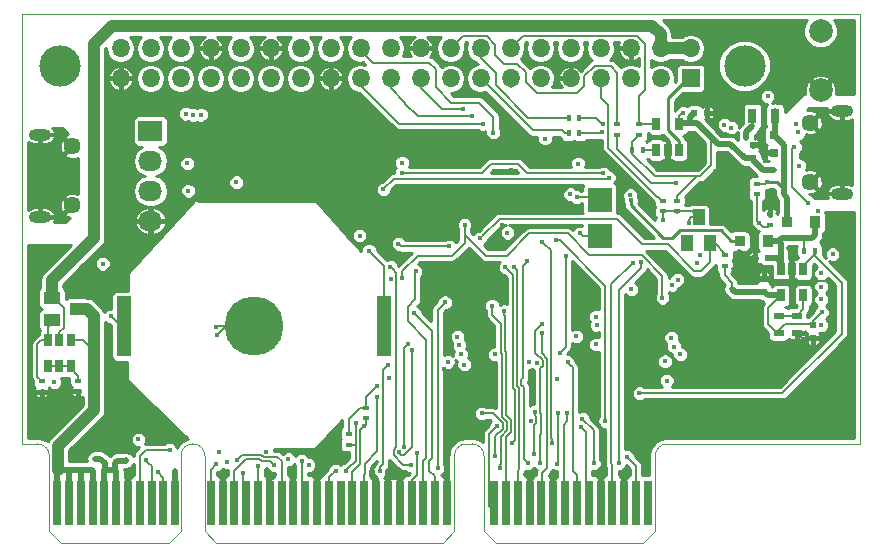
<source format=gbr>
G04 #@! TF.FileFunction,Copper,L4,Bot,Mixed*
%FSLAX46Y46*%
G04 Gerber Fmt 4.6, Leading zero omitted, Abs format (unit mm)*
G04 Created by KiCad (PCBNEW 4.0.7) date 09/09/17 19:36:50*
%MOMM*%
%LPD*%
G01*
G04 APERTURE LIST*
%ADD10C,0.100000*%
%ADD11R,0.400000X0.600000*%
%ADD12R,0.600000X0.500000*%
%ADD13R,2.032000X1.727200*%
%ADD14O,2.032000X1.727200*%
%ADD15R,0.600000X0.400000*%
%ADD16R,0.750000X0.800000*%
%ADD17R,0.500000X0.600000*%
%ADD18R,0.700000X1.300000*%
%ADD19C,2.000000*%
%ADD20R,1.000000X1.400000*%
%ADD21R,0.900000X0.900000*%
%ADD22R,0.900000X1.100000*%
%ADD23R,0.900000X0.500000*%
%ADD24R,1.270000X5.080000*%
%ADD25C,5.000000*%
%ADD26O,1.900000X1.000000*%
%ADD27C,1.450000*%
%ADD28O,1.550000X1.550000*%
%ADD29C,3.500000*%
%ADD30R,1.550000X1.550000*%
%ADD31R,0.650000X1.060000*%
%ADD32R,1.400000X1.000000*%
%ADD33R,2.000000X2.000000*%
%ADD34R,0.700000X3.850000*%
%ADD35C,0.400000*%
%ADD36C,1.000000*%
%ADD37C,0.150000*%
%ADD38C,0.500000*%
%ADD39C,0.250000*%
%ADD40C,0.220000*%
G04 APERTURE END LIST*
D10*
X86767232Y-135759051D02*
X86767232Y-135359051D01*
X97917232Y-135359051D02*
X97917232Y-135759051D01*
X96917232Y-136759051D02*
X87767232Y-136759051D01*
X96917232Y-136759051D02*
X97917232Y-135759051D01*
X86767232Y-135759051D02*
X87767232Y-136759051D01*
X155417232Y-91959051D02*
X155417232Y-128359051D01*
X84417232Y-128359051D02*
X84417232Y-91959051D01*
X84417232Y-91959051D02*
X155417232Y-91959051D01*
X121067232Y-129359051D02*
X121067232Y-135359051D01*
X121067232Y-129359051D02*
G75*
G02X122067232Y-128359051I1000000J0D01*
G01*
X122567232Y-128359051D02*
X122067232Y-128359051D01*
X122567232Y-128359051D02*
G75*
G02X123567232Y-129359051I0J-1000000D01*
G01*
X123567232Y-135359051D02*
X123567232Y-129359051D01*
X138067232Y-129359051D02*
X138067232Y-135359051D01*
X138067232Y-129359051D02*
G75*
G02X139067232Y-128359051I1000000J0D01*
G01*
X155417232Y-128359051D02*
X139067232Y-128359051D01*
X85767232Y-128359051D02*
X84417232Y-128359051D01*
X85767232Y-128359051D02*
G75*
G02X86767232Y-129359051I0J-1000000D01*
G01*
X86767232Y-135359051D02*
X86767232Y-129359051D01*
X97917232Y-129359051D02*
X97917232Y-135359051D01*
X97917232Y-129359051D02*
G75*
G02X99917232Y-129359051I1000000J0D01*
G01*
X99917232Y-135359051D02*
X99917232Y-129359051D01*
X137067232Y-136759051D02*
X124567232Y-136759051D01*
X137067232Y-136759051D02*
X138067232Y-135759051D01*
X138067232Y-135359051D02*
X138067232Y-135759051D01*
X123567232Y-135759051D02*
X123567232Y-135359051D01*
X123567232Y-135759051D02*
X124567232Y-136759051D01*
X120067232Y-136759051D02*
X100917232Y-136759051D01*
X120067232Y-136759051D02*
X121067232Y-135759051D01*
X121067232Y-135359051D02*
X121067232Y-135759051D01*
X99917232Y-135759051D02*
X99917232Y-135359051D01*
X99917232Y-135759051D02*
X100917232Y-136759051D01*
D11*
X151579200Y-111988600D03*
X150679200Y-111988600D03*
D12*
X141359000Y-100330000D03*
X142459000Y-100330000D03*
D13*
X95331200Y-101854000D03*
D14*
X95331200Y-104394000D03*
X95331200Y-106934000D03*
X95331200Y-109474000D03*
D15*
X136702000Y-102177000D03*
X136702000Y-101277000D03*
D16*
X148106600Y-102221600D03*
X148106600Y-103721600D03*
D17*
X151434000Y-118322000D03*
X151434000Y-119422000D03*
D12*
X147640600Y-112598200D03*
X146540600Y-112598200D03*
D18*
X148193000Y-100584000D03*
X146293000Y-100584000D03*
D15*
X146684200Y-106331600D03*
X146684200Y-107231600D03*
X147776400Y-109822400D03*
X147776400Y-108922400D03*
X143941000Y-113276800D03*
X143941000Y-112376800D03*
D19*
X152074080Y-93411040D03*
X152074080Y-98411040D03*
D17*
X146354000Y-104182000D03*
X146354000Y-103082000D03*
D11*
X136125000Y-103505000D03*
X137025000Y-103505000D03*
D15*
X139877000Y-107754000D03*
X139877000Y-108654000D03*
D20*
X142681200Y-111386800D03*
X140781200Y-111386800D03*
X141731200Y-109186800D03*
D21*
X149200000Y-109600000D03*
D22*
X151600000Y-109600000D03*
D23*
X148513000Y-118987000D03*
X148513000Y-117487000D03*
X150037000Y-117487000D03*
X150037000Y-118987000D03*
D21*
X145217500Y-111188500D03*
D22*
X147617500Y-111188500D03*
D17*
X147243000Y-115459600D03*
X147243000Y-114359600D03*
D15*
X113538000Y-125305400D03*
X113538000Y-126205400D03*
X112110000Y-127510000D03*
X112110000Y-128410000D03*
D24*
X115086900Y-118414800D03*
D25*
X104101900Y-118414800D03*
D24*
X93116900Y-118414800D03*
D26*
X85984000Y-109164000D03*
D27*
X88684000Y-108164000D03*
X88684000Y-103164000D03*
D26*
X85984000Y-102164000D03*
X153874940Y-100157400D03*
D27*
X151174940Y-101157400D03*
X151174940Y-106157400D03*
D26*
X153874940Y-107157400D03*
D28*
X92801440Y-94861380D03*
X92801440Y-97401380D03*
D29*
X87631440Y-96331380D03*
D30*
X141061440Y-97401380D03*
D28*
X141061440Y-94861380D03*
X138521440Y-97401380D03*
X138521440Y-94861380D03*
X135981440Y-97401380D03*
X135981440Y-94861380D03*
X133441440Y-97401380D03*
X133441440Y-94861380D03*
X130901440Y-97401380D03*
X130901440Y-94861380D03*
X128361440Y-97401380D03*
X128361440Y-94861380D03*
X125821440Y-97401380D03*
X125821440Y-94861380D03*
X123281440Y-97401380D03*
X123281440Y-94861380D03*
X120741440Y-97401380D03*
X120741440Y-94861380D03*
X118201440Y-97401380D03*
X118201440Y-94861380D03*
X115661440Y-97401380D03*
X115661440Y-94861380D03*
X113121440Y-97401380D03*
X113121440Y-94861380D03*
X110581440Y-97401380D03*
X110581440Y-94861380D03*
D29*
X145631440Y-96331380D03*
D28*
X108041440Y-97401380D03*
X105501440Y-97401380D03*
X102961440Y-97401380D03*
X100421440Y-97401380D03*
X97881440Y-97401380D03*
X95341440Y-97401380D03*
X108041440Y-94861380D03*
X105501440Y-94861380D03*
X102961440Y-94861380D03*
X100421440Y-94861380D03*
X97881440Y-94861380D03*
X95341440Y-94861380D03*
D15*
X138740000Y-107760000D03*
X138740000Y-108660000D03*
D11*
X130740000Y-100740000D03*
X131640000Y-100740000D03*
X130750000Y-102060000D03*
X131650000Y-102060000D03*
D31*
X140065000Y-103462000D03*
X139115000Y-103462000D03*
X138165000Y-103462000D03*
X138165000Y-101262000D03*
X140065000Y-101262000D03*
D15*
X134860000Y-101290000D03*
X134860000Y-102190000D03*
X89230000Y-123010000D03*
X89230000Y-123910000D03*
X86120000Y-123030000D03*
X86120000Y-123930000D03*
D32*
X86970000Y-117880000D03*
X86970000Y-115980000D03*
X89170000Y-116930000D03*
D33*
X133370000Y-110780000D03*
X133370000Y-107680000D03*
D31*
X88570000Y-121780000D03*
X87620000Y-121780000D03*
X86670000Y-121780000D03*
X86670000Y-119580000D03*
X88570000Y-119580000D03*
X87620000Y-119580000D03*
D34*
X87431800Y-133360400D03*
X88431800Y-133360400D03*
X89431800Y-133360400D03*
X90431800Y-133360400D03*
X91431800Y-133360400D03*
X92431800Y-133360400D03*
X93431800Y-133360400D03*
X94431800Y-133360400D03*
X95431800Y-133360400D03*
X96431800Y-133360400D03*
X97431800Y-133360400D03*
X100431800Y-133360400D03*
X101431800Y-133360400D03*
X102431800Y-133360400D03*
X103431800Y-133360400D03*
X104431800Y-133360400D03*
X105431800Y-133360400D03*
X106431800Y-133360400D03*
X107431800Y-133360400D03*
X108431800Y-133360400D03*
X109431800Y-133360400D03*
X110431800Y-133360400D03*
X111431800Y-133360400D03*
X112431800Y-133360400D03*
X113431800Y-133360400D03*
X114431800Y-133360400D03*
X115431800Y-133360400D03*
X116431800Y-133360400D03*
X117431800Y-133360400D03*
X118431800Y-133360400D03*
X119431800Y-133360400D03*
X120431800Y-133360400D03*
X124431800Y-133360400D03*
X125431800Y-133360400D03*
X126431800Y-133360400D03*
X127431800Y-133360400D03*
X128431800Y-133360400D03*
X129431800Y-133360400D03*
X130431800Y-133360400D03*
X131431800Y-133360400D03*
X132431800Y-133360400D03*
X133431800Y-133360400D03*
X134431800Y-133360400D03*
X135431800Y-133360400D03*
X136431800Y-133360400D03*
X137431800Y-133360400D03*
D31*
X148706000Y-113581000D03*
X149656000Y-113581000D03*
X150606000Y-113581000D03*
X150606000Y-115781000D03*
X148706000Y-115781000D03*
D35*
X116323377Y-111417116D03*
X120624600Y-111633000D03*
X124460000Y-120770000D03*
X113030002Y-110715010D03*
X98526598Y-106934002D03*
X133096000Y-118287800D03*
X133045200Y-117576600D03*
X98437700Y-104609900D03*
X131394196Y-119253000D03*
X102590600Y-106197400D03*
X139457371Y-114897263D03*
X127349075Y-121456993D03*
X139960000Y-114470000D03*
X128060002Y-121500000D03*
X147497000Y-106222800D03*
X136040000Y-115270000D03*
X98900000Y-100500000D03*
X98300000Y-100399994D03*
X99600000Y-100500000D03*
X135940800Y-107302300D03*
X135991600Y-107734100D03*
X120430000Y-115010000D03*
X127460000Y-123183588D03*
X136310000Y-109730322D03*
X115670000Y-114370000D03*
X120173968Y-122002788D03*
X105370298Y-131063560D03*
X109425600Y-130845065D03*
X107364597Y-130835010D03*
X114095322Y-130615010D03*
X85990000Y-112300000D03*
X149400000Y-111800000D03*
X141883768Y-103012002D03*
X139246521Y-105134990D03*
X147398663Y-104439410D03*
X86110000Y-124630000D03*
X145160000Y-112150000D03*
X152080000Y-119410000D03*
X150000000Y-101240000D03*
X150140000Y-101970000D03*
X138176000Y-117005100D03*
X100482400Y-106553004D03*
X99898200Y-106553000D03*
X135420100Y-130771900D03*
X133426202Y-130784600D03*
X127431800Y-130835402D03*
X129413000Y-130797300D03*
X136906000Y-117983000D03*
X121183400Y-107289600D03*
X125095000Y-109855000D03*
X125882400Y-105206800D03*
X115486220Y-122783600D03*
X93853000Y-130352800D03*
X89662000Y-129667000D03*
X88696800Y-129692400D03*
X100990400Y-119151400D03*
X100914200Y-118440200D03*
X93345000Y-130683000D03*
X97409000Y-130683000D03*
X101473000Y-130683000D03*
X115443000Y-130683000D03*
X120396000Y-130683000D03*
X147649400Y-108229400D03*
X141020000Y-104013000D03*
X144753800Y-113538000D03*
X144437000Y-107684000D03*
X142937000Y-107684000D03*
X144437000Y-106184000D03*
X142937000Y-106184000D03*
X133618051Y-101279797D03*
X143917564Y-101339569D03*
X133570000Y-101960000D03*
X144500000Y-101570000D03*
X146866917Y-109631317D03*
X139851600Y-106248200D03*
X141870000Y-112370000D03*
X131520000Y-104630000D03*
X128740000Y-102510000D03*
X141590000Y-113020000D03*
X151000000Y-107940000D03*
X149833800Y-103225600D03*
X138680000Y-115980000D03*
X140450000Y-100320000D03*
X125552200Y-110490000D03*
X127510000Y-126390000D03*
X114500463Y-123439988D03*
X148150000Y-105179016D03*
X151812385Y-108612385D03*
X152170000Y-117210000D03*
X116636800Y-114300000D03*
X121920000Y-109816900D03*
X133057900Y-119926100D03*
X91287600Y-113106200D03*
X91440000Y-129971800D03*
X90601800Y-129616200D03*
X92329000Y-129971800D03*
X93294200Y-129743200D03*
X87198200Y-123113800D03*
X138730196Y-109438429D03*
X147574000Y-98933000D03*
X140893800Y-109626400D03*
X116630000Y-104540000D03*
X130860000Y-107210000D03*
X113826875Y-112007655D03*
X91960700Y-117563900D03*
X123220000Y-110965010D03*
X139050000Y-122990000D03*
X152120600Y-118287800D03*
X139411052Y-119380792D03*
X153085000Y-112293400D03*
X139650000Y-120110000D03*
X152120600Y-113919000D03*
X140180000Y-120780000D03*
X152120600Y-115062000D03*
X138890000Y-121350000D03*
X152120600Y-116128800D03*
X131419604Y-107467400D03*
X131673600Y-110540800D03*
X150200000Y-104840000D03*
X145790000Y-101950000D03*
X145770000Y-102480000D03*
X96960000Y-128870000D03*
X105130000Y-129000000D03*
X94310000Y-127980000D03*
X94956883Y-129754883D03*
X95935800Y-130759200D03*
X121476698Y-119994759D03*
X100914200Y-130073400D03*
X121316057Y-119295623D03*
X101090000Y-129020000D03*
X105827085Y-130172276D03*
X101770000Y-129910000D03*
X129760000Y-122900000D03*
X103151073Y-130835010D03*
X104471182Y-130204395D03*
X102618139Y-129747042D03*
X120500000Y-121420000D03*
X107000000Y-129645010D03*
X121611315Y-120785740D03*
X108119470Y-129795032D03*
X121890000Y-121640000D03*
X108718913Y-130145043D03*
X116380881Y-129079917D03*
X111007207Y-130615010D03*
X117500400Y-120421400D03*
X116779928Y-128631838D03*
X117094000Y-119938800D03*
X113412799Y-126844979D03*
X111850274Y-130615010D03*
X112699800Y-126565010D03*
X130480000Y-112450000D03*
X114550000Y-124390000D03*
X129971800Y-120650000D03*
X114784997Y-130615010D03*
X115417600Y-121666000D03*
X128470000Y-111220000D03*
X129354620Y-128254990D03*
X136731841Y-124060605D03*
X117912956Y-129163291D03*
X115650000Y-113370000D03*
X117380000Y-130140000D03*
X117779800Y-113741200D03*
X117652796Y-117297200D03*
X120269083Y-116357317D03*
X119634000Y-130429000D03*
X124667375Y-126847375D03*
X124489977Y-129393110D03*
X123380000Y-125770000D03*
X125300000Y-117120000D03*
X124250000Y-116660000D03*
X124917200Y-130403600D03*
X126085600Y-113360200D03*
X127241300Y-112905010D03*
X127279400Y-129984500D03*
X128447800Y-118948200D03*
X128350000Y-129980000D03*
X128447800Y-118237000D03*
X130581400Y-125755400D03*
X129730500Y-130022600D03*
X129837220Y-125704600D03*
X130640000Y-121440000D03*
X127840000Y-129210000D03*
X127863600Y-125653800D03*
X131750000Y-126890000D03*
X131894990Y-126238000D03*
X132867400Y-129984500D03*
X136144000Y-113004600D03*
X136833617Y-112975383D03*
X134990000Y-129970000D03*
X125950000Y-128290000D03*
X125374400Y-113408610D03*
X135680000Y-129470000D03*
X133830000Y-126420000D03*
X129680000Y-111090000D03*
X134130000Y-105824990D03*
X115050000Y-106800000D03*
X133650000Y-105450000D03*
X116620000Y-105400000D03*
X121793000Y-100025200D03*
X122593100Y-100609400D03*
X123494800Y-101269800D03*
X124345700Y-102006400D03*
D36*
X87503000Y-130556000D02*
X87503000Y-128507000D01*
X87503000Y-128507000D02*
X90560000Y-125450000D01*
X90560000Y-125450000D02*
X90560000Y-120840000D01*
X90560000Y-120840000D02*
X90560000Y-120550000D01*
X89170000Y-116930000D02*
X89930000Y-116930000D01*
X89930000Y-116930000D02*
X90560000Y-117560000D01*
D37*
X88570000Y-119580000D02*
X89590000Y-119580000D01*
X89590000Y-119580000D02*
X90560000Y-120550000D01*
D36*
X90560000Y-120550000D02*
X90560000Y-117560000D01*
D38*
X88265000Y-130556000D02*
X87503000Y-130556000D01*
X87503000Y-130556000D02*
X87431800Y-130627200D01*
X89281000Y-130556000D02*
X88265000Y-130556000D01*
X88431800Y-130722800D02*
X88265000Y-130556000D01*
X88431800Y-130722800D02*
X88431800Y-134010400D01*
X90297000Y-130556000D02*
X89281000Y-130556000D01*
X89431800Y-130706800D02*
X89281000Y-130556000D01*
X89431800Y-134010400D02*
X89431800Y-130706800D01*
X90431800Y-130690800D02*
X90297000Y-130556000D01*
X90431800Y-130690800D02*
X90431800Y-134010400D01*
X87431800Y-134010400D02*
X87431800Y-130627200D01*
X87431800Y-130627200D02*
X87503000Y-130556000D01*
D37*
X116523376Y-111617115D02*
X116323377Y-111417116D01*
X120624600Y-111633000D02*
X116539261Y-111633000D01*
X116539261Y-111633000D02*
X116523376Y-111617115D01*
D38*
X148931601Y-107231601D02*
X149200000Y-107500000D01*
X149200000Y-107500000D02*
X149200000Y-109600000D01*
X148931601Y-107231601D02*
X148931601Y-106468399D01*
D39*
X148931601Y-106468399D02*
X148760000Y-106640000D01*
X147497000Y-106222800D02*
X148342800Y-106222800D01*
X148342800Y-106222800D02*
X148760000Y-106640000D01*
D38*
X148106600Y-102221600D02*
X148106600Y-102236600D01*
X148106600Y-102236600D02*
X148931601Y-103061601D01*
X148931601Y-103061601D02*
X148931601Y-106468399D01*
X148193000Y-100584000D02*
X148193000Y-102135200D01*
X148193000Y-102135200D02*
X148106600Y-102221600D01*
X148193000Y-100584000D02*
X148193000Y-100142000D01*
D37*
X147388200Y-106331600D02*
X147497000Y-106222800D01*
X146684200Y-106331600D02*
X147388200Y-106331600D01*
D39*
X135991600Y-108157300D02*
X135991600Y-107734100D01*
X139525691Y-110890009D02*
X138724309Y-110890009D01*
X140128900Y-110286800D02*
X139525691Y-110890009D01*
X143615800Y-110286800D02*
X140128900Y-110286800D01*
X144517500Y-111188500D02*
X143615800Y-110286800D01*
X145217500Y-111188500D02*
X144517500Y-111188500D01*
X138724309Y-110890009D02*
X135991600Y-108157300D01*
D38*
X105370298Y-131346402D02*
X105370298Y-131063560D01*
X105431800Y-134010400D02*
X105370298Y-133948898D01*
X105370298Y-133948898D02*
X105370298Y-131346402D01*
X109425600Y-131127907D02*
X109425600Y-130845065D01*
X109425600Y-134004200D02*
X109425600Y-131127907D01*
X109431800Y-134010400D02*
X109425600Y-134004200D01*
X107431800Y-134010400D02*
X107364597Y-133943197D01*
X107364597Y-131117852D02*
X107364597Y-130835010D01*
X107364597Y-133943197D02*
X107364597Y-131117852D01*
X114095322Y-130897852D02*
X114095322Y-130615010D01*
X114095322Y-131040564D02*
X114095322Y-130897852D01*
X114431800Y-131377042D02*
X114095322Y-131040564D01*
X114431800Y-134010400D02*
X114431800Y-131377042D01*
X149656000Y-112056000D02*
X149400000Y-111800000D01*
X149656000Y-113581000D02*
X149656000Y-112056000D01*
D36*
X145598200Y-114382400D02*
X146470200Y-114382400D01*
X146470200Y-114382400D02*
X146493000Y-114359600D01*
D38*
X147243000Y-114359600D02*
X146493000Y-114359600D01*
X145598200Y-113464800D02*
X145598200Y-112960000D01*
X146540600Y-113021200D02*
X145659400Y-113021200D01*
X145659400Y-113021200D02*
X145598200Y-112960000D01*
X145598200Y-112960000D02*
X145234100Y-112595900D01*
D36*
X145598200Y-112960000D02*
X145598200Y-114382400D01*
X145598200Y-114382400D02*
X145600800Y-114385000D01*
D37*
X86120000Y-123930000D02*
X86120000Y-124620000D01*
X86120000Y-124620000D02*
X86110000Y-124630000D01*
X86120000Y-123930000D02*
X89210000Y-123930000D01*
X89210000Y-123930000D02*
X89230000Y-123910000D01*
D38*
X145234100Y-112595900D02*
X145234100Y-112224100D01*
X145234100Y-112224100D02*
X145160000Y-112150000D01*
D37*
X152080000Y-119410000D02*
X152080000Y-119422000D01*
X149656000Y-114579400D02*
X152619400Y-114579400D01*
X150472000Y-119422000D02*
X150037000Y-118987000D01*
X152188000Y-119422000D02*
X152080000Y-119422000D01*
X152080000Y-119422000D02*
X150472000Y-119422000D01*
X153130000Y-118480000D02*
X152188000Y-119422000D01*
X153130000Y-115090000D02*
X153130000Y-118480000D01*
X152619400Y-114579400D02*
X153130000Y-115090000D01*
D38*
X135420100Y-133922500D02*
X135420100Y-130771900D01*
X135382000Y-133960600D02*
X135420100Y-133922500D01*
D37*
X133426202Y-130770398D02*
X133426202Y-130784600D01*
X133431800Y-130764800D02*
X133426202Y-130770398D01*
D38*
X127431800Y-133908800D02*
X127431800Y-130835402D01*
X127381000Y-133959600D02*
X127431800Y-133908800D01*
D37*
X129413000Y-130720600D02*
X129413000Y-130797300D01*
X129431800Y-130701800D02*
X129413000Y-130720600D01*
X93853000Y-130352800D02*
X93853000Y-130378200D01*
X104101900Y-118414800D02*
X101727000Y-118414800D01*
X101727000Y-118414800D02*
X100990400Y-119151400D01*
X104101900Y-118414800D02*
X101777800Y-118414800D01*
X104101900Y-118414800D02*
X100939600Y-118414800D01*
X100939600Y-118414800D02*
X100914200Y-118440200D01*
D38*
X116431800Y-134010400D02*
X116431800Y-130782800D01*
X116332000Y-130683000D02*
X115443000Y-130683000D01*
X116431800Y-130782800D02*
X116332000Y-130683000D01*
X120431800Y-134010400D02*
X120431800Y-130718800D01*
X120431800Y-130718800D02*
X120396000Y-130683000D01*
X115431800Y-134010400D02*
X115431800Y-130694200D01*
X115431800Y-130694200D02*
X115443000Y-130683000D01*
X101431800Y-134010400D02*
X101431800Y-130724200D01*
X101431800Y-130724200D02*
X101473000Y-130683000D01*
X97431800Y-134010400D02*
X97431800Y-130705800D01*
X97431800Y-130705800D02*
X97409000Y-130683000D01*
X93431800Y-134010400D02*
X93431800Y-130769800D01*
X93431800Y-130769800D02*
X93345000Y-130683000D01*
D37*
X120431800Y-130718800D02*
X120396000Y-130683000D01*
X127381000Y-133959600D02*
X127431800Y-134010400D01*
X135382000Y-133960600D02*
X135431800Y-134010400D01*
D38*
X133431800Y-134010400D02*
X133431800Y-130764800D01*
X129431800Y-134010400D02*
X129431800Y-130701800D01*
D37*
X147776400Y-108922400D02*
X147776400Y-108356400D01*
X147776400Y-108356400D02*
X147649400Y-108229400D01*
D38*
X139115000Y-103462000D02*
X139115000Y-104267000D01*
X141020000Y-104394000D02*
X141020000Y-104013000D01*
X140766000Y-104648000D02*
X141020000Y-104394000D01*
X139496000Y-104648000D02*
X140766000Y-104648000D01*
X139115000Y-104267000D02*
X139496000Y-104648000D01*
X146540600Y-112598200D02*
X146540600Y-113021200D01*
X145600800Y-114385000D02*
X144753800Y-113538000D01*
X149656000Y-113581000D02*
X149656000Y-114579400D01*
X149656000Y-113581000D02*
X149656000Y-114579400D01*
X149656000Y-114579400D02*
X149554400Y-114681000D01*
X149554400Y-114681000D02*
X147979600Y-114681000D01*
X147979600Y-114681000D02*
X147683600Y-114385000D01*
X147683600Y-114385000D02*
X147243000Y-114385000D01*
X148106600Y-103721600D02*
X147510400Y-103721600D01*
X147510400Y-103721600D02*
X146870800Y-103082000D01*
X146870800Y-103082000D02*
X146354000Y-103082000D01*
X146354000Y-103082000D02*
X146312000Y-103082000D01*
D37*
X144437000Y-107684000D02*
X144449000Y-107696000D01*
X142937000Y-107684000D02*
X142925000Y-107696000D01*
X144437000Y-106184000D02*
X144449000Y-106172000D01*
X142937000Y-106184000D02*
X142949000Y-106172000D01*
X142949000Y-106172000D02*
X142950400Y-106172000D01*
X150037000Y-118821200D02*
X150037000Y-118987000D01*
X151434000Y-119422000D02*
X151417400Y-119422000D01*
X131640000Y-100740000D02*
X133078254Y-100740000D01*
X133078254Y-100740000D02*
X133418052Y-101079798D01*
X133418052Y-101079798D02*
X133618051Y-101279797D01*
X131650000Y-102060000D02*
X133470000Y-102060000D01*
X133470000Y-102060000D02*
X133570000Y-101960000D01*
X147776400Y-109822400D02*
X147618800Y-109980000D01*
X147618800Y-109980000D02*
X147215600Y-109980000D01*
X147215600Y-109980000D02*
X146866917Y-109631317D01*
X146684200Y-107231600D02*
X146684200Y-109448600D01*
X146684200Y-109448600D02*
X146866917Y-109631317D01*
X134860000Y-103390000D02*
X137718200Y-106248200D01*
X137718200Y-106248200D02*
X139851600Y-106248200D01*
X134860000Y-102190000D02*
X134860000Y-103390000D01*
X149833800Y-103225600D02*
X149633801Y-103425599D01*
X149633801Y-103425599D02*
X149633801Y-106573801D01*
X149633801Y-106573801D02*
X151000000Y-107940000D01*
X138680000Y-115697158D02*
X138680000Y-115980000D01*
X132491598Y-112380000D02*
X136910000Y-112380000D01*
X130646597Y-110534999D02*
X132491598Y-112380000D01*
X127415001Y-110534999D02*
X130646597Y-110534999D01*
X123720000Y-112430000D02*
X125520000Y-112430000D01*
X121920000Y-110630000D02*
X123720000Y-112430000D01*
X125520000Y-112430000D02*
X127415001Y-110534999D01*
X138680000Y-114150000D02*
X138680000Y-115697158D01*
X136910000Y-112380000D02*
X138680000Y-114150000D01*
X140065000Y-100582000D02*
X140327000Y-100320000D01*
X140327000Y-100320000D02*
X140450000Y-100320000D01*
X140065000Y-101262000D02*
X140065000Y-100582000D01*
X116636800Y-114300000D02*
X116636800Y-113723200D01*
X116636800Y-113723200D02*
X117950000Y-112410000D01*
X117950000Y-112410000D02*
X120830000Y-112410000D01*
X120830000Y-112410000D02*
X121920000Y-111320000D01*
X121920000Y-111320000D02*
X121920000Y-110630000D01*
X113538000Y-125305400D02*
X113538000Y-124402451D01*
X113538000Y-124402451D02*
X114300464Y-123639987D01*
X114300464Y-123639987D02*
X114500463Y-123439988D01*
X93334402Y-129768600D02*
X93268800Y-129768600D01*
X139877000Y-107754000D02*
X139877000Y-107404000D01*
X139877000Y-107404000D02*
X141601000Y-105680000D01*
X141601000Y-105680000D02*
X141890000Y-105680000D01*
D38*
X91431800Y-134010400D02*
X91431800Y-130564200D01*
X91431800Y-130564200D02*
X91440000Y-130556000D01*
D37*
X121920000Y-109816900D02*
X121920000Y-110630000D01*
X112110000Y-127510000D02*
X112110000Y-126240000D01*
X112110000Y-126240000D02*
X113044600Y-125305400D01*
X113044600Y-125305400D02*
X113538000Y-125305400D01*
X136125000Y-103505000D02*
X136125000Y-103775000D01*
X142793000Y-104777000D02*
X142800000Y-104777000D01*
X136125000Y-103775000D02*
X138030000Y-105680000D01*
X142800000Y-104777000D02*
X142798000Y-104775000D01*
X138030000Y-105680000D02*
X141890000Y-105680000D01*
X141890000Y-105680000D02*
X142793000Y-104777000D01*
X142798000Y-104775000D02*
X142798000Y-102412800D01*
X139877000Y-107754000D02*
X139877000Y-107673000D01*
D38*
X147180000Y-105140000D02*
X148110984Y-105140000D01*
X146354000Y-104314000D02*
X147180000Y-105140000D01*
X148110984Y-105140000D02*
X148150000Y-105179016D01*
X146354000Y-104182000D02*
X146354000Y-104314000D01*
D37*
X151434000Y-118322000D02*
X151434000Y-117946000D01*
X151434000Y-117946000D02*
X152170000Y-117210000D01*
X148513000Y-118987000D02*
X148513000Y-118707000D01*
X149020000Y-118200000D02*
X151312000Y-118200000D01*
X148513000Y-118707000D02*
X149020000Y-118200000D01*
X151312000Y-118200000D02*
X151434000Y-118322000D01*
X151434000Y-118322000D02*
X151434000Y-118084600D01*
X136702000Y-102177000D02*
X136602000Y-102177000D01*
X113538000Y-125305400D02*
X113570600Y-125305400D01*
D38*
X91440000Y-129971800D02*
X91084400Y-129616200D01*
X92329000Y-130556000D02*
X91440000Y-130556000D01*
X91440000Y-130556000D02*
X91440000Y-129971800D01*
X91084400Y-129616200D02*
X90601800Y-129616200D01*
X92329000Y-129971800D02*
X92329000Y-129946400D01*
X92329000Y-130556000D02*
X92329000Y-129971800D01*
X93268800Y-129768600D02*
X93294200Y-129743200D01*
X92506800Y-129768600D02*
X93268800Y-129768600D01*
X92329000Y-129946400D02*
X92506800Y-129768600D01*
D37*
X136125000Y-103505000D02*
X136125000Y-102754000D01*
X136125000Y-102754000D02*
X136702000Y-102177000D01*
D38*
X92431800Y-130658800D02*
X92329000Y-130556000D01*
X92431800Y-130658800D02*
X92431800Y-134010400D01*
X141045400Y-101219000D02*
X141045400Y-100643600D01*
X141045400Y-100643600D02*
X141359000Y-100330000D01*
X141045400Y-101219000D02*
X140108000Y-101219000D01*
X140108000Y-101219000D02*
X140065000Y-101262000D01*
X147243000Y-115485000D02*
X144795800Y-115485000D01*
X147243000Y-115485000D02*
X147310400Y-115485000D01*
X147310400Y-115485000D02*
X147606400Y-115781000D01*
X147606400Y-115781000D02*
X148706000Y-115781000D01*
D37*
X148513000Y-118987000D02*
X148374000Y-118987000D01*
X148374000Y-118987000D02*
X147624000Y-118237000D01*
X147624000Y-118237000D02*
X147624000Y-116863000D01*
X147624000Y-116863000D02*
X148706000Y-115781000D01*
D38*
X146354000Y-104182000D02*
X145634000Y-104182000D01*
X145634000Y-104182000D02*
X144423600Y-102971600D01*
X144423600Y-102971600D02*
X143356800Y-102971600D01*
X143356800Y-102971600D02*
X142798000Y-102412800D01*
X142798000Y-102412800D02*
X141604200Y-101219000D01*
X141604200Y-101219000D02*
X141045400Y-101219000D01*
D37*
X144550600Y-114706400D02*
X144550600Y-115239800D01*
D38*
X144795800Y-115485000D02*
X144550600Y-115239800D01*
D37*
X143941000Y-114096800D02*
X144550600Y-114706400D01*
X143941000Y-113276800D02*
X143941000Y-114096800D01*
X138740000Y-109428625D02*
X138730196Y-109438429D01*
X138740000Y-108660000D02*
X138740000Y-109428625D01*
X139877000Y-108823000D02*
X139877000Y-108654000D01*
X139877000Y-108654000D02*
X138746000Y-108654000D01*
X138746000Y-108654000D02*
X138740000Y-108660000D01*
X140893800Y-109374200D02*
X140893800Y-109626400D01*
X141081200Y-109186800D02*
X140893800Y-109374200D01*
X141731200Y-109186800D02*
X141081200Y-109186800D01*
X139877000Y-108654000D02*
X141198400Y-108654000D01*
X141198400Y-108654000D02*
X141731200Y-109186800D01*
D38*
X148525700Y-111188500D02*
X148814210Y-110899990D01*
X148699990Y-111435810D02*
X148706000Y-111429800D01*
X148814210Y-110899990D02*
X150629190Y-110899990D01*
X148699990Y-112962990D02*
X148699990Y-111435810D01*
X148706000Y-112969000D02*
X148699990Y-112962990D01*
X150629190Y-110899990D02*
X150679200Y-110950000D01*
X150679200Y-110950000D02*
X151320000Y-110950000D01*
X151320000Y-110950000D02*
X151600000Y-110670000D01*
X151600000Y-110670000D02*
X151600000Y-109600000D01*
D37*
X150679200Y-111988600D02*
X150679200Y-110950000D01*
D38*
X147640600Y-112598200D02*
X148335200Y-112598200D01*
X148335200Y-112598200D02*
X148706000Y-112969000D01*
X148706000Y-113581000D02*
X148706000Y-112969000D01*
X148706000Y-111429800D02*
X148706000Y-111368800D01*
X148525700Y-111188500D02*
X147617500Y-111188500D01*
X148706000Y-111368800D02*
X148525700Y-111188500D01*
D37*
X115086900Y-118414800D02*
X115086900Y-113267680D01*
X114026874Y-112207654D02*
X113826875Y-112007655D01*
X115086900Y-113267680D02*
X114026874Y-112207654D01*
X91960700Y-117563900D02*
X92811600Y-118414800D01*
X92811600Y-118414800D02*
X93116900Y-118414800D01*
X142681200Y-111386800D02*
X142681200Y-112978800D01*
X142681200Y-112978800D02*
X141924999Y-113735001D01*
X139110000Y-111470000D02*
X136970000Y-111470000D01*
X141924999Y-113735001D02*
X141375001Y-113735001D01*
X141375001Y-113735001D02*
X139110000Y-111470000D01*
X134800000Y-109300000D02*
X124885010Y-109300000D01*
X136970000Y-111470000D02*
X134800000Y-109300000D01*
X124885010Y-109300000D02*
X123419999Y-110765011D01*
X123419999Y-110765011D02*
X123220000Y-110965010D01*
X143085200Y-111386800D02*
X142681200Y-111386800D01*
X143941000Y-112376800D02*
X143941000Y-112242600D01*
X143941000Y-112242600D02*
X143085200Y-111386800D01*
X150037000Y-117487000D02*
X148513000Y-117487000D01*
X150606000Y-115781000D02*
X150606000Y-116918000D01*
X150606000Y-116918000D02*
X150037000Y-117487000D01*
X131419604Y-107467400D02*
X133157400Y-107467400D01*
X133157400Y-107467400D02*
X133370000Y-107680000D01*
X133370000Y-110780000D02*
X131912800Y-110780000D01*
X131912800Y-110780000D02*
X131673600Y-110540800D01*
D38*
X145770000Y-102480000D02*
X145770000Y-101970000D01*
X145770000Y-101970000D02*
X145790000Y-101950000D01*
D39*
X146293000Y-100584000D02*
X146293000Y-101447000D01*
D38*
X146293000Y-101447000D02*
X145790000Y-101950000D01*
D37*
X138740000Y-107760000D02*
X138640000Y-107760000D01*
X133441440Y-98497395D02*
X133441440Y-97401380D01*
X134093052Y-99693052D02*
X133441440Y-99041440D01*
X133441440Y-99041440D02*
X133441440Y-98497395D01*
X134093052Y-103263052D02*
X134093052Y-99693052D01*
X138240000Y-107410000D02*
X134093052Y-103263052D01*
X138640000Y-107760000D02*
X138290000Y-107410000D01*
X138290000Y-107410000D02*
X138240000Y-107410000D01*
X125821440Y-97401380D02*
X125821440Y-98111440D01*
X130400000Y-102060000D02*
X130750000Y-102060000D01*
X130152607Y-101812607D02*
X130400000Y-102060000D01*
X123281440Y-97401380D02*
X127692667Y-101812607D01*
X127692667Y-101812607D02*
X130152607Y-101812607D01*
X123281440Y-94861380D02*
X123281440Y-95711440D01*
X123281440Y-95711440D02*
X124560000Y-96990000D01*
X124560000Y-96990000D02*
X124560000Y-97970000D01*
X124560000Y-97970000D02*
X127330000Y-100740000D01*
X127330000Y-100740000D02*
X130740000Y-100740000D01*
X134860000Y-101290000D02*
X134860000Y-96920000D01*
X127100000Y-96898559D02*
X126401441Y-96200000D01*
X123810000Y-93811379D02*
X121791441Y-93811379D01*
X134860000Y-96920000D02*
X134291379Y-96351379D01*
X132070000Y-98030000D02*
X131420000Y-98680000D01*
X134291379Y-96351379D02*
X132937439Y-96351379D01*
X127100000Y-97693942D02*
X127100000Y-96898559D01*
X132937439Y-96351379D02*
X132070000Y-97218818D01*
X132070000Y-97218818D02*
X132070000Y-98030000D01*
X121791441Y-93811379D02*
X120741440Y-94861380D01*
X131420000Y-98680000D02*
X128086058Y-98680000D01*
X128086058Y-98680000D02*
X127100000Y-97693942D01*
X126401441Y-96200000D02*
X125270000Y-96200000D01*
X125270000Y-96200000D02*
X124540000Y-95470000D01*
X124540000Y-95470000D02*
X124540000Y-94541379D01*
X124540000Y-94541379D02*
X123810000Y-93811379D01*
X96677158Y-128870000D02*
X96960000Y-128870000D01*
X94910000Y-128870000D02*
X96677158Y-128870000D01*
X94431800Y-129348200D02*
X94910000Y-128870000D01*
X94431800Y-134010400D02*
X94431800Y-129348200D01*
X95431800Y-134010400D02*
X95431800Y-130229800D01*
X95431800Y-130229800D02*
X95156882Y-129954882D01*
X95156882Y-129954882D02*
X94956883Y-129754883D01*
X95935800Y-130759200D02*
X96431800Y-131255200D01*
X96431800Y-131255200D02*
X96431800Y-134010400D01*
X100431800Y-130555800D02*
X100914200Y-130073400D01*
X100431800Y-134010400D02*
X100431800Y-130555800D01*
X105627086Y-129972277D02*
X105827085Y-130172276D01*
X104542019Y-129610011D02*
X104757020Y-129825012D01*
X105479821Y-129825012D02*
X105627086Y-129972277D01*
X102431800Y-130636385D02*
X103458174Y-129610011D01*
X104757020Y-129825012D02*
X105479821Y-129825012D01*
X103458174Y-129610011D02*
X104542019Y-129610011D01*
X102431800Y-134010400D02*
X102431800Y-130636385D01*
X103151073Y-131117852D02*
X103151073Y-130835010D01*
X103431800Y-134010400D02*
X103151073Y-133729673D01*
X103151073Y-133729673D02*
X103151073Y-131117852D01*
X104471182Y-133971018D02*
X104471182Y-130487237D01*
X104471182Y-130487237D02*
X104471182Y-130204395D01*
X104431800Y-134010400D02*
X104471182Y-133971018D01*
X102818138Y-129547043D02*
X102618139Y-129747042D01*
X106431800Y-134010400D02*
X106431800Y-129841800D01*
X104686998Y-129260000D02*
X103105181Y-129260000D01*
X104901999Y-129475001D02*
X104686998Y-129260000D01*
X106431800Y-129841800D02*
X106065001Y-129475001D01*
X106065001Y-129475001D02*
X104901999Y-129475001D01*
X103105181Y-129260000D02*
X102818138Y-129547043D01*
X108119470Y-130077874D02*
X108119470Y-129795032D01*
X108431800Y-134010400D02*
X108119470Y-133698070D01*
X108119470Y-133698070D02*
X108119470Y-130077874D01*
X116580880Y-129279916D02*
X116380881Y-129079917D01*
X116834854Y-129279916D02*
X116580880Y-129279916D01*
X117500400Y-128614370D02*
X116834854Y-129279916D01*
X117500400Y-120421400D02*
X117500400Y-128614370D01*
X110431800Y-131190417D02*
X110807208Y-130815009D01*
X110431800Y-134010400D02*
X110431800Y-131190417D01*
X110807208Y-130815009D02*
X111007207Y-130615010D01*
X110515400Y-133926800D02*
X110431800Y-134010400D01*
X116779928Y-120252872D02*
X116779928Y-128348996D01*
X117094000Y-119938800D02*
X116779928Y-120252872D01*
X116779928Y-128348996D02*
X116779928Y-128631838D01*
X113058601Y-127199177D02*
X113212800Y-127044978D01*
X113538000Y-126205400D02*
X113538000Y-126719778D01*
X113212800Y-127044978D02*
X113412799Y-126844979D01*
X113538000Y-126719778D02*
X113412799Y-126844979D01*
X113058601Y-130095599D02*
X113058601Y-127199177D01*
X112431800Y-130722400D02*
X113058601Y-130095599D01*
X112431800Y-134010400D02*
X112431800Y-130722400D01*
X112699800Y-129765484D02*
X112050273Y-130415011D01*
X112050273Y-130415011D02*
X111850274Y-130615010D01*
X112699800Y-128410000D02*
X112699800Y-129765484D01*
X112699800Y-128410000D02*
X112699800Y-126565010D01*
X112699800Y-128410000D02*
X112110000Y-128410000D01*
X129971800Y-120650000D02*
X130480000Y-120141800D01*
X130480000Y-120141800D02*
X130480000Y-112732842D01*
X130480000Y-112732842D02*
X130480000Y-112450000D01*
X114550000Y-128959800D02*
X114550000Y-124672842D01*
X113431800Y-130928590D02*
X113456211Y-130904179D01*
X113456211Y-130904179D02*
X113456211Y-130053589D01*
X113456211Y-130053589D02*
X114550000Y-128959800D01*
X114550000Y-124672842D02*
X114550000Y-124390000D01*
X113431800Y-134010400D02*
X113431800Y-130928590D01*
X113360200Y-133938800D02*
X113431800Y-134010400D01*
X115025001Y-124161999D02*
X115025001Y-130092164D01*
X115417600Y-121666000D02*
X115005001Y-122078599D01*
X115005001Y-124141999D02*
X115025001Y-124161999D01*
X115005001Y-122078599D02*
X115005001Y-124141999D01*
X114784997Y-130332168D02*
X114784997Y-130615010D01*
X115025001Y-130092164D02*
X114784997Y-130332168D01*
X128669999Y-111419999D02*
X128470000Y-111220000D01*
X129230000Y-120977016D02*
X129230000Y-111980000D01*
X129235024Y-120982040D02*
X129230000Y-120977016D01*
X129230000Y-122022984D02*
X129235023Y-122017959D01*
X129354620Y-127972148D02*
X129230000Y-127847528D01*
X129230000Y-111980000D02*
X128669999Y-111419999D01*
X129230000Y-127847528D02*
X129230000Y-122022984D01*
X129354620Y-128254990D02*
X129354620Y-127972148D01*
X129235023Y-122017959D02*
X129235024Y-120982040D01*
X137014683Y-124060605D02*
X136731841Y-124060605D01*
X148836995Y-124060605D02*
X137014683Y-124060605D01*
X153860500Y-119037100D02*
X148836995Y-124060605D01*
X153860500Y-114719900D02*
X153860500Y-119037100D01*
X151579200Y-112438600D02*
X153860500Y-114719900D01*
X151579200Y-111988600D02*
X151579200Y-112438600D01*
X117431800Y-131429202D02*
X117912956Y-130948046D01*
X117431800Y-134010400D02*
X117431800Y-131429202D01*
X117912956Y-130948046D02*
X117912956Y-129163291D01*
X151579200Y-111988600D02*
X151688000Y-111988600D01*
X151579200Y-111988600D02*
X151579200Y-112300600D01*
X151579200Y-112300600D02*
X150606000Y-113273800D01*
X150606000Y-113273800D02*
X150606000Y-113581000D01*
X116145001Y-113865001D02*
X115849999Y-113569999D01*
X115905880Y-128851916D02*
X116145001Y-128612795D01*
X116737962Y-130140000D02*
X115905880Y-129307918D01*
X117380000Y-130140000D02*
X116737962Y-130140000D01*
X116145001Y-128612795D02*
X116145001Y-113865001D01*
X115849999Y-113569999D02*
X115650000Y-113370000D01*
X115905880Y-129307918D02*
X115905880Y-128851916D01*
X117779800Y-113741200D02*
X117729000Y-113792000D01*
X118694200Y-129514600D02*
X118431800Y-129777000D01*
X117729000Y-113792000D02*
X117729000Y-116128800D01*
X117729000Y-116128800D02*
X117119400Y-116738400D01*
X117119400Y-116738400D02*
X117119400Y-117983000D01*
X117119400Y-117983000D02*
X118694200Y-119557800D01*
X118694200Y-119557800D02*
X118694200Y-129514600D01*
X118431800Y-129777000D02*
X118431800Y-134010400D01*
X119176800Y-129590800D02*
X119176800Y-118821204D01*
X119176800Y-118821204D02*
X117652796Y-117297200D01*
X118948200Y-129819400D02*
X119176800Y-129590800D01*
X118948200Y-130632200D02*
X118948200Y-129819400D01*
X119431800Y-134010400D02*
X119431800Y-131115800D01*
X119431800Y-131115800D02*
X118948200Y-130632200D01*
X119634000Y-116992400D02*
X120069084Y-116557316D01*
X120069084Y-116557316D02*
X120269083Y-116357317D01*
X119634000Y-130429000D02*
X119634000Y-116992400D01*
X124431800Y-134010400D02*
X124010001Y-133588601D01*
X124010001Y-133588601D02*
X124010001Y-127504749D01*
X124467376Y-127047374D02*
X124667375Y-126847375D01*
X124010001Y-127504749D02*
X124467376Y-127047374D01*
X124293004Y-125770000D02*
X125142377Y-126619373D01*
X125142377Y-126619373D02*
X125142377Y-127075377D01*
X123380000Y-125770000D02*
X124293004Y-125770000D01*
X124489977Y-129110268D02*
X124489977Y-129393110D01*
X124489977Y-127727777D02*
X124489977Y-129110268D01*
X125142377Y-127075377D02*
X124489977Y-127727777D01*
X125842396Y-127365338D02*
X125842395Y-126329411D01*
X125842395Y-126329411D02*
X125435012Y-125922028D01*
X125431800Y-134010400D02*
X125431800Y-127775934D01*
X125341653Y-120473661D02*
X125341653Y-117444495D01*
X125435011Y-120567019D02*
X125341653Y-120473661D01*
X125435012Y-125922028D02*
X125435011Y-120567019D01*
X125341653Y-117444495D02*
X125300000Y-117402842D01*
X125431800Y-127775934D02*
X125842396Y-127365338D01*
X125300000Y-117402842D02*
X125300000Y-117120000D01*
X125085001Y-126067007D02*
X125085001Y-120711999D01*
X124991642Y-120618640D02*
X124991642Y-118184442D01*
X124250000Y-116942842D02*
X124250000Y-116660000D01*
X125492385Y-126474391D02*
X125085001Y-126067007D01*
X124250000Y-117442800D02*
X124250000Y-116942842D01*
X124991642Y-118184442D02*
X124250000Y-117442800D01*
X125492385Y-127220359D02*
X125492385Y-126474391D01*
X124964988Y-127747756D02*
X125492385Y-127220359D01*
X125085001Y-120711999D02*
X124991642Y-120618640D01*
X124917200Y-130120758D02*
X124964988Y-130072970D01*
X124917200Y-130403600D02*
X124917200Y-130120758D01*
X124964988Y-130072970D02*
X124964988Y-127747756D01*
X126085600Y-113360200D02*
X126384988Y-113659588D01*
X126441200Y-134001000D02*
X126431800Y-134010400D01*
X126384988Y-113659588D02*
X126384988Y-123482980D01*
X126384988Y-123482980D02*
X126563578Y-123661570D01*
X126563578Y-130509822D02*
X126441200Y-130632200D01*
X126563578Y-123661570D02*
X126563578Y-130509822D01*
X126441200Y-130632200D02*
X126441200Y-134001000D01*
X126913589Y-123516591D02*
X126734999Y-123338001D01*
X127279400Y-129984500D02*
X126913589Y-129618689D01*
X126734999Y-122881999D02*
X126844999Y-122771999D01*
X126734999Y-123338001D02*
X126734999Y-122881999D01*
X127041301Y-113105009D02*
X127241300Y-112905010D01*
X126844999Y-122771999D02*
X126844999Y-113301311D01*
X126844999Y-113301311D02*
X127041301Y-113105009D01*
X126913589Y-129618689D02*
X126913589Y-123516591D01*
X128875001Y-121882993D02*
X128875001Y-129761999D01*
X128915001Y-129801999D02*
X128915001Y-130393599D01*
X128498600Y-130810000D02*
X128498600Y-133943600D01*
X128498600Y-133943600D02*
X128431800Y-134010400D01*
X128447800Y-120689806D02*
X128885014Y-121127020D01*
X128875001Y-129761999D02*
X128915001Y-129801999D01*
X128885014Y-121127020D02*
X128885013Y-121872981D01*
X128447800Y-118948200D02*
X128447800Y-120689806D01*
X128915001Y-130393599D02*
X128498600Y-130810000D01*
X128885013Y-121872981D02*
X128875001Y-121882993D01*
X128350000Y-125782008D02*
X128360011Y-125792019D01*
X128350000Y-121913004D02*
X128350000Y-125782008D01*
X128350000Y-127544990D02*
X128350000Y-129697158D01*
X128360011Y-125792019D02*
X128360011Y-127534979D01*
X128535003Y-121271999D02*
X128535003Y-121728001D01*
X128535003Y-121728001D02*
X128350000Y-121913004D01*
X128360011Y-127534979D02*
X128350000Y-127544990D01*
X128447800Y-118237000D02*
X127914400Y-118770400D01*
X127914400Y-120651396D02*
X128535003Y-121271999D01*
X128350000Y-129697158D02*
X128350000Y-129980000D01*
X127914400Y-118770400D02*
X127914400Y-120651396D01*
X130431800Y-134010400D02*
X130302000Y-133880600D01*
X130302000Y-133880600D02*
X130302000Y-126720600D01*
X130302000Y-126720600D02*
X130581400Y-126441200D01*
X130581400Y-126441200D02*
X130581400Y-125755400D01*
X129837220Y-129915880D02*
X129730500Y-130022600D01*
X129837220Y-125704600D02*
X129837220Y-129915880D01*
X131431800Y-134010400D02*
X131431800Y-130981800D01*
X131431800Y-130981800D02*
X131064998Y-130614998D01*
X131064998Y-130614998D02*
X131064998Y-121864998D01*
X131064998Y-121864998D02*
X130839999Y-121639999D01*
X130839999Y-121639999D02*
X130640000Y-121440000D01*
X127840000Y-126753002D02*
X127985001Y-126608001D01*
X127985001Y-126608001D02*
X127985001Y-126058043D01*
X127985001Y-126058043D02*
X127863600Y-125936642D01*
X127840000Y-129210000D02*
X127840000Y-126753002D01*
X127863600Y-125936642D02*
X127863600Y-125653800D01*
X131949999Y-127089999D02*
X131750000Y-126890000D01*
X132184989Y-127324989D02*
X131949999Y-127089999D01*
X132431800Y-134010400D02*
X132184989Y-133763589D01*
X132184989Y-133763589D02*
X132184989Y-127324989D01*
X132867400Y-127210410D02*
X131894990Y-126238000D01*
X132867400Y-129984500D02*
X132867400Y-127210410D01*
X134431800Y-130114802D02*
X134431800Y-134010400D01*
X134324999Y-130008001D02*
X134431800Y-130114802D01*
X134324999Y-114823601D02*
X134324999Y-130008001D01*
X136144000Y-113004600D02*
X134324999Y-114823601D01*
X136833617Y-113258225D02*
X136833617Y-112975383D01*
X134990000Y-129970000D02*
X134990000Y-115327000D01*
X134990000Y-115327000D02*
X136833617Y-113483383D01*
X136833617Y-113483383D02*
X136833617Y-113258225D01*
X126034977Y-114069187D02*
X126034978Y-123627960D01*
X126199999Y-123792981D02*
X126199999Y-128040001D01*
X125374400Y-113408610D02*
X126034977Y-114069187D01*
X126034978Y-123627960D02*
X126199999Y-123792981D01*
X126199999Y-128040001D02*
X126149999Y-128090001D01*
X126149999Y-128090001D02*
X125950000Y-128290000D01*
X136431800Y-130221800D02*
X135680000Y-129470000D01*
X136431800Y-134010400D02*
X136431800Y-130221800D01*
X133830000Y-126137158D02*
X133830000Y-126420000D01*
X133830000Y-114957158D02*
X133830000Y-126137158D01*
X129962842Y-111090000D02*
X133830000Y-114957158D01*
X129680000Y-111090000D02*
X129962842Y-111090000D01*
X88570000Y-121780000D02*
X88570000Y-121950000D01*
X88570000Y-121950000D02*
X89230000Y-122610000D01*
X89230000Y-122610000D02*
X89230000Y-123010000D01*
X87620000Y-121780000D02*
X88570000Y-121780000D01*
X86670000Y-121780000D02*
X87620000Y-121780000D01*
X86670000Y-119580000D02*
X86100000Y-119580000D01*
X85760000Y-122670000D02*
X86120000Y-123030000D01*
X85760000Y-119920000D02*
X85760000Y-122670000D01*
X86100000Y-119580000D02*
X85760000Y-119920000D01*
X86970000Y-117880000D02*
X86970000Y-118160000D01*
X86970000Y-118160000D02*
X86670000Y-118460000D01*
X86670000Y-118460000D02*
X86670000Y-119580000D01*
X87620000Y-119580000D02*
X87620000Y-118900000D01*
X87620000Y-118900000D02*
X87990000Y-118530000D01*
X87990000Y-118530000D02*
X87990000Y-116830000D01*
X87990000Y-116830000D02*
X87140000Y-115980000D01*
X87140000Y-115980000D02*
X86970000Y-115980000D01*
D36*
X86970000Y-115980000D02*
X86970000Y-114480000D01*
X86970000Y-114480000D02*
X89970000Y-111480000D01*
X89970000Y-111480000D02*
X89982000Y-111480000D01*
X89982000Y-111480000D02*
X90560000Y-110902000D01*
X90560000Y-110902000D02*
X90560000Y-94460000D01*
X90560000Y-94460000D02*
X92056000Y-92964000D01*
X92056000Y-92964000D02*
X137834000Y-92964000D01*
X137834000Y-92964000D02*
X138521440Y-93651440D01*
X138521440Y-93651440D02*
X138521440Y-94861380D01*
X138521440Y-94861380D02*
X141061440Y-94861380D01*
D39*
X140858620Y-97401380D02*
X141061440Y-97401380D01*
X139165012Y-99094988D02*
X140858620Y-97401380D01*
X140065000Y-102682000D02*
X139165012Y-101782012D01*
X139165012Y-101782012D02*
X139165012Y-99094988D01*
X140065000Y-103462000D02*
X140065000Y-102682000D01*
D37*
X134025001Y-105929989D02*
X134130000Y-105824990D01*
X115050000Y-106800000D02*
X115920011Y-105929989D01*
X115920011Y-105929989D02*
X134025001Y-105929989D01*
X138521440Y-97768560D02*
X138521440Y-97401380D01*
D39*
X138521440Y-97401380D02*
X138521440Y-97368360D01*
D37*
X116620000Y-105400000D02*
X116640000Y-105420000D01*
X116640000Y-105420000D02*
X123360000Y-105420000D01*
X123360000Y-105420000D02*
X124120000Y-104660000D01*
X124120000Y-104660000D02*
X126460000Y-104660000D01*
X126460000Y-104660000D02*
X127250000Y-105450000D01*
X127250000Y-105450000D02*
X133650000Y-105450000D01*
X136702000Y-101277000D02*
X136702000Y-98880000D01*
X137210000Y-94535938D02*
X137210000Y-98372000D01*
X137210000Y-98372000D02*
X136702000Y-98880000D01*
X125821440Y-94861380D02*
X126871441Y-93811379D01*
X126871441Y-93811379D02*
X136485441Y-93811379D01*
X136485441Y-93811379D02*
X137210000Y-94535938D01*
X138165000Y-101262000D02*
X136717000Y-101262000D01*
X136717000Y-101262000D02*
X136702000Y-101277000D01*
X121793000Y-100025200D02*
X120045200Y-100025200D01*
X118201440Y-98181440D02*
X118201440Y-97401380D01*
X120045200Y-100025200D02*
X118201440Y-98181440D01*
X116916200Y-99542600D02*
X116916200Y-99516200D01*
X117983000Y-100609400D02*
X122593100Y-100609400D01*
X116916200Y-99542600D02*
X117983000Y-100609400D01*
X115661440Y-98261440D02*
X115661440Y-97401380D01*
X116916200Y-99516200D02*
X115661440Y-98261440D01*
X123494800Y-101269800D02*
X116369800Y-101269800D01*
X116369800Y-101269800D02*
X113121440Y-98021440D01*
X113121440Y-98021440D02*
X113121440Y-97401380D01*
X113121440Y-97741740D02*
X113121440Y-97401380D01*
X113121440Y-94861380D02*
X113121440Y-95081440D01*
X113121440Y-95081440D02*
X114130000Y-96090000D01*
X124345700Y-100645700D02*
X124345700Y-102006400D01*
X123160000Y-99460000D02*
X124345700Y-100645700D01*
X120810000Y-99460000D02*
X123160000Y-99460000D01*
X119480000Y-98130000D02*
X120810000Y-99460000D01*
X119480000Y-96620000D02*
X119480000Y-98130000D01*
X118950000Y-96090000D02*
X119480000Y-96620000D01*
X114130000Y-96090000D02*
X118950000Y-96090000D01*
X137025000Y-103505000D02*
X137025000Y-103605000D01*
X138165000Y-103462000D02*
X137068000Y-103462000D01*
X137068000Y-103462000D02*
X137025000Y-103505000D01*
D39*
G36*
X152625204Y-99954799D02*
X152684981Y-100082400D01*
X153799940Y-100082400D01*
X153799940Y-100062400D01*
X153949940Y-100062400D01*
X153949940Y-100082400D01*
X153969940Y-100082400D01*
X153969940Y-100232400D01*
X153949940Y-100232400D01*
X153949940Y-100982400D01*
X154399940Y-100982400D01*
X154709945Y-100890899D01*
X154738000Y-100868225D01*
X154738000Y-106446575D01*
X154709945Y-106423901D01*
X154399940Y-106332400D01*
X153949940Y-106332400D01*
X153949940Y-107082400D01*
X153969940Y-107082400D01*
X153969940Y-107232400D01*
X153949940Y-107232400D01*
X153949940Y-107252400D01*
X153799940Y-107252400D01*
X153799940Y-107232400D01*
X152684981Y-107232400D01*
X152625204Y-107360001D01*
X152634038Y-107403823D01*
X152725018Y-107571000D01*
X151631984Y-107571000D01*
X151614984Y-107529857D01*
X151411216Y-107325733D01*
X151144844Y-107215126D01*
X151123635Y-107215107D01*
X151118179Y-107209651D01*
X151416079Y-107200460D01*
X151741984Y-107065466D01*
X151796417Y-106954799D01*
X152625204Y-106954799D01*
X152684981Y-107082400D01*
X153799940Y-107082400D01*
X153799940Y-106332400D01*
X153349940Y-106332400D01*
X153039935Y-106423901D01*
X152788544Y-106627070D01*
X152634038Y-106910977D01*
X152625204Y-106954799D01*
X151796417Y-106954799D01*
X151819449Y-106907975D01*
X151174940Y-106263466D01*
X151160798Y-106277609D01*
X151054732Y-106171543D01*
X151068874Y-106157400D01*
X151281006Y-106157400D01*
X151925515Y-106801909D01*
X152083006Y-106724444D01*
X152230882Y-106333779D01*
X152218000Y-105916261D01*
X152083006Y-105590356D01*
X151925515Y-105512891D01*
X151281006Y-106157400D01*
X151068874Y-106157400D01*
X151054732Y-106143258D01*
X151160798Y-106037192D01*
X151174940Y-106051334D01*
X151819449Y-105406825D01*
X151741984Y-105249334D01*
X151351319Y-105101458D01*
X150933801Y-105114340D01*
X150858079Y-105145705D01*
X150924874Y-104984844D01*
X150925126Y-104696421D01*
X150814984Y-104429857D01*
X150611216Y-104225733D01*
X150344844Y-104115126D01*
X150289000Y-104115077D01*
X150289000Y-103795606D01*
X150448067Y-103636816D01*
X150558674Y-103370444D01*
X150558926Y-103082021D01*
X150448784Y-102815457D01*
X150315497Y-102681938D01*
X150550143Y-102584984D01*
X150754267Y-102381216D01*
X150847688Y-102156233D01*
X150998561Y-102213342D01*
X151416079Y-102200460D01*
X151741984Y-102065466D01*
X151819449Y-101907975D01*
X151174940Y-101263466D01*
X151160798Y-101277609D01*
X151054732Y-101171543D01*
X151068874Y-101157400D01*
X151281006Y-101157400D01*
X151925515Y-101801909D01*
X152083006Y-101724444D01*
X152230882Y-101333779D01*
X152218000Y-100916261D01*
X152083006Y-100590356D01*
X151925515Y-100512891D01*
X151281006Y-101157400D01*
X151068874Y-101157400D01*
X151054732Y-101143258D01*
X151160798Y-101037192D01*
X151174940Y-101051334D01*
X151819449Y-100406825D01*
X151796418Y-100360001D01*
X152625204Y-100360001D01*
X152634038Y-100403823D01*
X152788544Y-100687730D01*
X153039935Y-100890899D01*
X153349940Y-100982400D01*
X153799940Y-100982400D01*
X153799940Y-100232400D01*
X152684981Y-100232400D01*
X152625204Y-100360001D01*
X151796418Y-100360001D01*
X151741984Y-100249334D01*
X151351319Y-100101458D01*
X150937552Y-100114224D01*
X151104776Y-99947000D01*
X152626776Y-99947000D01*
X152625204Y-99954799D01*
X152625204Y-99954799D01*
G37*
X152625204Y-99954799D02*
X152684981Y-100082400D01*
X153799940Y-100082400D01*
X153799940Y-100062400D01*
X153949940Y-100062400D01*
X153949940Y-100082400D01*
X153969940Y-100082400D01*
X153969940Y-100232400D01*
X153949940Y-100232400D01*
X153949940Y-100982400D01*
X154399940Y-100982400D01*
X154709945Y-100890899D01*
X154738000Y-100868225D01*
X154738000Y-106446575D01*
X154709945Y-106423901D01*
X154399940Y-106332400D01*
X153949940Y-106332400D01*
X153949940Y-107082400D01*
X153969940Y-107082400D01*
X153969940Y-107232400D01*
X153949940Y-107232400D01*
X153949940Y-107252400D01*
X153799940Y-107252400D01*
X153799940Y-107232400D01*
X152684981Y-107232400D01*
X152625204Y-107360001D01*
X152634038Y-107403823D01*
X152725018Y-107571000D01*
X151631984Y-107571000D01*
X151614984Y-107529857D01*
X151411216Y-107325733D01*
X151144844Y-107215126D01*
X151123635Y-107215107D01*
X151118179Y-107209651D01*
X151416079Y-107200460D01*
X151741984Y-107065466D01*
X151796417Y-106954799D01*
X152625204Y-106954799D01*
X152684981Y-107082400D01*
X153799940Y-107082400D01*
X153799940Y-106332400D01*
X153349940Y-106332400D01*
X153039935Y-106423901D01*
X152788544Y-106627070D01*
X152634038Y-106910977D01*
X152625204Y-106954799D01*
X151796417Y-106954799D01*
X151819449Y-106907975D01*
X151174940Y-106263466D01*
X151160798Y-106277609D01*
X151054732Y-106171543D01*
X151068874Y-106157400D01*
X151281006Y-106157400D01*
X151925515Y-106801909D01*
X152083006Y-106724444D01*
X152230882Y-106333779D01*
X152218000Y-105916261D01*
X152083006Y-105590356D01*
X151925515Y-105512891D01*
X151281006Y-106157400D01*
X151068874Y-106157400D01*
X151054732Y-106143258D01*
X151160798Y-106037192D01*
X151174940Y-106051334D01*
X151819449Y-105406825D01*
X151741984Y-105249334D01*
X151351319Y-105101458D01*
X150933801Y-105114340D01*
X150858079Y-105145705D01*
X150924874Y-104984844D01*
X150925126Y-104696421D01*
X150814984Y-104429857D01*
X150611216Y-104225733D01*
X150344844Y-104115126D01*
X150289000Y-104115077D01*
X150289000Y-103795606D01*
X150448067Y-103636816D01*
X150558674Y-103370444D01*
X150558926Y-103082021D01*
X150448784Y-102815457D01*
X150315497Y-102681938D01*
X150550143Y-102584984D01*
X150754267Y-102381216D01*
X150847688Y-102156233D01*
X150998561Y-102213342D01*
X151416079Y-102200460D01*
X151741984Y-102065466D01*
X151819449Y-101907975D01*
X151174940Y-101263466D01*
X151160798Y-101277609D01*
X151054732Y-101171543D01*
X151068874Y-101157400D01*
X151281006Y-101157400D01*
X151925515Y-101801909D01*
X152083006Y-101724444D01*
X152230882Y-101333779D01*
X152218000Y-100916261D01*
X152083006Y-100590356D01*
X151925515Y-100512891D01*
X151281006Y-101157400D01*
X151068874Y-101157400D01*
X151054732Y-101143258D01*
X151160798Y-101037192D01*
X151174940Y-101051334D01*
X151819449Y-100406825D01*
X151796418Y-100360001D01*
X152625204Y-100360001D01*
X152634038Y-100403823D01*
X152788544Y-100687730D01*
X153039935Y-100890899D01*
X153349940Y-100982400D01*
X153799940Y-100982400D01*
X153799940Y-100232400D01*
X152684981Y-100232400D01*
X152625204Y-100360001D01*
X151796418Y-100360001D01*
X151741984Y-100249334D01*
X151351319Y-100101458D01*
X150937552Y-100114224D01*
X151104776Y-99947000D01*
X152626776Y-99947000D01*
X152625204Y-99954799D01*
G36*
X88380850Y-102146626D02*
X88116956Y-102255934D01*
X88039491Y-102413425D01*
X88684000Y-103057934D01*
X88698143Y-103043792D01*
X88804209Y-103149858D01*
X88790066Y-103164000D01*
X88804209Y-103178143D01*
X88698143Y-103284209D01*
X88684000Y-103270066D01*
X88039491Y-103914575D01*
X88116956Y-104072066D01*
X88507621Y-104219942D01*
X88925139Y-104207060D01*
X89156000Y-104111434D01*
X89156000Y-107219958D01*
X88860379Y-107108058D01*
X88442861Y-107120940D01*
X88116956Y-107255934D01*
X88039491Y-107413425D01*
X88684000Y-108057934D01*
X88698143Y-108043792D01*
X88804209Y-108149858D01*
X88790066Y-108164000D01*
X88804209Y-108178143D01*
X88698143Y-108284209D01*
X88684000Y-108270066D01*
X88039491Y-108914575D01*
X88116956Y-109072066D01*
X88479809Y-109209415D01*
X88086224Y-109603000D01*
X87120099Y-109603000D01*
X87224902Y-109410423D01*
X87233736Y-109366601D01*
X87173959Y-109239000D01*
X86059000Y-109239000D01*
X86059000Y-109259000D01*
X85909000Y-109259000D01*
X85909000Y-109239000D01*
X85889000Y-109239000D01*
X85889000Y-109089000D01*
X85909000Y-109089000D01*
X85909000Y-108339000D01*
X86059000Y-108339000D01*
X86059000Y-109089000D01*
X87173959Y-109089000D01*
X87233736Y-108961399D01*
X87224902Y-108917577D01*
X87070396Y-108633670D01*
X86819005Y-108430501D01*
X86509000Y-108339000D01*
X86059000Y-108339000D01*
X85909000Y-108339000D01*
X85459000Y-108339000D01*
X85148995Y-108430501D01*
X84992232Y-108557194D01*
X84992232Y-107987621D01*
X87628058Y-107987621D01*
X87640940Y-108405139D01*
X87775934Y-108731044D01*
X87933425Y-108808509D01*
X88577934Y-108164000D01*
X87933425Y-107519491D01*
X87775934Y-107596956D01*
X87628058Y-107987621D01*
X84992232Y-107987621D01*
X84992232Y-102770806D01*
X85148995Y-102897499D01*
X85459000Y-102989000D01*
X85909000Y-102989000D01*
X85909000Y-102239000D01*
X86059000Y-102239000D01*
X86059000Y-102989000D01*
X86509000Y-102989000D01*
X86513672Y-102987621D01*
X87628058Y-102987621D01*
X87640940Y-103405139D01*
X87775934Y-103731044D01*
X87933425Y-103808509D01*
X88577934Y-103164000D01*
X87933425Y-102519491D01*
X87775934Y-102596956D01*
X87628058Y-102987621D01*
X86513672Y-102987621D01*
X86819005Y-102897499D01*
X87070396Y-102694330D01*
X87224902Y-102410423D01*
X87233736Y-102366601D01*
X87173959Y-102239000D01*
X86059000Y-102239000D01*
X85909000Y-102239000D01*
X85889000Y-102239000D01*
X85889000Y-102089000D01*
X85909000Y-102089000D01*
X85909000Y-102069000D01*
X86059000Y-102069000D01*
X86059000Y-102089000D01*
X87173959Y-102089000D01*
X87233736Y-101961399D01*
X87224902Y-101917577D01*
X87070396Y-101633670D01*
X87026260Y-101598000D01*
X87832224Y-101598000D01*
X88380850Y-102146626D01*
X88380850Y-102146626D01*
G37*
X88380850Y-102146626D02*
X88116956Y-102255934D01*
X88039491Y-102413425D01*
X88684000Y-103057934D01*
X88698143Y-103043792D01*
X88804209Y-103149858D01*
X88790066Y-103164000D01*
X88804209Y-103178143D01*
X88698143Y-103284209D01*
X88684000Y-103270066D01*
X88039491Y-103914575D01*
X88116956Y-104072066D01*
X88507621Y-104219942D01*
X88925139Y-104207060D01*
X89156000Y-104111434D01*
X89156000Y-107219958D01*
X88860379Y-107108058D01*
X88442861Y-107120940D01*
X88116956Y-107255934D01*
X88039491Y-107413425D01*
X88684000Y-108057934D01*
X88698143Y-108043792D01*
X88804209Y-108149858D01*
X88790066Y-108164000D01*
X88804209Y-108178143D01*
X88698143Y-108284209D01*
X88684000Y-108270066D01*
X88039491Y-108914575D01*
X88116956Y-109072066D01*
X88479809Y-109209415D01*
X88086224Y-109603000D01*
X87120099Y-109603000D01*
X87224902Y-109410423D01*
X87233736Y-109366601D01*
X87173959Y-109239000D01*
X86059000Y-109239000D01*
X86059000Y-109259000D01*
X85909000Y-109259000D01*
X85909000Y-109239000D01*
X85889000Y-109239000D01*
X85889000Y-109089000D01*
X85909000Y-109089000D01*
X85909000Y-108339000D01*
X86059000Y-108339000D01*
X86059000Y-109089000D01*
X87173959Y-109089000D01*
X87233736Y-108961399D01*
X87224902Y-108917577D01*
X87070396Y-108633670D01*
X86819005Y-108430501D01*
X86509000Y-108339000D01*
X86059000Y-108339000D01*
X85909000Y-108339000D01*
X85459000Y-108339000D01*
X85148995Y-108430501D01*
X84992232Y-108557194D01*
X84992232Y-107987621D01*
X87628058Y-107987621D01*
X87640940Y-108405139D01*
X87775934Y-108731044D01*
X87933425Y-108808509D01*
X88577934Y-108164000D01*
X87933425Y-107519491D01*
X87775934Y-107596956D01*
X87628058Y-107987621D01*
X84992232Y-107987621D01*
X84992232Y-102770806D01*
X85148995Y-102897499D01*
X85459000Y-102989000D01*
X85909000Y-102989000D01*
X85909000Y-102239000D01*
X86059000Y-102239000D01*
X86059000Y-102989000D01*
X86509000Y-102989000D01*
X86513672Y-102987621D01*
X87628058Y-102987621D01*
X87640940Y-103405139D01*
X87775934Y-103731044D01*
X87933425Y-103808509D01*
X88577934Y-103164000D01*
X87933425Y-102519491D01*
X87775934Y-102596956D01*
X87628058Y-102987621D01*
X86513672Y-102987621D01*
X86819005Y-102897499D01*
X87070396Y-102694330D01*
X87224902Y-102410423D01*
X87233736Y-102366601D01*
X87173959Y-102239000D01*
X86059000Y-102239000D01*
X85909000Y-102239000D01*
X85889000Y-102239000D01*
X85889000Y-102089000D01*
X85909000Y-102089000D01*
X85909000Y-102069000D01*
X86059000Y-102069000D01*
X86059000Y-102089000D01*
X87173959Y-102089000D01*
X87233736Y-101961399D01*
X87224902Y-101917577D01*
X87070396Y-101633670D01*
X87026260Y-101598000D01*
X87832224Y-101598000D01*
X88380850Y-102146626D01*
D40*
G36*
X93896800Y-131007817D02*
X93754772Y-131099209D01*
X93680438Y-131208000D01*
X93182100Y-131208000D01*
X93141800Y-131145372D01*
X93141800Y-130658800D01*
X93105956Y-130478600D01*
X93268800Y-130478600D01*
X93540505Y-130424554D01*
X93770846Y-130270646D01*
X93796246Y-130245246D01*
X93896800Y-130094755D01*
X93896800Y-131007817D01*
X93896800Y-131007817D01*
G37*
X93896800Y-131007817D02*
X93754772Y-131099209D01*
X93680438Y-131208000D01*
X93182100Y-131208000D01*
X93141800Y-131145372D01*
X93141800Y-130658800D01*
X93105956Y-130478600D01*
X93268800Y-130478600D01*
X93540505Y-130424554D01*
X93770846Y-130270646D01*
X93796246Y-130245246D01*
X93896800Y-130094755D01*
X93896800Y-131007817D01*
G36*
X123341698Y-112808302D02*
X123515264Y-112924276D01*
X123720000Y-112965000D01*
X124884589Y-112965000D01*
X124815206Y-113034262D01*
X124714515Y-113276752D01*
X124714286Y-113539316D01*
X124814553Y-113781981D01*
X125000052Y-113967804D01*
X125242542Y-114068495D01*
X125277712Y-114068526D01*
X125499977Y-114290791D01*
X125499977Y-116488401D01*
X125431858Y-116460115D01*
X125169294Y-116459886D01*
X124926629Y-116560153D01*
X124910073Y-116576680D01*
X124910114Y-116529294D01*
X124809847Y-116286629D01*
X124624348Y-116100806D01*
X124381858Y-116000115D01*
X124119294Y-115999886D01*
X123876629Y-116100153D01*
X123690806Y-116285652D01*
X123590115Y-116528142D01*
X123589886Y-116790706D01*
X123690153Y-117033371D01*
X123715000Y-117058261D01*
X123715000Y-117442800D01*
X123755724Y-117647536D01*
X123871698Y-117821102D01*
X124456642Y-118406046D01*
X124456642Y-120109997D01*
X124329294Y-120109886D01*
X124086629Y-120210153D01*
X123900806Y-120395652D01*
X123800115Y-120638142D01*
X123799886Y-120900706D01*
X123900153Y-121143371D01*
X124085652Y-121329194D01*
X124328142Y-121429885D01*
X124550001Y-121430078D01*
X124550001Y-125310644D01*
X124497740Y-125275724D01*
X124293004Y-125235000D01*
X123778500Y-125235000D01*
X123754348Y-125210806D01*
X123511858Y-125110115D01*
X123249294Y-125109886D01*
X123006629Y-125210153D01*
X122820806Y-125395652D01*
X122720115Y-125638142D01*
X122719886Y-125900706D01*
X122820153Y-126143371D01*
X123005652Y-126329194D01*
X123248142Y-126429885D01*
X123510706Y-126430114D01*
X123753371Y-126329847D01*
X123778261Y-126305000D01*
X124071400Y-126305000D01*
X124173861Y-126407461D01*
X124108181Y-126473027D01*
X124007490Y-126715517D01*
X124007459Y-126750687D01*
X123631699Y-127126447D01*
X123515725Y-127300013D01*
X123475001Y-127504749D01*
X123475001Y-128172650D01*
X123233256Y-128011121D01*
X123049411Y-127934970D01*
X123049410Y-127934970D01*
X122666728Y-127858850D01*
X122616496Y-127858850D01*
X122567232Y-127849051D01*
X122067232Y-127849051D01*
X122017968Y-127858850D01*
X121967736Y-127858850D01*
X121585053Y-127934970D01*
X121401208Y-128011121D01*
X121401205Y-128011124D01*
X121076784Y-128227894D01*
X120936075Y-128368603D01*
X120936075Y-128368604D01*
X120719302Y-128693027D01*
X120643152Y-128876871D01*
X120643151Y-128876873D01*
X120567031Y-129259555D01*
X120567031Y-129309787D01*
X120557232Y-129359051D01*
X120557232Y-131208000D01*
X120182100Y-131208000D01*
X120117991Y-131108372D01*
X119967295Y-131005406D01*
X120007371Y-130988847D01*
X120193194Y-130803348D01*
X120293885Y-130560858D01*
X120294114Y-130298294D01*
X120193847Y-130055629D01*
X120169000Y-130030739D01*
X120169000Y-121997194D01*
X120368142Y-122079885D01*
X120630706Y-122080114D01*
X120873371Y-121979847D01*
X121059194Y-121794348D01*
X121159885Y-121551858D01*
X121160114Y-121289294D01*
X121145064Y-121252871D01*
X121236967Y-121344934D01*
X121288926Y-121366509D01*
X121230115Y-121508142D01*
X121229886Y-121770706D01*
X121330153Y-122013371D01*
X121515652Y-122199194D01*
X121758142Y-122299885D01*
X122020706Y-122300114D01*
X122263371Y-122199847D01*
X122449194Y-122014348D01*
X122549885Y-121771858D01*
X122550114Y-121509294D01*
X122449847Y-121266629D01*
X122264348Y-121080806D01*
X122212389Y-121059231D01*
X122271200Y-120917598D01*
X122271429Y-120655034D01*
X122171162Y-120412369D01*
X122062943Y-120303961D01*
X122136583Y-120126617D01*
X122136812Y-119864053D01*
X122036545Y-119621388D01*
X121936881Y-119521550D01*
X121975942Y-119427481D01*
X121976171Y-119164917D01*
X121875904Y-118922252D01*
X121690405Y-118736429D01*
X121447915Y-118635738D01*
X121185351Y-118635509D01*
X120942686Y-118735776D01*
X120756863Y-118921275D01*
X120656172Y-119163765D01*
X120655943Y-119426329D01*
X120756210Y-119668994D01*
X120855874Y-119768832D01*
X120816813Y-119862901D01*
X120816584Y-120125465D01*
X120916851Y-120368130D01*
X121025070Y-120476538D01*
X120951430Y-120653882D01*
X120951201Y-120916446D01*
X120966251Y-120952869D01*
X120874348Y-120860806D01*
X120631858Y-120760115D01*
X120369294Y-120759886D01*
X120169000Y-120842646D01*
X120169000Y-117214004D01*
X120365603Y-117017401D01*
X120399789Y-117017431D01*
X120642454Y-116917164D01*
X120828277Y-116731665D01*
X120928968Y-116489175D01*
X120929197Y-116226611D01*
X120828930Y-115983946D01*
X120643431Y-115798123D01*
X120400941Y-115697432D01*
X120138377Y-115697203D01*
X119895712Y-115797470D01*
X119709889Y-115982969D01*
X119609198Y-116225459D01*
X119609167Y-116260629D01*
X119255698Y-116614098D01*
X119139724Y-116787664D01*
X119099000Y-116992400D01*
X119099000Y-117986800D01*
X118312880Y-117200680D01*
X118312910Y-117166494D01*
X118212643Y-116923829D01*
X118027144Y-116738006D01*
X117920628Y-116693776D01*
X118107302Y-116507102D01*
X118118061Y-116491000D01*
X118223276Y-116333536D01*
X118264000Y-116128800D01*
X118264000Y-114190411D01*
X118338994Y-114115548D01*
X118439685Y-113873058D01*
X118439914Y-113610494D01*
X118339647Y-113367829D01*
X118154148Y-113182006D01*
X117999015Y-113117589D01*
X118171604Y-112945000D01*
X120830000Y-112945000D01*
X121034736Y-112904276D01*
X121208302Y-112788302D01*
X122265000Y-111731604D01*
X123341698Y-112808302D01*
X123341698Y-112808302D01*
G37*
X123341698Y-112808302D02*
X123515264Y-112924276D01*
X123720000Y-112965000D01*
X124884589Y-112965000D01*
X124815206Y-113034262D01*
X124714515Y-113276752D01*
X124714286Y-113539316D01*
X124814553Y-113781981D01*
X125000052Y-113967804D01*
X125242542Y-114068495D01*
X125277712Y-114068526D01*
X125499977Y-114290791D01*
X125499977Y-116488401D01*
X125431858Y-116460115D01*
X125169294Y-116459886D01*
X124926629Y-116560153D01*
X124910073Y-116576680D01*
X124910114Y-116529294D01*
X124809847Y-116286629D01*
X124624348Y-116100806D01*
X124381858Y-116000115D01*
X124119294Y-115999886D01*
X123876629Y-116100153D01*
X123690806Y-116285652D01*
X123590115Y-116528142D01*
X123589886Y-116790706D01*
X123690153Y-117033371D01*
X123715000Y-117058261D01*
X123715000Y-117442800D01*
X123755724Y-117647536D01*
X123871698Y-117821102D01*
X124456642Y-118406046D01*
X124456642Y-120109997D01*
X124329294Y-120109886D01*
X124086629Y-120210153D01*
X123900806Y-120395652D01*
X123800115Y-120638142D01*
X123799886Y-120900706D01*
X123900153Y-121143371D01*
X124085652Y-121329194D01*
X124328142Y-121429885D01*
X124550001Y-121430078D01*
X124550001Y-125310644D01*
X124497740Y-125275724D01*
X124293004Y-125235000D01*
X123778500Y-125235000D01*
X123754348Y-125210806D01*
X123511858Y-125110115D01*
X123249294Y-125109886D01*
X123006629Y-125210153D01*
X122820806Y-125395652D01*
X122720115Y-125638142D01*
X122719886Y-125900706D01*
X122820153Y-126143371D01*
X123005652Y-126329194D01*
X123248142Y-126429885D01*
X123510706Y-126430114D01*
X123753371Y-126329847D01*
X123778261Y-126305000D01*
X124071400Y-126305000D01*
X124173861Y-126407461D01*
X124108181Y-126473027D01*
X124007490Y-126715517D01*
X124007459Y-126750687D01*
X123631699Y-127126447D01*
X123515725Y-127300013D01*
X123475001Y-127504749D01*
X123475001Y-128172650D01*
X123233256Y-128011121D01*
X123049411Y-127934970D01*
X123049410Y-127934970D01*
X122666728Y-127858850D01*
X122616496Y-127858850D01*
X122567232Y-127849051D01*
X122067232Y-127849051D01*
X122017968Y-127858850D01*
X121967736Y-127858850D01*
X121585053Y-127934970D01*
X121401208Y-128011121D01*
X121401205Y-128011124D01*
X121076784Y-128227894D01*
X120936075Y-128368603D01*
X120936075Y-128368604D01*
X120719302Y-128693027D01*
X120643152Y-128876871D01*
X120643151Y-128876873D01*
X120567031Y-129259555D01*
X120567031Y-129309787D01*
X120557232Y-129359051D01*
X120557232Y-131208000D01*
X120182100Y-131208000D01*
X120117991Y-131108372D01*
X119967295Y-131005406D01*
X120007371Y-130988847D01*
X120193194Y-130803348D01*
X120293885Y-130560858D01*
X120294114Y-130298294D01*
X120193847Y-130055629D01*
X120169000Y-130030739D01*
X120169000Y-121997194D01*
X120368142Y-122079885D01*
X120630706Y-122080114D01*
X120873371Y-121979847D01*
X121059194Y-121794348D01*
X121159885Y-121551858D01*
X121160114Y-121289294D01*
X121145064Y-121252871D01*
X121236967Y-121344934D01*
X121288926Y-121366509D01*
X121230115Y-121508142D01*
X121229886Y-121770706D01*
X121330153Y-122013371D01*
X121515652Y-122199194D01*
X121758142Y-122299885D01*
X122020706Y-122300114D01*
X122263371Y-122199847D01*
X122449194Y-122014348D01*
X122549885Y-121771858D01*
X122550114Y-121509294D01*
X122449847Y-121266629D01*
X122264348Y-121080806D01*
X122212389Y-121059231D01*
X122271200Y-120917598D01*
X122271429Y-120655034D01*
X122171162Y-120412369D01*
X122062943Y-120303961D01*
X122136583Y-120126617D01*
X122136812Y-119864053D01*
X122036545Y-119621388D01*
X121936881Y-119521550D01*
X121975942Y-119427481D01*
X121976171Y-119164917D01*
X121875904Y-118922252D01*
X121690405Y-118736429D01*
X121447915Y-118635738D01*
X121185351Y-118635509D01*
X120942686Y-118735776D01*
X120756863Y-118921275D01*
X120656172Y-119163765D01*
X120655943Y-119426329D01*
X120756210Y-119668994D01*
X120855874Y-119768832D01*
X120816813Y-119862901D01*
X120816584Y-120125465D01*
X120916851Y-120368130D01*
X121025070Y-120476538D01*
X120951430Y-120653882D01*
X120951201Y-120916446D01*
X120966251Y-120952869D01*
X120874348Y-120860806D01*
X120631858Y-120760115D01*
X120369294Y-120759886D01*
X120169000Y-120842646D01*
X120169000Y-117214004D01*
X120365603Y-117017401D01*
X120399789Y-117017431D01*
X120642454Y-116917164D01*
X120828277Y-116731665D01*
X120928968Y-116489175D01*
X120929197Y-116226611D01*
X120828930Y-115983946D01*
X120643431Y-115798123D01*
X120400941Y-115697432D01*
X120138377Y-115697203D01*
X119895712Y-115797470D01*
X119709889Y-115982969D01*
X119609198Y-116225459D01*
X119609167Y-116260629D01*
X119255698Y-116614098D01*
X119139724Y-116787664D01*
X119099000Y-116992400D01*
X119099000Y-117986800D01*
X118312880Y-117200680D01*
X118312910Y-117166494D01*
X118212643Y-116923829D01*
X118027144Y-116738006D01*
X117920628Y-116693776D01*
X118107302Y-116507102D01*
X118118061Y-116491000D01*
X118223276Y-116333536D01*
X118264000Y-116128800D01*
X118264000Y-114190411D01*
X118338994Y-114115548D01*
X118439685Y-113873058D01*
X118439914Y-113610494D01*
X118339647Y-113367829D01*
X118154148Y-113182006D01*
X117999015Y-113117589D01*
X118171604Y-112945000D01*
X120830000Y-112945000D01*
X121034736Y-112904276D01*
X121208302Y-112788302D01*
X122265000Y-111731604D01*
X123341698Y-112808302D01*
G36*
X127975652Y-130539194D02*
X128032655Y-130562864D01*
X128004324Y-130605264D01*
X127963600Y-130810000D01*
X127963600Y-130988630D01*
X127911335Y-130998464D01*
X127754772Y-131099209D01*
X127680438Y-131208000D01*
X127182100Y-131208000D01*
X127117991Y-131108372D01*
X126976200Y-131011490D01*
X126976200Y-130836761D01*
X127057854Y-130714558D01*
X127077590Y-130615338D01*
X127147542Y-130644385D01*
X127410106Y-130644614D01*
X127652771Y-130544347D01*
X127817070Y-130380335D01*
X127975652Y-130539194D01*
X127975652Y-130539194D01*
G37*
X127975652Y-130539194D02*
X128032655Y-130562864D01*
X128004324Y-130605264D01*
X127963600Y-130810000D01*
X127963600Y-130988630D01*
X127911335Y-130998464D01*
X127754772Y-131099209D01*
X127680438Y-131208000D01*
X127182100Y-131208000D01*
X127117991Y-131108372D01*
X126976200Y-131011490D01*
X126976200Y-130836761D01*
X127057854Y-130714558D01*
X127077590Y-130615338D01*
X127147542Y-130644385D01*
X127410106Y-130644614D01*
X127652771Y-130544347D01*
X127817070Y-130380335D01*
X127975652Y-130539194D01*
G36*
X129598642Y-130682485D02*
X129767000Y-130682632D01*
X129767000Y-131091341D01*
X129754772Y-131099209D01*
X129680438Y-131208000D01*
X129182100Y-131208000D01*
X129117991Y-131108372D01*
X129033600Y-131050710D01*
X129033600Y-131031604D01*
X129293303Y-130771901D01*
X129406390Y-130602655D01*
X129598642Y-130682485D01*
X129598642Y-130682485D01*
G37*
X129598642Y-130682485D02*
X129767000Y-130682632D01*
X129767000Y-131091341D01*
X129754772Y-131099209D01*
X129680438Y-131208000D01*
X129182100Y-131208000D01*
X129117991Y-131108372D01*
X129033600Y-131050710D01*
X129033600Y-131031604D01*
X129293303Y-130771901D01*
X129406390Y-130602655D01*
X129598642Y-130682485D01*
G36*
X135896800Y-130443404D02*
X135896800Y-131007817D01*
X135754772Y-131099209D01*
X135680438Y-131208000D01*
X135182100Y-131208000D01*
X135117991Y-131108372D01*
X134966800Y-131005067D01*
X134966800Y-130629980D01*
X135120706Y-130630114D01*
X135363371Y-130529847D01*
X135549194Y-130344348D01*
X135622120Y-130168724D01*
X135896800Y-130443404D01*
X135896800Y-130443404D01*
G37*
X135896800Y-130443404D02*
X135896800Y-131007817D01*
X135754772Y-131099209D01*
X135680438Y-131208000D01*
X135182100Y-131208000D01*
X135117991Y-131108372D01*
X134966800Y-131005067D01*
X134966800Y-130629980D01*
X135120706Y-130630114D01*
X135363371Y-130529847D01*
X135549194Y-130344348D01*
X135622120Y-130168724D01*
X135896800Y-130443404D01*
G36*
X116359660Y-130518302D02*
X116533226Y-130634276D01*
X116737962Y-130675000D01*
X116981500Y-130675000D01*
X117005652Y-130699194D01*
X117248142Y-130799885D01*
X117304464Y-130799934D01*
X117138009Y-130966389D01*
X117081800Y-130966389D01*
X116911335Y-130998464D01*
X116754772Y-131099209D01*
X116680438Y-131208000D01*
X115078156Y-131208000D01*
X115158368Y-131174857D01*
X115344191Y-130989358D01*
X115444882Y-130746868D01*
X115445111Y-130484304D01*
X115425603Y-130437092D01*
X115519277Y-130296900D01*
X115560001Y-130092164D01*
X115560001Y-129718643D01*
X116359660Y-130518302D01*
X116359660Y-130518302D01*
G37*
X116359660Y-130518302D02*
X116533226Y-130634276D01*
X116737962Y-130675000D01*
X116981500Y-130675000D01*
X117005652Y-130699194D01*
X117248142Y-130799885D01*
X117304464Y-130799934D01*
X117138009Y-130966389D01*
X117081800Y-130966389D01*
X116911335Y-130998464D01*
X116754772Y-131099209D01*
X116680438Y-131208000D01*
X115078156Y-131208000D01*
X115158368Y-131174857D01*
X115344191Y-130989358D01*
X115444882Y-130746868D01*
X115445111Y-130484304D01*
X115425603Y-130437092D01*
X115519277Y-130296900D01*
X115560001Y-130092164D01*
X115560001Y-129718643D01*
X116359660Y-130518302D01*
G36*
X114490001Y-129870560D02*
X114406695Y-129953866D01*
X114290721Y-130127432D01*
X114278702Y-130187855D01*
X114225803Y-130240662D01*
X114125112Y-130483152D01*
X114124883Y-130745716D01*
X114225150Y-130988381D01*
X114410649Y-131174204D01*
X114492039Y-131208000D01*
X114182100Y-131208000D01*
X114117991Y-131108372D01*
X113970624Y-131007680D01*
X113991211Y-130904179D01*
X113991211Y-130275193D01*
X114490001Y-129776403D01*
X114490001Y-129870560D01*
X114490001Y-129870560D01*
G37*
X114490001Y-129870560D02*
X114406695Y-129953866D01*
X114290721Y-130127432D01*
X114278702Y-130187855D01*
X114225803Y-130240662D01*
X114125112Y-130483152D01*
X114124883Y-130745716D01*
X114225150Y-130988381D01*
X114410649Y-131174204D01*
X114492039Y-131208000D01*
X114182100Y-131208000D01*
X114117991Y-131108372D01*
X113970624Y-131007680D01*
X113991211Y-130904179D01*
X113991211Y-130275193D01*
X114490001Y-129776403D01*
X114490001Y-129870560D01*
G36*
X111575000Y-126914591D02*
X111482972Y-126973809D01*
X111377940Y-127127528D01*
X111340989Y-127310000D01*
X111340989Y-127710000D01*
X111373064Y-127880465D01*
X111424164Y-127959877D01*
X111377940Y-128027528D01*
X111340989Y-128210000D01*
X111340989Y-128610000D01*
X111373064Y-128780465D01*
X111473809Y-128937028D01*
X111627528Y-129042060D01*
X111810000Y-129079011D01*
X112164800Y-129079011D01*
X112164800Y-129543880D01*
X111753754Y-129954926D01*
X111719568Y-129954896D01*
X111476903Y-130055163D01*
X111428819Y-130103163D01*
X111381555Y-130055816D01*
X111139065Y-129955125D01*
X110876501Y-129954896D01*
X110633836Y-130055163D01*
X110448013Y-130240662D01*
X110347322Y-130483152D01*
X110347291Y-130518322D01*
X110053498Y-130812115D01*
X109937524Y-130985681D01*
X109935901Y-130993842D01*
X109911335Y-130998464D01*
X109754772Y-131099209D01*
X109680438Y-131208000D01*
X109182100Y-131208000D01*
X109117991Y-131108372D01*
X108964272Y-131003340D01*
X108781800Y-130966389D01*
X108654470Y-130966389D01*
X108654470Y-130804987D01*
X108849619Y-130805157D01*
X109092284Y-130704890D01*
X109278107Y-130519391D01*
X109378798Y-130276901D01*
X109379027Y-130014337D01*
X109278760Y-129771672D01*
X109093261Y-129585849D01*
X108850771Y-129485158D01*
X108705501Y-129485031D01*
X108679317Y-129421661D01*
X108493818Y-129235838D01*
X108251328Y-129135147D01*
X107988764Y-129134918D01*
X107746099Y-129235185D01*
X107603573Y-129377463D01*
X107559847Y-129271639D01*
X107374348Y-129085816D01*
X107131858Y-128985125D01*
X106869294Y-128984896D01*
X106626629Y-129085163D01*
X106529113Y-129182509D01*
X106443303Y-129096699D01*
X106269737Y-128980725D01*
X106065001Y-128940001D01*
X105790052Y-128940001D01*
X105790114Y-128869294D01*
X105766358Y-128811800D01*
X109169200Y-128811800D01*
X109211996Y-128803134D01*
X109248713Y-128777811D01*
X111575000Y-126344322D01*
X111575000Y-126914591D01*
X111575000Y-126914591D01*
G37*
X111575000Y-126914591D02*
X111482972Y-126973809D01*
X111377940Y-127127528D01*
X111340989Y-127310000D01*
X111340989Y-127710000D01*
X111373064Y-127880465D01*
X111424164Y-127959877D01*
X111377940Y-128027528D01*
X111340989Y-128210000D01*
X111340989Y-128610000D01*
X111373064Y-128780465D01*
X111473809Y-128937028D01*
X111627528Y-129042060D01*
X111810000Y-129079011D01*
X112164800Y-129079011D01*
X112164800Y-129543880D01*
X111753754Y-129954926D01*
X111719568Y-129954896D01*
X111476903Y-130055163D01*
X111428819Y-130103163D01*
X111381555Y-130055816D01*
X111139065Y-129955125D01*
X110876501Y-129954896D01*
X110633836Y-130055163D01*
X110448013Y-130240662D01*
X110347322Y-130483152D01*
X110347291Y-130518322D01*
X110053498Y-130812115D01*
X109937524Y-130985681D01*
X109935901Y-130993842D01*
X109911335Y-130998464D01*
X109754772Y-131099209D01*
X109680438Y-131208000D01*
X109182100Y-131208000D01*
X109117991Y-131108372D01*
X108964272Y-131003340D01*
X108781800Y-130966389D01*
X108654470Y-130966389D01*
X108654470Y-130804987D01*
X108849619Y-130805157D01*
X109092284Y-130704890D01*
X109278107Y-130519391D01*
X109378798Y-130276901D01*
X109379027Y-130014337D01*
X109278760Y-129771672D01*
X109093261Y-129585849D01*
X108850771Y-129485158D01*
X108705501Y-129485031D01*
X108679317Y-129421661D01*
X108493818Y-129235838D01*
X108251328Y-129135147D01*
X107988764Y-129134918D01*
X107746099Y-129235185D01*
X107603573Y-129377463D01*
X107559847Y-129271639D01*
X107374348Y-129085816D01*
X107131858Y-128985125D01*
X106869294Y-128984896D01*
X106626629Y-129085163D01*
X106529113Y-129182509D01*
X106443303Y-129096699D01*
X106269737Y-128980725D01*
X106065001Y-128940001D01*
X105790052Y-128940001D01*
X105790114Y-128869294D01*
X105766358Y-128811800D01*
X109169200Y-128811800D01*
X109211996Y-128803134D01*
X109248713Y-128777811D01*
X111575000Y-126344322D01*
X111575000Y-126914591D01*
G36*
X133295000Y-115178762D02*
X133295000Y-116965689D01*
X133177058Y-116916715D01*
X132914494Y-116916486D01*
X132671829Y-117016753D01*
X132486006Y-117202252D01*
X132385315Y-117444742D01*
X132385086Y-117707306D01*
X132485353Y-117949971D01*
X132510981Y-117975644D01*
X132436115Y-118155942D01*
X132435886Y-118418506D01*
X132536153Y-118661171D01*
X132721652Y-118846994D01*
X132964142Y-118947685D01*
X133226706Y-118947914D01*
X133295000Y-118919696D01*
X133295000Y-119309915D01*
X133189758Y-119266215D01*
X132927194Y-119265986D01*
X132684529Y-119366253D01*
X132498706Y-119551752D01*
X132398015Y-119794242D01*
X132397786Y-120056806D01*
X132498053Y-120299471D01*
X132683552Y-120485294D01*
X132926042Y-120585985D01*
X133188606Y-120586214D01*
X133295000Y-120542253D01*
X133295000Y-126021500D01*
X133270806Y-126045652D01*
X133170115Y-126288142D01*
X133169886Y-126550706D01*
X133270153Y-126793371D01*
X133455652Y-126979194D01*
X133698142Y-127079885D01*
X133789999Y-127079965D01*
X133789999Y-130008001D01*
X133830723Y-130212737D01*
X133896800Y-130311627D01*
X133896800Y-131007817D01*
X133754772Y-131099209D01*
X133680438Y-131208000D01*
X133182100Y-131208000D01*
X133117991Y-131108372D01*
X132964272Y-131003340D01*
X132781800Y-130966389D01*
X132719989Y-130966389D01*
X132719989Y-130637927D01*
X132735542Y-130644385D01*
X132998106Y-130644614D01*
X133240771Y-130544347D01*
X133426594Y-130358848D01*
X133527285Y-130116358D01*
X133527514Y-129853794D01*
X133427247Y-129611129D01*
X133402400Y-129586239D01*
X133402400Y-127210410D01*
X133361676Y-127005674D01*
X133245702Y-126832108D01*
X132555074Y-126141480D01*
X132555104Y-126107294D01*
X132454837Y-125864629D01*
X132269338Y-125678806D01*
X132026848Y-125578115D01*
X131764284Y-125577886D01*
X131599998Y-125645768D01*
X131599998Y-121864998D01*
X131559274Y-121660262D01*
X131443300Y-121486696D01*
X131300084Y-121343480D01*
X131300114Y-121309294D01*
X131199847Y-121066629D01*
X131014348Y-120880806D01*
X130771858Y-120780115D01*
X130631687Y-120779993D01*
X130631716Y-120746688D01*
X130858302Y-120520102D01*
X130974276Y-120346536D01*
X131015000Y-120141800D01*
X131015000Y-119807338D01*
X131019848Y-119812194D01*
X131262338Y-119912885D01*
X131524902Y-119913114D01*
X131767567Y-119812847D01*
X131953390Y-119627348D01*
X132054081Y-119384858D01*
X132054310Y-119122294D01*
X131954043Y-118879629D01*
X131768544Y-118693806D01*
X131526054Y-118593115D01*
X131263490Y-118592886D01*
X131020825Y-118693153D01*
X131015000Y-118698968D01*
X131015000Y-112898762D01*
X133295000Y-115178762D01*
X133295000Y-115178762D01*
G37*
X133295000Y-115178762D02*
X133295000Y-116965689D01*
X133177058Y-116916715D01*
X132914494Y-116916486D01*
X132671829Y-117016753D01*
X132486006Y-117202252D01*
X132385315Y-117444742D01*
X132385086Y-117707306D01*
X132485353Y-117949971D01*
X132510981Y-117975644D01*
X132436115Y-118155942D01*
X132435886Y-118418506D01*
X132536153Y-118661171D01*
X132721652Y-118846994D01*
X132964142Y-118947685D01*
X133226706Y-118947914D01*
X133295000Y-118919696D01*
X133295000Y-119309915D01*
X133189758Y-119266215D01*
X132927194Y-119265986D01*
X132684529Y-119366253D01*
X132498706Y-119551752D01*
X132398015Y-119794242D01*
X132397786Y-120056806D01*
X132498053Y-120299471D01*
X132683552Y-120485294D01*
X132926042Y-120585985D01*
X133188606Y-120586214D01*
X133295000Y-120542253D01*
X133295000Y-126021500D01*
X133270806Y-126045652D01*
X133170115Y-126288142D01*
X133169886Y-126550706D01*
X133270153Y-126793371D01*
X133455652Y-126979194D01*
X133698142Y-127079885D01*
X133789999Y-127079965D01*
X133789999Y-130008001D01*
X133830723Y-130212737D01*
X133896800Y-130311627D01*
X133896800Y-131007817D01*
X133754772Y-131099209D01*
X133680438Y-131208000D01*
X133182100Y-131208000D01*
X133117991Y-131108372D01*
X132964272Y-131003340D01*
X132781800Y-130966389D01*
X132719989Y-130966389D01*
X132719989Y-130637927D01*
X132735542Y-130644385D01*
X132998106Y-130644614D01*
X133240771Y-130544347D01*
X133426594Y-130358848D01*
X133527285Y-130116358D01*
X133527514Y-129853794D01*
X133427247Y-129611129D01*
X133402400Y-129586239D01*
X133402400Y-127210410D01*
X133361676Y-127005674D01*
X133245702Y-126832108D01*
X132555074Y-126141480D01*
X132555104Y-126107294D01*
X132454837Y-125864629D01*
X132269338Y-125678806D01*
X132026848Y-125578115D01*
X131764284Y-125577886D01*
X131599998Y-125645768D01*
X131599998Y-121864998D01*
X131559274Y-121660262D01*
X131443300Y-121486696D01*
X131300084Y-121343480D01*
X131300114Y-121309294D01*
X131199847Y-121066629D01*
X131014348Y-120880806D01*
X130771858Y-120780115D01*
X130631687Y-120779993D01*
X130631716Y-120746688D01*
X130858302Y-120520102D01*
X130974276Y-120346536D01*
X131015000Y-120141800D01*
X131015000Y-119807338D01*
X131019848Y-119812194D01*
X131262338Y-119912885D01*
X131524902Y-119913114D01*
X131767567Y-119812847D01*
X131953390Y-119627348D01*
X132054081Y-119384858D01*
X132054310Y-119122294D01*
X131954043Y-118879629D01*
X131768544Y-118693806D01*
X131526054Y-118593115D01*
X131263490Y-118592886D01*
X131020825Y-118693153D01*
X131015000Y-118698968D01*
X131015000Y-112898762D01*
X133295000Y-115178762D01*
G36*
X107559623Y-130168403D02*
X107584470Y-130193293D01*
X107584470Y-131208000D01*
X107182100Y-131208000D01*
X107117991Y-131108372D01*
X106966800Y-131005067D01*
X106966800Y-130304981D01*
X107130706Y-130305124D01*
X107373371Y-130204857D01*
X107515897Y-130062579D01*
X107559623Y-130168403D01*
X107559623Y-130168403D01*
G37*
X107559623Y-130168403D02*
X107584470Y-130193293D01*
X107584470Y-131208000D01*
X107182100Y-131208000D01*
X107117991Y-131108372D01*
X106966800Y-131005067D01*
X106966800Y-130304981D01*
X107130706Y-130305124D01*
X107373371Y-130204857D01*
X107515897Y-130062579D01*
X107559623Y-130168403D01*
G36*
X105267238Y-130545647D02*
X105452737Y-130731470D01*
X105695227Y-130832161D01*
X105896800Y-130832337D01*
X105896800Y-131007817D01*
X105754772Y-131099209D01*
X105680438Y-131208000D01*
X105182100Y-131208000D01*
X105117991Y-131108372D01*
X105006182Y-131031976D01*
X105006182Y-130602895D01*
X105030376Y-130578743D01*
X105121201Y-130360012D01*
X105190535Y-130360012D01*
X105267238Y-130545647D01*
X105267238Y-130545647D01*
G37*
X105267238Y-130545647D02*
X105452737Y-130731470D01*
X105695227Y-130832161D01*
X105896800Y-130832337D01*
X105896800Y-131007817D01*
X105754772Y-131099209D01*
X105680438Y-131208000D01*
X105182100Y-131208000D01*
X105117991Y-131108372D01*
X105006182Y-131031976D01*
X105006182Y-130602895D01*
X105030376Y-130578743D01*
X105121201Y-130360012D01*
X105190535Y-130360012D01*
X105267238Y-130545647D01*
G36*
X101638142Y-130569885D02*
X101900706Y-130570114D01*
X101910813Y-130565938D01*
X101896800Y-130636385D01*
X101896800Y-131007817D01*
X101754772Y-131099209D01*
X101680438Y-131208000D01*
X101182100Y-131208000D01*
X101117991Y-131108372D01*
X100966800Y-131005067D01*
X100966800Y-130777404D01*
X101010720Y-130733484D01*
X101044906Y-130733514D01*
X101287571Y-130633247D01*
X101435384Y-130485692D01*
X101638142Y-130569885D01*
X101638142Y-130569885D01*
G37*
X101638142Y-130569885D02*
X101900706Y-130570114D01*
X101910813Y-130565938D01*
X101896800Y-130636385D01*
X101896800Y-131007817D01*
X101754772Y-131099209D01*
X101680438Y-131208000D01*
X101182100Y-131208000D01*
X101117991Y-131108372D01*
X100966800Y-131005067D01*
X100966800Y-130777404D01*
X101010720Y-130733484D01*
X101044906Y-130733514D01*
X101287571Y-130633247D01*
X101435384Y-130485692D01*
X101638142Y-130569885D01*
G36*
X154907232Y-127849051D02*
X139067232Y-127849051D01*
X139017968Y-127858850D01*
X138967736Y-127858850D01*
X138585053Y-127934970D01*
X138401208Y-128011121D01*
X138401205Y-128011124D01*
X138076784Y-128227894D01*
X137936075Y-128368603D01*
X137936075Y-128368604D01*
X137719302Y-128693027D01*
X137643152Y-128876871D01*
X137643151Y-128876873D01*
X137567031Y-129259555D01*
X137567031Y-129309787D01*
X137557232Y-129359051D01*
X137557232Y-130966389D01*
X137081800Y-130966389D01*
X136966800Y-130988028D01*
X136966800Y-130221800D01*
X136926076Y-130017064D01*
X136810102Y-129843498D01*
X136340084Y-129373480D01*
X136340114Y-129339294D01*
X136239847Y-129096629D01*
X136054348Y-128910806D01*
X135811858Y-128810115D01*
X135549294Y-128809886D01*
X135525000Y-128819924D01*
X135525000Y-121480706D01*
X138229886Y-121480706D01*
X138330153Y-121723371D01*
X138515652Y-121909194D01*
X138758142Y-122009885D01*
X139020706Y-122010114D01*
X139263371Y-121909847D01*
X139449194Y-121724348D01*
X139549885Y-121481858D01*
X139550114Y-121219294D01*
X139449847Y-120976629D01*
X139264348Y-120790806D01*
X139021858Y-120690115D01*
X138759294Y-120689886D01*
X138516629Y-120790153D01*
X138330806Y-120975652D01*
X138230115Y-121218142D01*
X138229886Y-121480706D01*
X135525000Y-121480706D01*
X135525000Y-119511498D01*
X138750938Y-119511498D01*
X138851205Y-119754163D01*
X139014991Y-119918235D01*
X138990115Y-119978142D01*
X138989886Y-120240706D01*
X139090153Y-120483371D01*
X139275652Y-120669194D01*
X139518142Y-120769885D01*
X139520009Y-120769887D01*
X139519886Y-120910706D01*
X139620153Y-121153371D01*
X139805652Y-121339194D01*
X140048142Y-121439885D01*
X140310706Y-121440114D01*
X140553371Y-121339847D01*
X140739194Y-121154348D01*
X140839885Y-120911858D01*
X140840114Y-120649294D01*
X140739847Y-120406629D01*
X140554348Y-120220806D01*
X140311858Y-120120115D01*
X140309991Y-120120113D01*
X140310114Y-119979294D01*
X140209847Y-119736629D01*
X140046061Y-119572557D01*
X140070937Y-119512650D01*
X140071166Y-119250086D01*
X139970899Y-119007421D01*
X139785400Y-118821598D01*
X139542910Y-118720907D01*
X139280346Y-118720678D01*
X139037681Y-118820945D01*
X138851858Y-119006444D01*
X138751167Y-119248934D01*
X138750938Y-119511498D01*
X135525000Y-119511498D01*
X135525000Y-115688296D01*
X135665652Y-115829194D01*
X135908142Y-115929885D01*
X136170706Y-115930114D01*
X136413371Y-115829847D01*
X136599194Y-115644348D01*
X136699885Y-115401858D01*
X136700114Y-115139294D01*
X136599847Y-114896629D01*
X136414348Y-114710806D01*
X136377923Y-114695681D01*
X137211919Y-113861685D01*
X137327893Y-113688119D01*
X137350062Y-113576666D01*
X138145000Y-114371604D01*
X138145000Y-115581500D01*
X138120806Y-115605652D01*
X138020115Y-115848142D01*
X138019886Y-116110706D01*
X138120153Y-116353371D01*
X138305652Y-116539194D01*
X138548142Y-116639885D01*
X138810706Y-116640114D01*
X139053371Y-116539847D01*
X139239194Y-116354348D01*
X139339885Y-116111858D01*
X139340114Y-115849294D01*
X139239847Y-115606629D01*
X139215000Y-115581739D01*
X139215000Y-115511259D01*
X139325513Y-115557148D01*
X139588077Y-115557377D01*
X139830742Y-115457110D01*
X140016565Y-115271611D01*
X140075325Y-115130101D01*
X140090706Y-115130114D01*
X140333371Y-115029847D01*
X140519194Y-114844348D01*
X140619885Y-114601858D01*
X140620114Y-114339294D01*
X140519847Y-114096629D01*
X140334348Y-113910806D01*
X140091858Y-113810115D01*
X139829294Y-113809886D01*
X139586629Y-113910153D01*
X139400806Y-114095652D01*
X139342046Y-114237162D01*
X139326665Y-114237149D01*
X139215000Y-114283288D01*
X139215000Y-114150000D01*
X139174276Y-113945264D01*
X139058302Y-113771698D01*
X137291604Y-112005000D01*
X138888396Y-112005000D01*
X140996699Y-114113303D01*
X141170265Y-114229277D01*
X141375001Y-114270001D01*
X141924999Y-114270001D01*
X142129735Y-114229277D01*
X142303301Y-114113303D01*
X143059502Y-113357102D01*
X143065080Y-113348754D01*
X143171989Y-113188755D01*
X143171989Y-113476800D01*
X143204064Y-113647265D01*
X143304809Y-113803828D01*
X143406000Y-113872969D01*
X143406000Y-114096800D01*
X143446724Y-114301536D01*
X143562698Y-114475102D01*
X143959151Y-114871555D01*
X143894646Y-114968095D01*
X143840600Y-115239800D01*
X143894646Y-115511505D01*
X144048554Y-115741846D01*
X144293754Y-115987046D01*
X144524095Y-116140954D01*
X144795800Y-116195000D01*
X146827022Y-116195000D01*
X146993000Y-116228611D01*
X147049919Y-116228611D01*
X147104354Y-116283046D01*
X147309966Y-116420430D01*
X147245698Y-116484698D01*
X147129724Y-116658264D01*
X147089000Y-116863000D01*
X147089000Y-118237000D01*
X147129724Y-118441736D01*
X147245698Y-118615302D01*
X147593989Y-118963593D01*
X147593989Y-119237000D01*
X147626064Y-119407465D01*
X147726809Y-119564028D01*
X147880528Y-119669060D01*
X148063000Y-119706011D01*
X148963000Y-119706011D01*
X149133465Y-119673936D01*
X149264682Y-119589500D01*
X150874000Y-119589500D01*
X150874000Y-119783663D01*
X150921195Y-119897601D01*
X151008399Y-119984805D01*
X151122337Y-120032000D01*
X151266500Y-120032000D01*
X151344000Y-119954500D01*
X151344000Y-119512000D01*
X151524000Y-119512000D01*
X151524000Y-119954500D01*
X151601500Y-120032000D01*
X151745663Y-120032000D01*
X151859601Y-119984805D01*
X151946805Y-119897601D01*
X151994000Y-119783663D01*
X151994000Y-119589500D01*
X151916500Y-119512000D01*
X151524000Y-119512000D01*
X151344000Y-119512000D01*
X150951500Y-119512000D01*
X150874000Y-119589500D01*
X149264682Y-119589500D01*
X149290028Y-119573191D01*
X149369084Y-119457490D01*
X149411399Y-119499805D01*
X149525337Y-119547000D01*
X149869500Y-119547000D01*
X149947000Y-119469500D01*
X149947000Y-119077000D01*
X150127000Y-119077000D01*
X150127000Y-119469500D01*
X150204500Y-119547000D01*
X150548663Y-119547000D01*
X150662601Y-119499805D01*
X150749805Y-119412601D01*
X150797000Y-119298663D01*
X150797000Y-119154500D01*
X150719500Y-119077000D01*
X150127000Y-119077000D01*
X149947000Y-119077000D01*
X149927000Y-119077000D01*
X149927000Y-118897000D01*
X149947000Y-118897000D01*
X149947000Y-118877000D01*
X150127000Y-118877000D01*
X150127000Y-118897000D01*
X150719500Y-118897000D01*
X150777201Y-118839299D01*
X150847809Y-118949028D01*
X150904158Y-118987530D01*
X150874000Y-119060337D01*
X150874000Y-119254500D01*
X150951500Y-119332000D01*
X151344000Y-119332000D01*
X151344000Y-119312000D01*
X151524000Y-119312000D01*
X151524000Y-119332000D01*
X151916500Y-119332000D01*
X151994000Y-119254500D01*
X151994000Y-119060337D01*
X151964177Y-118988339D01*
X152011028Y-118958191D01*
X152018189Y-118947711D01*
X152251306Y-118947914D01*
X152493971Y-118847647D01*
X152679794Y-118662148D01*
X152780485Y-118419658D01*
X152780714Y-118157094D01*
X152680447Y-117914429D01*
X152538235Y-117771969D01*
X152543371Y-117769847D01*
X152729194Y-117584348D01*
X152829885Y-117341858D01*
X152830114Y-117079294D01*
X152729847Y-116836629D01*
X152544348Y-116650806D01*
X152535541Y-116647149D01*
X152679794Y-116503148D01*
X152780485Y-116260658D01*
X152780714Y-115998094D01*
X152680447Y-115755429D01*
X152520581Y-115595284D01*
X152679794Y-115436348D01*
X152780485Y-115193858D01*
X152780714Y-114931294D01*
X152680447Y-114688629D01*
X152494948Y-114502806D01*
X152465540Y-114490595D01*
X152493971Y-114478847D01*
X152678568Y-114294572D01*
X153325500Y-114941504D01*
X153325500Y-118815496D01*
X148615391Y-123525605D01*
X139447655Y-123525605D01*
X139609194Y-123364348D01*
X139709885Y-123121858D01*
X139710114Y-122859294D01*
X139609847Y-122616629D01*
X139424348Y-122430806D01*
X139181858Y-122330115D01*
X138919294Y-122329886D01*
X138676629Y-122430153D01*
X138490806Y-122615652D01*
X138390115Y-122858142D01*
X138389886Y-123120706D01*
X138490153Y-123363371D01*
X138652104Y-123525605D01*
X137130341Y-123525605D01*
X137106189Y-123501411D01*
X136863699Y-123400720D01*
X136601135Y-123400491D01*
X136358470Y-123500758D01*
X136172647Y-123686257D01*
X136071956Y-123928747D01*
X136071727Y-124191311D01*
X136171994Y-124433976D01*
X136357493Y-124619799D01*
X136599983Y-124720490D01*
X136862547Y-124720719D01*
X137105212Y-124620452D01*
X137130102Y-124595605D01*
X148836995Y-124595605D01*
X149041731Y-124554881D01*
X149215297Y-124438907D01*
X154238802Y-119415402D01*
X154354776Y-119241836D01*
X154395500Y-119037100D01*
X154395500Y-114719900D01*
X154354776Y-114515164D01*
X154238802Y-114341598D01*
X152777595Y-112880391D01*
X152953142Y-112953285D01*
X153215706Y-112953514D01*
X153458371Y-112853247D01*
X153644194Y-112667748D01*
X153744885Y-112425258D01*
X153745114Y-112162694D01*
X153644847Y-111920029D01*
X153459348Y-111734206D01*
X153216858Y-111633515D01*
X152954294Y-111633286D01*
X152711629Y-111733553D01*
X152525806Y-111919052D01*
X152425115Y-112161542D01*
X152424886Y-112424106D01*
X152497817Y-112600613D01*
X152237702Y-112340498D01*
X152248211Y-112288600D01*
X152248211Y-111688600D01*
X152216136Y-111518135D01*
X152115391Y-111361572D01*
X151994869Y-111279223D01*
X152102046Y-111172046D01*
X152255954Y-110941705D01*
X152310000Y-110670000D01*
X152310000Y-110529322D01*
X152377028Y-110486191D01*
X152482060Y-110332472D01*
X152519011Y-110150000D01*
X152519011Y-109050000D01*
X152486936Y-108879535D01*
X152443877Y-108812620D01*
X152472270Y-108744243D01*
X152472313Y-108695000D01*
X154907232Y-108695000D01*
X154907232Y-127849051D01*
X154907232Y-127849051D01*
G37*
X154907232Y-127849051D02*
X139067232Y-127849051D01*
X139017968Y-127858850D01*
X138967736Y-127858850D01*
X138585053Y-127934970D01*
X138401208Y-128011121D01*
X138401205Y-128011124D01*
X138076784Y-128227894D01*
X137936075Y-128368603D01*
X137936075Y-128368604D01*
X137719302Y-128693027D01*
X137643152Y-128876871D01*
X137643151Y-128876873D01*
X137567031Y-129259555D01*
X137567031Y-129309787D01*
X137557232Y-129359051D01*
X137557232Y-130966389D01*
X137081800Y-130966389D01*
X136966800Y-130988028D01*
X136966800Y-130221800D01*
X136926076Y-130017064D01*
X136810102Y-129843498D01*
X136340084Y-129373480D01*
X136340114Y-129339294D01*
X136239847Y-129096629D01*
X136054348Y-128910806D01*
X135811858Y-128810115D01*
X135549294Y-128809886D01*
X135525000Y-128819924D01*
X135525000Y-121480706D01*
X138229886Y-121480706D01*
X138330153Y-121723371D01*
X138515652Y-121909194D01*
X138758142Y-122009885D01*
X139020706Y-122010114D01*
X139263371Y-121909847D01*
X139449194Y-121724348D01*
X139549885Y-121481858D01*
X139550114Y-121219294D01*
X139449847Y-120976629D01*
X139264348Y-120790806D01*
X139021858Y-120690115D01*
X138759294Y-120689886D01*
X138516629Y-120790153D01*
X138330806Y-120975652D01*
X138230115Y-121218142D01*
X138229886Y-121480706D01*
X135525000Y-121480706D01*
X135525000Y-119511498D01*
X138750938Y-119511498D01*
X138851205Y-119754163D01*
X139014991Y-119918235D01*
X138990115Y-119978142D01*
X138989886Y-120240706D01*
X139090153Y-120483371D01*
X139275652Y-120669194D01*
X139518142Y-120769885D01*
X139520009Y-120769887D01*
X139519886Y-120910706D01*
X139620153Y-121153371D01*
X139805652Y-121339194D01*
X140048142Y-121439885D01*
X140310706Y-121440114D01*
X140553371Y-121339847D01*
X140739194Y-121154348D01*
X140839885Y-120911858D01*
X140840114Y-120649294D01*
X140739847Y-120406629D01*
X140554348Y-120220806D01*
X140311858Y-120120115D01*
X140309991Y-120120113D01*
X140310114Y-119979294D01*
X140209847Y-119736629D01*
X140046061Y-119572557D01*
X140070937Y-119512650D01*
X140071166Y-119250086D01*
X139970899Y-119007421D01*
X139785400Y-118821598D01*
X139542910Y-118720907D01*
X139280346Y-118720678D01*
X139037681Y-118820945D01*
X138851858Y-119006444D01*
X138751167Y-119248934D01*
X138750938Y-119511498D01*
X135525000Y-119511498D01*
X135525000Y-115688296D01*
X135665652Y-115829194D01*
X135908142Y-115929885D01*
X136170706Y-115930114D01*
X136413371Y-115829847D01*
X136599194Y-115644348D01*
X136699885Y-115401858D01*
X136700114Y-115139294D01*
X136599847Y-114896629D01*
X136414348Y-114710806D01*
X136377923Y-114695681D01*
X137211919Y-113861685D01*
X137327893Y-113688119D01*
X137350062Y-113576666D01*
X138145000Y-114371604D01*
X138145000Y-115581500D01*
X138120806Y-115605652D01*
X138020115Y-115848142D01*
X138019886Y-116110706D01*
X138120153Y-116353371D01*
X138305652Y-116539194D01*
X138548142Y-116639885D01*
X138810706Y-116640114D01*
X139053371Y-116539847D01*
X139239194Y-116354348D01*
X139339885Y-116111858D01*
X139340114Y-115849294D01*
X139239847Y-115606629D01*
X139215000Y-115581739D01*
X139215000Y-115511259D01*
X139325513Y-115557148D01*
X139588077Y-115557377D01*
X139830742Y-115457110D01*
X140016565Y-115271611D01*
X140075325Y-115130101D01*
X140090706Y-115130114D01*
X140333371Y-115029847D01*
X140519194Y-114844348D01*
X140619885Y-114601858D01*
X140620114Y-114339294D01*
X140519847Y-114096629D01*
X140334348Y-113910806D01*
X140091858Y-113810115D01*
X139829294Y-113809886D01*
X139586629Y-113910153D01*
X139400806Y-114095652D01*
X139342046Y-114237162D01*
X139326665Y-114237149D01*
X139215000Y-114283288D01*
X139215000Y-114150000D01*
X139174276Y-113945264D01*
X139058302Y-113771698D01*
X137291604Y-112005000D01*
X138888396Y-112005000D01*
X140996699Y-114113303D01*
X141170265Y-114229277D01*
X141375001Y-114270001D01*
X141924999Y-114270001D01*
X142129735Y-114229277D01*
X142303301Y-114113303D01*
X143059502Y-113357102D01*
X143065080Y-113348754D01*
X143171989Y-113188755D01*
X143171989Y-113476800D01*
X143204064Y-113647265D01*
X143304809Y-113803828D01*
X143406000Y-113872969D01*
X143406000Y-114096800D01*
X143446724Y-114301536D01*
X143562698Y-114475102D01*
X143959151Y-114871555D01*
X143894646Y-114968095D01*
X143840600Y-115239800D01*
X143894646Y-115511505D01*
X144048554Y-115741846D01*
X144293754Y-115987046D01*
X144524095Y-116140954D01*
X144795800Y-116195000D01*
X146827022Y-116195000D01*
X146993000Y-116228611D01*
X147049919Y-116228611D01*
X147104354Y-116283046D01*
X147309966Y-116420430D01*
X147245698Y-116484698D01*
X147129724Y-116658264D01*
X147089000Y-116863000D01*
X147089000Y-118237000D01*
X147129724Y-118441736D01*
X147245698Y-118615302D01*
X147593989Y-118963593D01*
X147593989Y-119237000D01*
X147626064Y-119407465D01*
X147726809Y-119564028D01*
X147880528Y-119669060D01*
X148063000Y-119706011D01*
X148963000Y-119706011D01*
X149133465Y-119673936D01*
X149264682Y-119589500D01*
X150874000Y-119589500D01*
X150874000Y-119783663D01*
X150921195Y-119897601D01*
X151008399Y-119984805D01*
X151122337Y-120032000D01*
X151266500Y-120032000D01*
X151344000Y-119954500D01*
X151344000Y-119512000D01*
X151524000Y-119512000D01*
X151524000Y-119954500D01*
X151601500Y-120032000D01*
X151745663Y-120032000D01*
X151859601Y-119984805D01*
X151946805Y-119897601D01*
X151994000Y-119783663D01*
X151994000Y-119589500D01*
X151916500Y-119512000D01*
X151524000Y-119512000D01*
X151344000Y-119512000D01*
X150951500Y-119512000D01*
X150874000Y-119589500D01*
X149264682Y-119589500D01*
X149290028Y-119573191D01*
X149369084Y-119457490D01*
X149411399Y-119499805D01*
X149525337Y-119547000D01*
X149869500Y-119547000D01*
X149947000Y-119469500D01*
X149947000Y-119077000D01*
X150127000Y-119077000D01*
X150127000Y-119469500D01*
X150204500Y-119547000D01*
X150548663Y-119547000D01*
X150662601Y-119499805D01*
X150749805Y-119412601D01*
X150797000Y-119298663D01*
X150797000Y-119154500D01*
X150719500Y-119077000D01*
X150127000Y-119077000D01*
X149947000Y-119077000D01*
X149927000Y-119077000D01*
X149927000Y-118897000D01*
X149947000Y-118897000D01*
X149947000Y-118877000D01*
X150127000Y-118877000D01*
X150127000Y-118897000D01*
X150719500Y-118897000D01*
X150777201Y-118839299D01*
X150847809Y-118949028D01*
X150904158Y-118987530D01*
X150874000Y-119060337D01*
X150874000Y-119254500D01*
X150951500Y-119332000D01*
X151344000Y-119332000D01*
X151344000Y-119312000D01*
X151524000Y-119312000D01*
X151524000Y-119332000D01*
X151916500Y-119332000D01*
X151994000Y-119254500D01*
X151994000Y-119060337D01*
X151964177Y-118988339D01*
X152011028Y-118958191D01*
X152018189Y-118947711D01*
X152251306Y-118947914D01*
X152493971Y-118847647D01*
X152679794Y-118662148D01*
X152780485Y-118419658D01*
X152780714Y-118157094D01*
X152680447Y-117914429D01*
X152538235Y-117771969D01*
X152543371Y-117769847D01*
X152729194Y-117584348D01*
X152829885Y-117341858D01*
X152830114Y-117079294D01*
X152729847Y-116836629D01*
X152544348Y-116650806D01*
X152535541Y-116647149D01*
X152679794Y-116503148D01*
X152780485Y-116260658D01*
X152780714Y-115998094D01*
X152680447Y-115755429D01*
X152520581Y-115595284D01*
X152679794Y-115436348D01*
X152780485Y-115193858D01*
X152780714Y-114931294D01*
X152680447Y-114688629D01*
X152494948Y-114502806D01*
X152465540Y-114490595D01*
X152493971Y-114478847D01*
X152678568Y-114294572D01*
X153325500Y-114941504D01*
X153325500Y-118815496D01*
X148615391Y-123525605D01*
X139447655Y-123525605D01*
X139609194Y-123364348D01*
X139709885Y-123121858D01*
X139710114Y-122859294D01*
X139609847Y-122616629D01*
X139424348Y-122430806D01*
X139181858Y-122330115D01*
X138919294Y-122329886D01*
X138676629Y-122430153D01*
X138490806Y-122615652D01*
X138390115Y-122858142D01*
X138389886Y-123120706D01*
X138490153Y-123363371D01*
X138652104Y-123525605D01*
X137130341Y-123525605D01*
X137106189Y-123501411D01*
X136863699Y-123400720D01*
X136601135Y-123400491D01*
X136358470Y-123500758D01*
X136172647Y-123686257D01*
X136071956Y-123928747D01*
X136071727Y-124191311D01*
X136171994Y-124433976D01*
X136357493Y-124619799D01*
X136599983Y-124720490D01*
X136862547Y-124720719D01*
X137105212Y-124620452D01*
X137130102Y-124595605D01*
X148836995Y-124595605D01*
X149041731Y-124554881D01*
X149215297Y-124438907D01*
X154238802Y-119415402D01*
X154354776Y-119241836D01*
X154395500Y-119037100D01*
X154395500Y-114719900D01*
X154354776Y-114515164D01*
X154238802Y-114341598D01*
X152777595Y-112880391D01*
X152953142Y-112953285D01*
X153215706Y-112953514D01*
X153458371Y-112853247D01*
X153644194Y-112667748D01*
X153744885Y-112425258D01*
X153745114Y-112162694D01*
X153644847Y-111920029D01*
X153459348Y-111734206D01*
X153216858Y-111633515D01*
X152954294Y-111633286D01*
X152711629Y-111733553D01*
X152525806Y-111919052D01*
X152425115Y-112161542D01*
X152424886Y-112424106D01*
X152497817Y-112600613D01*
X152237702Y-112340498D01*
X152248211Y-112288600D01*
X152248211Y-111688600D01*
X152216136Y-111518135D01*
X152115391Y-111361572D01*
X151994869Y-111279223D01*
X152102046Y-111172046D01*
X152255954Y-110941705D01*
X152310000Y-110670000D01*
X152310000Y-110529322D01*
X152377028Y-110486191D01*
X152482060Y-110332472D01*
X152519011Y-110150000D01*
X152519011Y-109050000D01*
X152486936Y-108879535D01*
X152443877Y-108812620D01*
X152472270Y-108744243D01*
X152472313Y-108695000D01*
X154907232Y-108695000D01*
X154907232Y-127849051D01*
G36*
X91586352Y-118123094D02*
X91828842Y-118223785D01*
X91864012Y-118223816D01*
X92012889Y-118372693D01*
X92012889Y-120954800D01*
X92044964Y-121125265D01*
X92145709Y-121281828D01*
X92299428Y-121386860D01*
X92481900Y-121423811D01*
X93374775Y-121423811D01*
X93362004Y-122935070D01*
X93370308Y-122977938D01*
X93395577Y-123015117D01*
X98479636Y-127926102D01*
X98435053Y-127934970D01*
X98251208Y-128011121D01*
X98251205Y-128011124D01*
X97926784Y-128227894D01*
X97786075Y-128368603D01*
X97786075Y-128368604D01*
X97588886Y-128663717D01*
X97519847Y-128496629D01*
X97334348Y-128310806D01*
X97091858Y-128210115D01*
X96829294Y-128209886D01*
X96586629Y-128310153D01*
X96561739Y-128335000D01*
X94910000Y-128335000D01*
X94874278Y-128342106D01*
X94969885Y-128111858D01*
X94970114Y-127849294D01*
X94869847Y-127606629D01*
X94684348Y-127420806D01*
X94441858Y-127320115D01*
X94179294Y-127319886D01*
X93936629Y-127420153D01*
X93750806Y-127605652D01*
X93650115Y-127848142D01*
X93649886Y-128110706D01*
X93750153Y-128353371D01*
X93935652Y-128539194D01*
X94178142Y-128639885D01*
X94383332Y-128640064D01*
X94053498Y-128969898D01*
X93937524Y-129143464D01*
X93896800Y-129348200D01*
X93896800Y-129391645D01*
X93796246Y-129241154D01*
X93565905Y-129087246D01*
X93294200Y-129033200D01*
X93166507Y-129058600D01*
X92506800Y-129058600D01*
X92235095Y-129112646D01*
X92004754Y-129266554D01*
X91871800Y-129399508D01*
X91586446Y-129114154D01*
X91356105Y-128960246D01*
X91084400Y-128906200D01*
X90601800Y-128906200D01*
X90330095Y-128960246D01*
X90099754Y-129114154D01*
X89945846Y-129344495D01*
X89891800Y-129616200D01*
X89937510Y-129846000D01*
X88463000Y-129846000D01*
X88463000Y-128904646D01*
X91238820Y-126128825D01*
X91238823Y-126128823D01*
X91446924Y-125817376D01*
X91458360Y-125759886D01*
X91520001Y-125450000D01*
X91520000Y-125449995D01*
X91520000Y-118056626D01*
X91586352Y-118123094D01*
X91586352Y-118123094D01*
G37*
X91586352Y-118123094D02*
X91828842Y-118223785D01*
X91864012Y-118223816D01*
X92012889Y-118372693D01*
X92012889Y-120954800D01*
X92044964Y-121125265D01*
X92145709Y-121281828D01*
X92299428Y-121386860D01*
X92481900Y-121423811D01*
X93374775Y-121423811D01*
X93362004Y-122935070D01*
X93370308Y-122977938D01*
X93395577Y-123015117D01*
X98479636Y-127926102D01*
X98435053Y-127934970D01*
X98251208Y-128011121D01*
X98251205Y-128011124D01*
X97926784Y-128227894D01*
X97786075Y-128368603D01*
X97786075Y-128368604D01*
X97588886Y-128663717D01*
X97519847Y-128496629D01*
X97334348Y-128310806D01*
X97091858Y-128210115D01*
X96829294Y-128209886D01*
X96586629Y-128310153D01*
X96561739Y-128335000D01*
X94910000Y-128335000D01*
X94874278Y-128342106D01*
X94969885Y-128111858D01*
X94970114Y-127849294D01*
X94869847Y-127606629D01*
X94684348Y-127420806D01*
X94441858Y-127320115D01*
X94179294Y-127319886D01*
X93936629Y-127420153D01*
X93750806Y-127605652D01*
X93650115Y-127848142D01*
X93649886Y-128110706D01*
X93750153Y-128353371D01*
X93935652Y-128539194D01*
X94178142Y-128639885D01*
X94383332Y-128640064D01*
X94053498Y-128969898D01*
X93937524Y-129143464D01*
X93896800Y-129348200D01*
X93896800Y-129391645D01*
X93796246Y-129241154D01*
X93565905Y-129087246D01*
X93294200Y-129033200D01*
X93166507Y-129058600D01*
X92506800Y-129058600D01*
X92235095Y-129112646D01*
X92004754Y-129266554D01*
X91871800Y-129399508D01*
X91586446Y-129114154D01*
X91356105Y-128960246D01*
X91084400Y-128906200D01*
X90601800Y-128906200D01*
X90330095Y-128960246D01*
X90099754Y-129114154D01*
X89945846Y-129344495D01*
X89891800Y-129616200D01*
X89937510Y-129846000D01*
X88463000Y-129846000D01*
X88463000Y-128904646D01*
X91238820Y-126128825D01*
X91238823Y-126128823D01*
X91446924Y-125817376D01*
X91458360Y-125759886D01*
X91520001Y-125450000D01*
X91520000Y-125449995D01*
X91520000Y-118056626D01*
X91586352Y-118123094D01*
G36*
X86291177Y-113801177D02*
X86083076Y-114112624D01*
X86009999Y-114480000D01*
X86010000Y-114480005D01*
X86010000Y-115100678D01*
X85942972Y-115143809D01*
X85837940Y-115297528D01*
X85800989Y-115480000D01*
X85800989Y-116480000D01*
X85833064Y-116650465D01*
X85933809Y-116807028D01*
X86087528Y-116912060D01*
X86172673Y-116929302D01*
X86099535Y-116943064D01*
X85942972Y-117043809D01*
X85837940Y-117197528D01*
X85800989Y-117380000D01*
X85800989Y-118380000D01*
X85833064Y-118550465D01*
X85933809Y-118707028D01*
X85994344Y-118748390D01*
X85912940Y-118867528D01*
X85875989Y-119050000D01*
X85875989Y-119098603D01*
X85736607Y-119191736D01*
X85721698Y-119201698D01*
X85381698Y-119541698D01*
X85265724Y-119715264D01*
X85225000Y-119920000D01*
X85225000Y-122670000D01*
X85265724Y-122874736D01*
X85350989Y-123002343D01*
X85350989Y-123230000D01*
X85383064Y-123400465D01*
X85483809Y-123557028D01*
X85540158Y-123595530D01*
X85510000Y-123668337D01*
X85510000Y-123762500D01*
X85587500Y-123840000D01*
X86030000Y-123840000D01*
X86030000Y-123820000D01*
X86210000Y-123820000D01*
X86210000Y-123840000D01*
X86652500Y-123840000D01*
X86730000Y-123762500D01*
X86730000Y-123668337D01*
X86700177Y-123596339D01*
X86728888Y-123577864D01*
X86823852Y-123672994D01*
X87066342Y-123773685D01*
X87328906Y-123773914D01*
X87571571Y-123673647D01*
X87757394Y-123488148D01*
X87858085Y-123245658D01*
X87858314Y-122983094D01*
X87773989Y-122779011D01*
X87945000Y-122779011D01*
X88100506Y-122749751D01*
X88245000Y-122779011D01*
X88467264Y-122779011D01*
X88460989Y-122810000D01*
X88460989Y-123210000D01*
X88493064Y-123380465D01*
X88593809Y-123537028D01*
X88650158Y-123575530D01*
X88620000Y-123648337D01*
X88620000Y-123742500D01*
X88697500Y-123820000D01*
X89140000Y-123820000D01*
X89140000Y-123800000D01*
X89320000Y-123800000D01*
X89320000Y-123820000D01*
X89340000Y-123820000D01*
X89340000Y-124000000D01*
X89320000Y-124000000D01*
X89320000Y-124342500D01*
X89397500Y-124420000D01*
X89591663Y-124420000D01*
X89600000Y-124416547D01*
X89600000Y-125052355D01*
X86824177Y-127828177D01*
X86619008Y-128135237D01*
X86433256Y-128011121D01*
X86249411Y-127934970D01*
X86249410Y-127934970D01*
X85866728Y-127858850D01*
X85816496Y-127858850D01*
X85767232Y-127849051D01*
X84927232Y-127849051D01*
X84927232Y-124097500D01*
X85510000Y-124097500D01*
X85510000Y-124191663D01*
X85557195Y-124305601D01*
X85644399Y-124392805D01*
X85758337Y-124440000D01*
X85952500Y-124440000D01*
X86030000Y-124362500D01*
X86030000Y-124020000D01*
X86210000Y-124020000D01*
X86210000Y-124362500D01*
X86287500Y-124440000D01*
X86481663Y-124440000D01*
X86595601Y-124392805D01*
X86682805Y-124305601D01*
X86730000Y-124191663D01*
X86730000Y-124097500D01*
X86710000Y-124077500D01*
X88620000Y-124077500D01*
X88620000Y-124171663D01*
X88667195Y-124285601D01*
X88754399Y-124372805D01*
X88868337Y-124420000D01*
X89062500Y-124420000D01*
X89140000Y-124342500D01*
X89140000Y-124000000D01*
X88697500Y-124000000D01*
X88620000Y-124077500D01*
X86710000Y-124077500D01*
X86652500Y-124020000D01*
X86210000Y-124020000D01*
X86030000Y-124020000D01*
X85587500Y-124020000D01*
X85510000Y-124097500D01*
X84927232Y-124097500D01*
X84927232Y-111489000D01*
X88603355Y-111489000D01*
X86291177Y-113801177D01*
X86291177Y-113801177D01*
G37*
X86291177Y-113801177D02*
X86083076Y-114112624D01*
X86009999Y-114480000D01*
X86010000Y-114480005D01*
X86010000Y-115100678D01*
X85942972Y-115143809D01*
X85837940Y-115297528D01*
X85800989Y-115480000D01*
X85800989Y-116480000D01*
X85833064Y-116650465D01*
X85933809Y-116807028D01*
X86087528Y-116912060D01*
X86172673Y-116929302D01*
X86099535Y-116943064D01*
X85942972Y-117043809D01*
X85837940Y-117197528D01*
X85800989Y-117380000D01*
X85800989Y-118380000D01*
X85833064Y-118550465D01*
X85933809Y-118707028D01*
X85994344Y-118748390D01*
X85912940Y-118867528D01*
X85875989Y-119050000D01*
X85875989Y-119098603D01*
X85736607Y-119191736D01*
X85721698Y-119201698D01*
X85381698Y-119541698D01*
X85265724Y-119715264D01*
X85225000Y-119920000D01*
X85225000Y-122670000D01*
X85265724Y-122874736D01*
X85350989Y-123002343D01*
X85350989Y-123230000D01*
X85383064Y-123400465D01*
X85483809Y-123557028D01*
X85540158Y-123595530D01*
X85510000Y-123668337D01*
X85510000Y-123762500D01*
X85587500Y-123840000D01*
X86030000Y-123840000D01*
X86030000Y-123820000D01*
X86210000Y-123820000D01*
X86210000Y-123840000D01*
X86652500Y-123840000D01*
X86730000Y-123762500D01*
X86730000Y-123668337D01*
X86700177Y-123596339D01*
X86728888Y-123577864D01*
X86823852Y-123672994D01*
X87066342Y-123773685D01*
X87328906Y-123773914D01*
X87571571Y-123673647D01*
X87757394Y-123488148D01*
X87858085Y-123245658D01*
X87858314Y-122983094D01*
X87773989Y-122779011D01*
X87945000Y-122779011D01*
X88100506Y-122749751D01*
X88245000Y-122779011D01*
X88467264Y-122779011D01*
X88460989Y-122810000D01*
X88460989Y-123210000D01*
X88493064Y-123380465D01*
X88593809Y-123537028D01*
X88650158Y-123575530D01*
X88620000Y-123648337D01*
X88620000Y-123742500D01*
X88697500Y-123820000D01*
X89140000Y-123820000D01*
X89140000Y-123800000D01*
X89320000Y-123800000D01*
X89320000Y-123820000D01*
X89340000Y-123820000D01*
X89340000Y-124000000D01*
X89320000Y-124000000D01*
X89320000Y-124342500D01*
X89397500Y-124420000D01*
X89591663Y-124420000D01*
X89600000Y-124416547D01*
X89600000Y-125052355D01*
X86824177Y-127828177D01*
X86619008Y-128135237D01*
X86433256Y-128011121D01*
X86249411Y-127934970D01*
X86249410Y-127934970D01*
X85866728Y-127858850D01*
X85816496Y-127858850D01*
X85767232Y-127849051D01*
X84927232Y-127849051D01*
X84927232Y-124097500D01*
X85510000Y-124097500D01*
X85510000Y-124191663D01*
X85557195Y-124305601D01*
X85644399Y-124392805D01*
X85758337Y-124440000D01*
X85952500Y-124440000D01*
X86030000Y-124362500D01*
X86030000Y-124020000D01*
X86210000Y-124020000D01*
X86210000Y-124362500D01*
X86287500Y-124440000D01*
X86481663Y-124440000D01*
X86595601Y-124392805D01*
X86682805Y-124305601D01*
X86730000Y-124191663D01*
X86730000Y-124097500D01*
X86710000Y-124077500D01*
X88620000Y-124077500D01*
X88620000Y-124171663D01*
X88667195Y-124285601D01*
X88754399Y-124372805D01*
X88868337Y-124420000D01*
X89062500Y-124420000D01*
X89140000Y-124342500D01*
X89140000Y-124000000D01*
X88697500Y-124000000D01*
X88620000Y-124077500D01*
X86710000Y-124077500D01*
X86652500Y-124020000D01*
X86210000Y-124020000D01*
X86030000Y-124020000D01*
X85587500Y-124020000D01*
X85510000Y-124097500D01*
X84927232Y-124097500D01*
X84927232Y-111489000D01*
X88603355Y-111489000D01*
X86291177Y-113801177D01*
G36*
X127685654Y-122059194D02*
X127815000Y-122112903D01*
X127815000Y-124993758D01*
X127732894Y-124993686D01*
X127490229Y-125093953D01*
X127448589Y-125135520D01*
X127448589Y-123516591D01*
X127407865Y-123311855D01*
X127291891Y-123138289D01*
X127269999Y-123116397D01*
X127269999Y-123080413D01*
X127339275Y-122976735D01*
X127353546Y-122904988D01*
X127379999Y-122771999D01*
X127379999Y-122117020D01*
X127479781Y-122117107D01*
X127666465Y-122039971D01*
X127685654Y-122059194D01*
X127685654Y-122059194D01*
G37*
X127685654Y-122059194D02*
X127815000Y-122112903D01*
X127815000Y-124993758D01*
X127732894Y-124993686D01*
X127490229Y-125093953D01*
X127448589Y-125135520D01*
X127448589Y-123516591D01*
X127407865Y-123311855D01*
X127291891Y-123138289D01*
X127269999Y-123116397D01*
X127269999Y-123080413D01*
X127339275Y-122976735D01*
X127353546Y-122904988D01*
X127379999Y-122771999D01*
X127379999Y-122117020D01*
X127479781Y-122117107D01*
X127666465Y-122039971D01*
X127685654Y-122059194D01*
G36*
X143356800Y-103681601D02*
X143356805Y-103681600D01*
X144129508Y-103681600D01*
X145131954Y-104684046D01*
X145362295Y-104837954D01*
X145634000Y-104892000D01*
X145889242Y-104892000D01*
X145921528Y-104914060D01*
X145957190Y-104921282D01*
X146677954Y-105642046D01*
X146708699Y-105662589D01*
X146384200Y-105662589D01*
X146213735Y-105694664D01*
X146057172Y-105795409D01*
X145952140Y-105949128D01*
X145915189Y-106131600D01*
X145915189Y-106531600D01*
X145947264Y-106702065D01*
X145998364Y-106781477D01*
X145952140Y-106849128D01*
X145915189Y-107031600D01*
X145915189Y-107431600D01*
X145947264Y-107602065D01*
X146048009Y-107758628D01*
X146149200Y-107827769D01*
X146149200Y-109448600D01*
X146189924Y-109653336D01*
X146206876Y-109678706D01*
X146206803Y-109762023D01*
X146307070Y-110004688D01*
X146492569Y-110190511D01*
X146735059Y-110291202D01*
X146770229Y-110291233D01*
X146816455Y-110337459D01*
X146735440Y-110456028D01*
X146698489Y-110638500D01*
X146698489Y-111738500D01*
X146730564Y-111908965D01*
X146813724Y-112038200D01*
X146708100Y-112038200D01*
X146630600Y-112115700D01*
X146630600Y-112508200D01*
X146650600Y-112508200D01*
X146650600Y-112688200D01*
X146630600Y-112688200D01*
X146630600Y-113080700D01*
X146708100Y-113158200D01*
X146902263Y-113158200D01*
X146974261Y-113128377D01*
X147004409Y-113175228D01*
X147158128Y-113280260D01*
X147340600Y-113317211D01*
X147911989Y-113317211D01*
X147911989Y-114111000D01*
X147944064Y-114281465D01*
X148044809Y-114438028D01*
X148198528Y-114543060D01*
X148381000Y-114580011D01*
X149031000Y-114580011D01*
X149201465Y-114547936D01*
X149358028Y-114447191D01*
X149375924Y-114421000D01*
X149488500Y-114421000D01*
X149566000Y-114343500D01*
X149566000Y-113671000D01*
X149546000Y-113671000D01*
X149546000Y-113491000D01*
X149566000Y-113491000D01*
X149566000Y-112818500D01*
X149488500Y-112741000D01*
X149409990Y-112741000D01*
X149409990Y-111609990D01*
X150026108Y-111609990D01*
X150010189Y-111688600D01*
X150010189Y-112288600D01*
X150042264Y-112459065D01*
X150138604Y-112608782D01*
X150110535Y-112614064D01*
X149953972Y-112714809D01*
X149936076Y-112741000D01*
X149823500Y-112741000D01*
X149746000Y-112818500D01*
X149746000Y-113491000D01*
X149766000Y-113491000D01*
X149766000Y-113671000D01*
X149746000Y-113671000D01*
X149746000Y-114343500D01*
X149823500Y-114421000D01*
X149933852Y-114421000D01*
X149944809Y-114438028D01*
X150098528Y-114543060D01*
X150281000Y-114580011D01*
X150931000Y-114580011D01*
X151101465Y-114547936D01*
X151258028Y-114447191D01*
X151363060Y-114293472D01*
X151400011Y-114111000D01*
X151400011Y-113236393D01*
X151510200Y-113126204D01*
X151745187Y-113361191D01*
X151561406Y-113544652D01*
X151460715Y-113787142D01*
X151460486Y-114049706D01*
X151560753Y-114292371D01*
X151746252Y-114478194D01*
X151775660Y-114490405D01*
X151747229Y-114502153D01*
X151561406Y-114687652D01*
X151460715Y-114930142D01*
X151460486Y-115192706D01*
X151560753Y-115435371D01*
X151720619Y-115595516D01*
X151561406Y-115754452D01*
X151460715Y-115996942D01*
X151460486Y-116259506D01*
X151560753Y-116502171D01*
X151746252Y-116687994D01*
X151755059Y-116691651D01*
X151610806Y-116835652D01*
X151510115Y-117078142D01*
X151510084Y-117113312D01*
X151055698Y-117567698D01*
X151048489Y-117578487D01*
X151013535Y-117585064D01*
X150956011Y-117622079D01*
X150956011Y-117324593D01*
X150984302Y-117296302D01*
X151013999Y-117251858D01*
X151100276Y-117122736D01*
X151141000Y-116918000D01*
X151141000Y-116722496D01*
X151258028Y-116647191D01*
X151363060Y-116493472D01*
X151400011Y-116311000D01*
X151400011Y-115251000D01*
X151367936Y-115080535D01*
X151267191Y-114923972D01*
X151113472Y-114818940D01*
X150931000Y-114781989D01*
X150281000Y-114781989D01*
X150110535Y-114814064D01*
X149953972Y-114914809D01*
X149848940Y-115068528D01*
X149811989Y-115251000D01*
X149811989Y-116311000D01*
X149844064Y-116481465D01*
X149944809Y-116638028D01*
X150054452Y-116712944D01*
X149999407Y-116767989D01*
X149587000Y-116767989D01*
X149416535Y-116800064D01*
X149273263Y-116892256D01*
X149145472Y-116804940D01*
X149022367Y-116780011D01*
X149031000Y-116780011D01*
X149201465Y-116747936D01*
X149358028Y-116647191D01*
X149463060Y-116493472D01*
X149500011Y-116311000D01*
X149500011Y-115251000D01*
X149467936Y-115080535D01*
X149367191Y-114923972D01*
X149213472Y-114818940D01*
X149031000Y-114781989D01*
X148381000Y-114781989D01*
X148210535Y-114814064D01*
X148053972Y-114914809D01*
X147948940Y-115068528D01*
X147948439Y-115071000D01*
X147945340Y-115071000D01*
X147929936Y-114989135D01*
X147829191Y-114832572D01*
X147772842Y-114794070D01*
X147803000Y-114721263D01*
X147803000Y-114527100D01*
X147725500Y-114449600D01*
X147333000Y-114449600D01*
X147333000Y-114469600D01*
X147153000Y-114469600D01*
X147153000Y-114449600D01*
X146760500Y-114449600D01*
X146683000Y-114527100D01*
X146683000Y-114721263D01*
X146705259Y-114775000D01*
X145089892Y-114775000D01*
X145085600Y-114770708D01*
X145085600Y-114706400D01*
X145044876Y-114501664D01*
X144928902Y-114328098D01*
X144598741Y-113997937D01*
X146683000Y-113997937D01*
X146683000Y-114192100D01*
X146760500Y-114269600D01*
X147153000Y-114269600D01*
X147153000Y-113827100D01*
X147333000Y-113827100D01*
X147333000Y-114269600D01*
X147725500Y-114269600D01*
X147803000Y-114192100D01*
X147803000Y-113997937D01*
X147755805Y-113883999D01*
X147668601Y-113796795D01*
X147554663Y-113749600D01*
X147410500Y-113749600D01*
X147333000Y-113827100D01*
X147153000Y-113827100D01*
X147075500Y-113749600D01*
X146931337Y-113749600D01*
X146817399Y-113796795D01*
X146730195Y-113883999D01*
X146683000Y-113997937D01*
X144598741Y-113997937D01*
X144476000Y-113875196D01*
X144476000Y-113872209D01*
X144568028Y-113812991D01*
X144673060Y-113659272D01*
X144710011Y-113476800D01*
X144710011Y-113076800D01*
X144677936Y-112906335D01*
X144626836Y-112826923D01*
X144668667Y-112765700D01*
X145930600Y-112765700D01*
X145930600Y-112909863D01*
X145977795Y-113023801D01*
X146064999Y-113111005D01*
X146178937Y-113158200D01*
X146373100Y-113158200D01*
X146450600Y-113080700D01*
X146450600Y-112688200D01*
X146008100Y-112688200D01*
X145930600Y-112765700D01*
X144668667Y-112765700D01*
X144673060Y-112759272D01*
X144710011Y-112576800D01*
X144710011Y-112286537D01*
X145930600Y-112286537D01*
X145930600Y-112430700D01*
X146008100Y-112508200D01*
X146450600Y-112508200D01*
X146450600Y-112115700D01*
X146373100Y-112038200D01*
X146178937Y-112038200D01*
X146064999Y-112085395D01*
X145977795Y-112172599D01*
X145930600Y-112286537D01*
X144710011Y-112286537D01*
X144710011Y-112176800D01*
X144694180Y-112092663D01*
X144767500Y-112107511D01*
X145667500Y-112107511D01*
X145837965Y-112075436D01*
X145994528Y-111974691D01*
X146099560Y-111820972D01*
X146136511Y-111638500D01*
X146136511Y-110738500D01*
X146104436Y-110568035D01*
X146003691Y-110411472D01*
X145849972Y-110306440D01*
X145667500Y-110269489D01*
X144767500Y-110269489D01*
X144597035Y-110301564D01*
X144512363Y-110356049D01*
X144029457Y-109873143D01*
X143839670Y-109746330D01*
X143837724Y-109745943D01*
X143615800Y-109701800D01*
X142700211Y-109701800D01*
X142700211Y-108486800D01*
X142668136Y-108316335D01*
X142567391Y-108159772D01*
X142413672Y-108054740D01*
X142231200Y-108017789D01*
X141231200Y-108017789D01*
X141060735Y-108049864D01*
X140953294Y-108119000D01*
X140612598Y-108119000D01*
X140646011Y-107954000D01*
X140646011Y-107554000D01*
X140620292Y-107417312D01*
X141822604Y-106215000D01*
X141890000Y-106215000D01*
X142094736Y-106174276D01*
X142268302Y-106058302D01*
X143157206Y-105169398D01*
X143178302Y-105155302D01*
X143294276Y-104981736D01*
X143335000Y-104777000D01*
X143333000Y-104766945D01*
X143333000Y-103676867D01*
X143356800Y-103681601D01*
X143356800Y-103681601D01*
G37*
X143356800Y-103681601D02*
X143356805Y-103681600D01*
X144129508Y-103681600D01*
X145131954Y-104684046D01*
X145362295Y-104837954D01*
X145634000Y-104892000D01*
X145889242Y-104892000D01*
X145921528Y-104914060D01*
X145957190Y-104921282D01*
X146677954Y-105642046D01*
X146708699Y-105662589D01*
X146384200Y-105662589D01*
X146213735Y-105694664D01*
X146057172Y-105795409D01*
X145952140Y-105949128D01*
X145915189Y-106131600D01*
X145915189Y-106531600D01*
X145947264Y-106702065D01*
X145998364Y-106781477D01*
X145952140Y-106849128D01*
X145915189Y-107031600D01*
X145915189Y-107431600D01*
X145947264Y-107602065D01*
X146048009Y-107758628D01*
X146149200Y-107827769D01*
X146149200Y-109448600D01*
X146189924Y-109653336D01*
X146206876Y-109678706D01*
X146206803Y-109762023D01*
X146307070Y-110004688D01*
X146492569Y-110190511D01*
X146735059Y-110291202D01*
X146770229Y-110291233D01*
X146816455Y-110337459D01*
X146735440Y-110456028D01*
X146698489Y-110638500D01*
X146698489Y-111738500D01*
X146730564Y-111908965D01*
X146813724Y-112038200D01*
X146708100Y-112038200D01*
X146630600Y-112115700D01*
X146630600Y-112508200D01*
X146650600Y-112508200D01*
X146650600Y-112688200D01*
X146630600Y-112688200D01*
X146630600Y-113080700D01*
X146708100Y-113158200D01*
X146902263Y-113158200D01*
X146974261Y-113128377D01*
X147004409Y-113175228D01*
X147158128Y-113280260D01*
X147340600Y-113317211D01*
X147911989Y-113317211D01*
X147911989Y-114111000D01*
X147944064Y-114281465D01*
X148044809Y-114438028D01*
X148198528Y-114543060D01*
X148381000Y-114580011D01*
X149031000Y-114580011D01*
X149201465Y-114547936D01*
X149358028Y-114447191D01*
X149375924Y-114421000D01*
X149488500Y-114421000D01*
X149566000Y-114343500D01*
X149566000Y-113671000D01*
X149546000Y-113671000D01*
X149546000Y-113491000D01*
X149566000Y-113491000D01*
X149566000Y-112818500D01*
X149488500Y-112741000D01*
X149409990Y-112741000D01*
X149409990Y-111609990D01*
X150026108Y-111609990D01*
X150010189Y-111688600D01*
X150010189Y-112288600D01*
X150042264Y-112459065D01*
X150138604Y-112608782D01*
X150110535Y-112614064D01*
X149953972Y-112714809D01*
X149936076Y-112741000D01*
X149823500Y-112741000D01*
X149746000Y-112818500D01*
X149746000Y-113491000D01*
X149766000Y-113491000D01*
X149766000Y-113671000D01*
X149746000Y-113671000D01*
X149746000Y-114343500D01*
X149823500Y-114421000D01*
X149933852Y-114421000D01*
X149944809Y-114438028D01*
X150098528Y-114543060D01*
X150281000Y-114580011D01*
X150931000Y-114580011D01*
X151101465Y-114547936D01*
X151258028Y-114447191D01*
X151363060Y-114293472D01*
X151400011Y-114111000D01*
X151400011Y-113236393D01*
X151510200Y-113126204D01*
X151745187Y-113361191D01*
X151561406Y-113544652D01*
X151460715Y-113787142D01*
X151460486Y-114049706D01*
X151560753Y-114292371D01*
X151746252Y-114478194D01*
X151775660Y-114490405D01*
X151747229Y-114502153D01*
X151561406Y-114687652D01*
X151460715Y-114930142D01*
X151460486Y-115192706D01*
X151560753Y-115435371D01*
X151720619Y-115595516D01*
X151561406Y-115754452D01*
X151460715Y-115996942D01*
X151460486Y-116259506D01*
X151560753Y-116502171D01*
X151746252Y-116687994D01*
X151755059Y-116691651D01*
X151610806Y-116835652D01*
X151510115Y-117078142D01*
X151510084Y-117113312D01*
X151055698Y-117567698D01*
X151048489Y-117578487D01*
X151013535Y-117585064D01*
X150956011Y-117622079D01*
X150956011Y-117324593D01*
X150984302Y-117296302D01*
X151013999Y-117251858D01*
X151100276Y-117122736D01*
X151141000Y-116918000D01*
X151141000Y-116722496D01*
X151258028Y-116647191D01*
X151363060Y-116493472D01*
X151400011Y-116311000D01*
X151400011Y-115251000D01*
X151367936Y-115080535D01*
X151267191Y-114923972D01*
X151113472Y-114818940D01*
X150931000Y-114781989D01*
X150281000Y-114781989D01*
X150110535Y-114814064D01*
X149953972Y-114914809D01*
X149848940Y-115068528D01*
X149811989Y-115251000D01*
X149811989Y-116311000D01*
X149844064Y-116481465D01*
X149944809Y-116638028D01*
X150054452Y-116712944D01*
X149999407Y-116767989D01*
X149587000Y-116767989D01*
X149416535Y-116800064D01*
X149273263Y-116892256D01*
X149145472Y-116804940D01*
X149022367Y-116780011D01*
X149031000Y-116780011D01*
X149201465Y-116747936D01*
X149358028Y-116647191D01*
X149463060Y-116493472D01*
X149500011Y-116311000D01*
X149500011Y-115251000D01*
X149467936Y-115080535D01*
X149367191Y-114923972D01*
X149213472Y-114818940D01*
X149031000Y-114781989D01*
X148381000Y-114781989D01*
X148210535Y-114814064D01*
X148053972Y-114914809D01*
X147948940Y-115068528D01*
X147948439Y-115071000D01*
X147945340Y-115071000D01*
X147929936Y-114989135D01*
X147829191Y-114832572D01*
X147772842Y-114794070D01*
X147803000Y-114721263D01*
X147803000Y-114527100D01*
X147725500Y-114449600D01*
X147333000Y-114449600D01*
X147333000Y-114469600D01*
X147153000Y-114469600D01*
X147153000Y-114449600D01*
X146760500Y-114449600D01*
X146683000Y-114527100D01*
X146683000Y-114721263D01*
X146705259Y-114775000D01*
X145089892Y-114775000D01*
X145085600Y-114770708D01*
X145085600Y-114706400D01*
X145044876Y-114501664D01*
X144928902Y-114328098D01*
X144598741Y-113997937D01*
X146683000Y-113997937D01*
X146683000Y-114192100D01*
X146760500Y-114269600D01*
X147153000Y-114269600D01*
X147153000Y-113827100D01*
X147333000Y-113827100D01*
X147333000Y-114269600D01*
X147725500Y-114269600D01*
X147803000Y-114192100D01*
X147803000Y-113997937D01*
X147755805Y-113883999D01*
X147668601Y-113796795D01*
X147554663Y-113749600D01*
X147410500Y-113749600D01*
X147333000Y-113827100D01*
X147153000Y-113827100D01*
X147075500Y-113749600D01*
X146931337Y-113749600D01*
X146817399Y-113796795D01*
X146730195Y-113883999D01*
X146683000Y-113997937D01*
X144598741Y-113997937D01*
X144476000Y-113875196D01*
X144476000Y-113872209D01*
X144568028Y-113812991D01*
X144673060Y-113659272D01*
X144710011Y-113476800D01*
X144710011Y-113076800D01*
X144677936Y-112906335D01*
X144626836Y-112826923D01*
X144668667Y-112765700D01*
X145930600Y-112765700D01*
X145930600Y-112909863D01*
X145977795Y-113023801D01*
X146064999Y-113111005D01*
X146178937Y-113158200D01*
X146373100Y-113158200D01*
X146450600Y-113080700D01*
X146450600Y-112688200D01*
X146008100Y-112688200D01*
X145930600Y-112765700D01*
X144668667Y-112765700D01*
X144673060Y-112759272D01*
X144710011Y-112576800D01*
X144710011Y-112286537D01*
X145930600Y-112286537D01*
X145930600Y-112430700D01*
X146008100Y-112508200D01*
X146450600Y-112508200D01*
X146450600Y-112115700D01*
X146373100Y-112038200D01*
X146178937Y-112038200D01*
X146064999Y-112085395D01*
X145977795Y-112172599D01*
X145930600Y-112286537D01*
X144710011Y-112286537D01*
X144710011Y-112176800D01*
X144694180Y-112092663D01*
X144767500Y-112107511D01*
X145667500Y-112107511D01*
X145837965Y-112075436D01*
X145994528Y-111974691D01*
X146099560Y-111820972D01*
X146136511Y-111638500D01*
X146136511Y-110738500D01*
X146104436Y-110568035D01*
X146003691Y-110411472D01*
X145849972Y-110306440D01*
X145667500Y-110269489D01*
X144767500Y-110269489D01*
X144597035Y-110301564D01*
X144512363Y-110356049D01*
X144029457Y-109873143D01*
X143839670Y-109746330D01*
X143837724Y-109745943D01*
X143615800Y-109701800D01*
X142700211Y-109701800D01*
X142700211Y-108486800D01*
X142668136Y-108316335D01*
X142567391Y-108159772D01*
X142413672Y-108054740D01*
X142231200Y-108017789D01*
X141231200Y-108017789D01*
X141060735Y-108049864D01*
X140953294Y-108119000D01*
X140612598Y-108119000D01*
X140646011Y-107954000D01*
X140646011Y-107554000D01*
X140620292Y-107417312D01*
X141822604Y-106215000D01*
X141890000Y-106215000D01*
X142094736Y-106174276D01*
X142268302Y-106058302D01*
X143157206Y-105169398D01*
X143178302Y-105155302D01*
X143294276Y-104981736D01*
X143335000Y-104777000D01*
X143333000Y-104766945D01*
X143333000Y-103676867D01*
X143356800Y-103681601D01*
G36*
X94443968Y-93988103D02*
X94176254Y-94388766D01*
X94082245Y-94861380D01*
X94176254Y-95333994D01*
X94443968Y-95734657D01*
X94844631Y-96002371D01*
X95317245Y-96096380D01*
X95365635Y-96096380D01*
X95838249Y-96002371D01*
X96238912Y-95734657D01*
X96506626Y-95333994D01*
X96600635Y-94861380D01*
X96506626Y-94388766D01*
X96238912Y-93988103D01*
X96142975Y-93924000D01*
X97079905Y-93924000D01*
X96983968Y-93988103D01*
X96716254Y-94388766D01*
X96622245Y-94861380D01*
X96716254Y-95333994D01*
X96983968Y-95734657D01*
X97384631Y-96002371D01*
X97857245Y-96096380D01*
X97905635Y-96096380D01*
X98378249Y-96002371D01*
X98778912Y-95734657D01*
X99046626Y-95333994D01*
X99089307Y-95119418D01*
X99367570Y-95119418D01*
X99493773Y-95424123D01*
X99779740Y-95736290D01*
X100163400Y-95915259D01*
X100331440Y-95865150D01*
X100331440Y-94951380D01*
X100511440Y-94951380D01*
X100511440Y-95865150D01*
X100679480Y-95915259D01*
X101063140Y-95736290D01*
X101349107Y-95424123D01*
X101475310Y-95119418D01*
X101424912Y-94951380D01*
X100511440Y-94951380D01*
X100331440Y-94951380D01*
X99417968Y-94951380D01*
X99367570Y-95119418D01*
X99089307Y-95119418D01*
X99140635Y-94861380D01*
X99046626Y-94388766D01*
X98778912Y-93988103D01*
X98682975Y-93924000D01*
X99913658Y-93924000D01*
X99779740Y-93986470D01*
X99493773Y-94298637D01*
X99367570Y-94603342D01*
X99417968Y-94771380D01*
X100331440Y-94771380D01*
X100331440Y-94751380D01*
X100511440Y-94751380D01*
X100511440Y-94771380D01*
X101424912Y-94771380D01*
X101475310Y-94603342D01*
X101349107Y-94298637D01*
X101063140Y-93986470D01*
X100929222Y-93924000D01*
X102159905Y-93924000D01*
X102063968Y-93988103D01*
X101796254Y-94388766D01*
X101702245Y-94861380D01*
X101796254Y-95333994D01*
X102063968Y-95734657D01*
X102464631Y-96002371D01*
X102937245Y-96096380D01*
X102985635Y-96096380D01*
X103458249Y-96002371D01*
X103858912Y-95734657D01*
X104126626Y-95333994D01*
X104169307Y-95119418D01*
X104447570Y-95119418D01*
X104573773Y-95424123D01*
X104859740Y-95736290D01*
X105243400Y-95915259D01*
X105411440Y-95865150D01*
X105411440Y-94951380D01*
X105591440Y-94951380D01*
X105591440Y-95865150D01*
X105759480Y-95915259D01*
X106143140Y-95736290D01*
X106429107Y-95424123D01*
X106555310Y-95119418D01*
X106504912Y-94951380D01*
X105591440Y-94951380D01*
X105411440Y-94951380D01*
X104497968Y-94951380D01*
X104447570Y-95119418D01*
X104169307Y-95119418D01*
X104220635Y-94861380D01*
X104126626Y-94388766D01*
X103858912Y-93988103D01*
X103762975Y-93924000D01*
X104993658Y-93924000D01*
X104859740Y-93986470D01*
X104573773Y-94298637D01*
X104447570Y-94603342D01*
X104497968Y-94771380D01*
X105411440Y-94771380D01*
X105411440Y-94751380D01*
X105591440Y-94751380D01*
X105591440Y-94771380D01*
X106504912Y-94771380D01*
X106555310Y-94603342D01*
X106429107Y-94298637D01*
X106143140Y-93986470D01*
X106009222Y-93924000D01*
X107239905Y-93924000D01*
X107143968Y-93988103D01*
X106876254Y-94388766D01*
X106782245Y-94861380D01*
X106876254Y-95333994D01*
X107143968Y-95734657D01*
X107544631Y-96002371D01*
X108017245Y-96096380D01*
X108065635Y-96096380D01*
X108538249Y-96002371D01*
X108938912Y-95734657D01*
X109206626Y-95333994D01*
X109300635Y-94861380D01*
X109206626Y-94388766D01*
X108938912Y-93988103D01*
X108842975Y-93924000D01*
X109779905Y-93924000D01*
X109683968Y-93988103D01*
X109416254Y-94388766D01*
X109322245Y-94861380D01*
X109416254Y-95333994D01*
X109683968Y-95734657D01*
X110084631Y-96002371D01*
X110557245Y-96096380D01*
X110605635Y-96096380D01*
X111078249Y-96002371D01*
X111478912Y-95734657D01*
X111746626Y-95333994D01*
X111840635Y-94861380D01*
X111746626Y-94388766D01*
X111478912Y-93988103D01*
X111382975Y-93924000D01*
X112319905Y-93924000D01*
X112223968Y-93988103D01*
X111956254Y-94388766D01*
X111862245Y-94861380D01*
X111956254Y-95333994D01*
X112223968Y-95734657D01*
X112624631Y-96002371D01*
X113097245Y-96096380D01*
X113145635Y-96096380D01*
X113340929Y-96057533D01*
X113525295Y-96241899D01*
X113145635Y-96166380D01*
X113097245Y-96166380D01*
X112624631Y-96260389D01*
X112223968Y-96528103D01*
X111956254Y-96928766D01*
X111862245Y-97401380D01*
X111956254Y-97873994D01*
X112223968Y-98274657D01*
X112624631Y-98542371D01*
X112950608Y-98607212D01*
X115991498Y-101648102D01*
X116165064Y-101764076D01*
X116369800Y-101804800D01*
X123096300Y-101804800D01*
X123120452Y-101828994D01*
X123362942Y-101929685D01*
X123625506Y-101929914D01*
X123685788Y-101905006D01*
X123685586Y-102137106D01*
X123785853Y-102379771D01*
X123971352Y-102565594D01*
X124213842Y-102666285D01*
X124476406Y-102666514D01*
X124719071Y-102566247D01*
X124904894Y-102380748D01*
X125005585Y-102138258D01*
X125005814Y-101875694D01*
X124905547Y-101633029D01*
X124880700Y-101608139D01*
X124880700Y-100645700D01*
X124839976Y-100440964D01*
X124724002Y-100267398D01*
X123538302Y-99081698D01*
X123364736Y-98965724D01*
X123160000Y-98925000D01*
X121031604Y-98925000D01*
X120742984Y-98636380D01*
X120765635Y-98636380D01*
X121238249Y-98542371D01*
X121638912Y-98274657D01*
X121906626Y-97873994D01*
X122000635Y-97401380D01*
X121906626Y-96928766D01*
X121638912Y-96528103D01*
X121238249Y-96260389D01*
X120765635Y-96166380D01*
X120717245Y-96166380D01*
X120244631Y-96260389D01*
X119978801Y-96438011D01*
X119974276Y-96415264D01*
X119858302Y-96241698D01*
X119328302Y-95711698D01*
X119154736Y-95595724D01*
X119000088Y-95564963D01*
X119129107Y-95424123D01*
X119255310Y-95119418D01*
X119204912Y-94951380D01*
X118291440Y-94951380D01*
X118291440Y-94971380D01*
X118111440Y-94971380D01*
X118111440Y-94951380D01*
X117197968Y-94951380D01*
X117147570Y-95119418D01*
X117273773Y-95424123D01*
X117393666Y-95555000D01*
X116678955Y-95555000D01*
X116826626Y-95333994D01*
X116920635Y-94861380D01*
X116826626Y-94388766D01*
X116558912Y-93988103D01*
X116462975Y-93924000D01*
X117693658Y-93924000D01*
X117559740Y-93986470D01*
X117273773Y-94298637D01*
X117147570Y-94603342D01*
X117197968Y-94771380D01*
X118111440Y-94771380D01*
X118111440Y-94751380D01*
X118291440Y-94751380D01*
X118291440Y-94771380D01*
X119204912Y-94771380D01*
X119255310Y-94603342D01*
X119129107Y-94298637D01*
X118843140Y-93986470D01*
X118709222Y-93924000D01*
X119939905Y-93924000D01*
X119843968Y-93988103D01*
X119576254Y-94388766D01*
X119482245Y-94861380D01*
X119576254Y-95333994D01*
X119843968Y-95734657D01*
X120244631Y-96002371D01*
X120717245Y-96096380D01*
X120765635Y-96096380D01*
X121238249Y-96002371D01*
X121638912Y-95734657D01*
X121906626Y-95333994D01*
X122000635Y-94861380D01*
X121917250Y-94442174D01*
X122013045Y-94346379D01*
X122144576Y-94346379D01*
X122116254Y-94388766D01*
X122022245Y-94861380D01*
X122116254Y-95333994D01*
X122383968Y-95734657D01*
X122784631Y-96002371D01*
X122853975Y-96016164D01*
X122903138Y-96089742D01*
X123025811Y-96212415D01*
X122784631Y-96260389D01*
X122383968Y-96528103D01*
X122116254Y-96928766D01*
X122022245Y-97401380D01*
X122116254Y-97873994D01*
X122383968Y-98274657D01*
X122784631Y-98542371D01*
X123257245Y-98636380D01*
X123305635Y-98636380D01*
X123684479Y-98561023D01*
X127314365Y-102190909D01*
X127487931Y-102306883D01*
X127692667Y-102347607D01*
X128092794Y-102347607D01*
X128080115Y-102378142D01*
X128079886Y-102640706D01*
X128180153Y-102883371D01*
X128365652Y-103069194D01*
X128608142Y-103169885D01*
X128870706Y-103170114D01*
X129113371Y-103069847D01*
X129299194Y-102884348D01*
X129399885Y-102641858D01*
X129400114Y-102379294D01*
X129387021Y-102347607D01*
X129931003Y-102347607D01*
X130021698Y-102438302D01*
X130106368Y-102494877D01*
X130113064Y-102530465D01*
X130213809Y-102687028D01*
X130367528Y-102792060D01*
X130550000Y-102829011D01*
X130950000Y-102829011D01*
X131120465Y-102796936D01*
X131199877Y-102745836D01*
X131267528Y-102792060D01*
X131450000Y-102829011D01*
X131850000Y-102829011D01*
X132020465Y-102796936D01*
X132177028Y-102696191D01*
X132246169Y-102595000D01*
X133378212Y-102595000D01*
X133438142Y-102619885D01*
X133558052Y-102619990D01*
X133558052Y-103263052D01*
X133598776Y-103467788D01*
X133714750Y-103641354D01*
X137861698Y-107788302D01*
X137970989Y-107861328D01*
X137970989Y-107960000D01*
X138003064Y-108130465D01*
X138054164Y-108209877D01*
X138007940Y-108277528D01*
X137970989Y-108460000D01*
X137970989Y-108860000D01*
X138003064Y-109030465D01*
X138103809Y-109187028D01*
X138116382Y-109195619D01*
X138070311Y-109306571D01*
X138070222Y-109408607D01*
X136615128Y-107953514D01*
X136651485Y-107865958D01*
X136651714Y-107603394D01*
X136591213Y-107456970D01*
X136600685Y-107434158D01*
X136600914Y-107171594D01*
X136500647Y-106928929D01*
X136315148Y-106743106D01*
X136072658Y-106642415D01*
X135810094Y-106642186D01*
X135567429Y-106742453D01*
X135381606Y-106927952D01*
X135280915Y-107170442D01*
X135280686Y-107433006D01*
X135341187Y-107579430D01*
X135331715Y-107602242D01*
X135331486Y-107864806D01*
X135406600Y-108046596D01*
X135406600Y-108157300D01*
X135438234Y-108316335D01*
X135451130Y-108381170D01*
X135577943Y-108570957D01*
X137941985Y-110935000D01*
X137191604Y-110935000D01*
X135178302Y-108921698D01*
X135004736Y-108805724D01*
X134820954Y-108769168D01*
X134839011Y-108680000D01*
X134839011Y-106680000D01*
X134806936Y-106509535D01*
X134706191Y-106352972D01*
X134604735Y-106283650D01*
X134689194Y-106199338D01*
X134789885Y-105956848D01*
X134790114Y-105694284D01*
X134689847Y-105451619D01*
X134504348Y-105265796D01*
X134261858Y-105165105D01*
X134246399Y-105165092D01*
X134209847Y-105076629D01*
X134024348Y-104890806D01*
X133781858Y-104790115D01*
X133519294Y-104789886D01*
X133276629Y-104890153D01*
X133251739Y-104915000D01*
X132116295Y-104915000D01*
X132179885Y-104761858D01*
X132180114Y-104499294D01*
X132079847Y-104256629D01*
X131894348Y-104070806D01*
X131651858Y-103970115D01*
X131389294Y-103969886D01*
X131146629Y-104070153D01*
X130960806Y-104255652D01*
X130860115Y-104498142D01*
X130859886Y-104760706D01*
X130923639Y-104915000D01*
X127471604Y-104915000D01*
X126838302Y-104281698D01*
X126664736Y-104165724D01*
X126460000Y-104125000D01*
X124120000Y-104125000D01*
X123915264Y-104165724D01*
X123741698Y-104281698D01*
X123138396Y-104885000D01*
X117201380Y-104885000D01*
X117289885Y-104671858D01*
X117290114Y-104409294D01*
X117189847Y-104166629D01*
X117004348Y-103980806D01*
X116761858Y-103880115D01*
X116499294Y-103879886D01*
X116256629Y-103980153D01*
X116070806Y-104165652D01*
X115970115Y-104408142D01*
X115969886Y-104670706D01*
X116070153Y-104913371D01*
X116121628Y-104964936D01*
X116060806Y-105025652D01*
X115960115Y-105268142D01*
X115960004Y-105394989D01*
X115920011Y-105394989D01*
X115715275Y-105435713D01*
X115541709Y-105551687D01*
X114953480Y-106139916D01*
X114919294Y-106139886D01*
X114676629Y-106240153D01*
X114490806Y-106425652D01*
X114390115Y-106668142D01*
X114389886Y-106930706D01*
X114490153Y-107173371D01*
X114675652Y-107359194D01*
X114918142Y-107459885D01*
X115180706Y-107460114D01*
X115423371Y-107359847D01*
X115609194Y-107174348D01*
X115709885Y-106931858D01*
X115709916Y-106896688D01*
X116141615Y-106464989D01*
X131960173Y-106464989D01*
X131937940Y-106497528D01*
X131900989Y-106680000D01*
X131900989Y-106932400D01*
X131818104Y-106932400D01*
X131793952Y-106908206D01*
X131551462Y-106807515D01*
X131390644Y-106807375D01*
X131234348Y-106650806D01*
X130991858Y-106550115D01*
X130729294Y-106549886D01*
X130486629Y-106650153D01*
X130300806Y-106835652D01*
X130200115Y-107078142D01*
X130199886Y-107340706D01*
X130300153Y-107583371D01*
X130485652Y-107769194D01*
X130728142Y-107869885D01*
X130888960Y-107870025D01*
X131045256Y-108026594D01*
X131287746Y-108127285D01*
X131550310Y-108127514D01*
X131792975Y-108027247D01*
X131817865Y-108002400D01*
X131900989Y-108002400D01*
X131900989Y-108680000D01*
X131916983Y-108765000D01*
X124885010Y-108765000D01*
X124680274Y-108805724D01*
X124506708Y-108921698D01*
X123123480Y-110304926D01*
X123089294Y-110304896D01*
X122846629Y-110405163D01*
X122660806Y-110590662D01*
X122653899Y-110607295D01*
X122455000Y-110408396D01*
X122455000Y-110215400D01*
X122479194Y-110191248D01*
X122579885Y-109948758D01*
X122580114Y-109686194D01*
X122479847Y-109443529D01*
X122294348Y-109257706D01*
X122051858Y-109157015D01*
X121789294Y-109156786D01*
X121546629Y-109257053D01*
X121360806Y-109442552D01*
X121260115Y-109685042D01*
X121259886Y-109947606D01*
X121360153Y-110190271D01*
X121385000Y-110215161D01*
X121385000Y-111098396D01*
X121195943Y-111287453D01*
X121184447Y-111259629D01*
X120998948Y-111073806D01*
X120756458Y-110973115D01*
X120493894Y-110972886D01*
X120251229Y-111073153D01*
X120226339Y-111098000D01*
X116905642Y-111098000D01*
X116883224Y-111043745D01*
X116697725Y-110857922D01*
X116455235Y-110757231D01*
X116192671Y-110757002D01*
X115950006Y-110857269D01*
X115764183Y-111042768D01*
X115663492Y-111285258D01*
X115663263Y-111547822D01*
X115763530Y-111790487D01*
X115949029Y-111976310D01*
X116191519Y-112077001D01*
X116259372Y-112077060D01*
X116334525Y-112127276D01*
X116539261Y-112168000D01*
X117435396Y-112168000D01*
X116320000Y-113283396D01*
X116310084Y-113273480D01*
X116310114Y-113239294D01*
X116209847Y-112996629D01*
X116024348Y-112810806D01*
X115781858Y-112710115D01*
X115519294Y-112709886D01*
X115354006Y-112778182D01*
X114486959Y-111911135D01*
X114486989Y-111876949D01*
X114386722Y-111634284D01*
X114201223Y-111448461D01*
X113958733Y-111347770D01*
X113696169Y-111347541D01*
X113453504Y-111447808D01*
X113267681Y-111633307D01*
X113166990Y-111875797D01*
X113166836Y-112051894D01*
X112093543Y-110845716D01*
X112369888Y-110845716D01*
X112470155Y-111088381D01*
X112655654Y-111274204D01*
X112898144Y-111374895D01*
X113160708Y-111375124D01*
X113403373Y-111274857D01*
X113589196Y-111089358D01*
X113689887Y-110846868D01*
X113690116Y-110584304D01*
X113589849Y-110341639D01*
X113404350Y-110155816D01*
X113161860Y-110055125D01*
X112899296Y-110054896D01*
X112656631Y-110155163D01*
X112470808Y-110340662D01*
X112370117Y-110583152D01*
X112369888Y-110845716D01*
X112093543Y-110845716D01*
X109429177Y-107851477D01*
X109394253Y-107825267D01*
X109347000Y-107814600D01*
X99554051Y-107814600D01*
X99082661Y-107715360D01*
X99038998Y-107715024D01*
X98998643Y-107731702D01*
X98978407Y-107749226D01*
X93466607Y-113845226D01*
X93444333Y-113882783D01*
X93438204Y-113918070D01*
X93425632Y-115405789D01*
X92481900Y-115405789D01*
X92311435Y-115437864D01*
X92154872Y-115538609D01*
X92049840Y-115692328D01*
X92012889Y-115874800D01*
X92012889Y-116903946D01*
X91829994Y-116903786D01*
X91587329Y-117004053D01*
X91427520Y-117163584D01*
X91416825Y-117147578D01*
X91238823Y-116881177D01*
X91238820Y-116881175D01*
X90608823Y-116251177D01*
X90297376Y-116043076D01*
X89930000Y-115969999D01*
X89929995Y-115970000D01*
X89914498Y-115970000D01*
X89870000Y-115960989D01*
X88470000Y-115960989D01*
X88299535Y-115993064D01*
X88142972Y-116093809D01*
X88139011Y-116099606D01*
X88139011Y-115480000D01*
X88106936Y-115309535D01*
X88006191Y-115152972D01*
X87930000Y-115100913D01*
X87930000Y-114877646D01*
X89570739Y-113236906D01*
X90627486Y-113236906D01*
X90727753Y-113479571D01*
X90913252Y-113665394D01*
X91155742Y-113766085D01*
X91418306Y-113766314D01*
X91660971Y-113666047D01*
X91846794Y-113480548D01*
X91947485Y-113238058D01*
X91947714Y-112975494D01*
X91847447Y-112732829D01*
X91661948Y-112547006D01*
X91419458Y-112446315D01*
X91156894Y-112446086D01*
X90914229Y-112546353D01*
X90728406Y-112731852D01*
X90627715Y-112974342D01*
X90627486Y-113236906D01*
X89570739Y-113236906D01*
X90624656Y-112182989D01*
X90660823Y-112158823D01*
X91238820Y-111580825D01*
X91238823Y-111580823D01*
X91446924Y-111269376D01*
X91520000Y-110902000D01*
X91520000Y-109745943D01*
X94037142Y-109745943D01*
X94049876Y-109809204D01*
X94264087Y-110215709D01*
X94617555Y-110509295D01*
X95056467Y-110645267D01*
X95241200Y-110572484D01*
X95241200Y-109564000D01*
X95421200Y-109564000D01*
X95421200Y-110572484D01*
X95605933Y-110645267D01*
X96044845Y-110509295D01*
X96398313Y-110215709D01*
X96612524Y-109809204D01*
X96625258Y-109745943D01*
X96575999Y-109564000D01*
X95421200Y-109564000D01*
X95241200Y-109564000D01*
X94086401Y-109564000D01*
X94037142Y-109745943D01*
X91520000Y-109745943D01*
X91520000Y-109202057D01*
X94037142Y-109202057D01*
X94086401Y-109384000D01*
X95241200Y-109384000D01*
X95241200Y-108375516D01*
X95421200Y-108375516D01*
X95421200Y-109384000D01*
X96575999Y-109384000D01*
X96625258Y-109202057D01*
X96612524Y-109138796D01*
X96398313Y-108732291D01*
X96044845Y-108438705D01*
X95605933Y-108302733D01*
X95421200Y-108375516D01*
X95241200Y-108375516D01*
X95056467Y-108302733D01*
X94617555Y-108438705D01*
X94264087Y-108732291D01*
X94049876Y-109138796D01*
X94037142Y-109202057D01*
X91520000Y-109202057D01*
X91520000Y-104394000D01*
X93826283Y-104394000D01*
X93927036Y-104900520D01*
X94213956Y-105329927D01*
X94643363Y-105616847D01*
X94880417Y-105664000D01*
X94643363Y-105711153D01*
X94213956Y-105998073D01*
X93927036Y-106427480D01*
X93826283Y-106934000D01*
X93927036Y-107440520D01*
X94213956Y-107869927D01*
X94643363Y-108156847D01*
X95149883Y-108257600D01*
X95512517Y-108257600D01*
X96019037Y-108156847D01*
X96448444Y-107869927D01*
X96735364Y-107440520D01*
X96810117Y-107064708D01*
X97866484Y-107064708D01*
X97966751Y-107307373D01*
X98152250Y-107493196D01*
X98394740Y-107593887D01*
X98657304Y-107594116D01*
X98899969Y-107493849D01*
X99085792Y-107308350D01*
X99186483Y-107065860D01*
X99186712Y-106803296D01*
X99086445Y-106560631D01*
X98900946Y-106374808D01*
X98788476Y-106328106D01*
X101930486Y-106328106D01*
X102030753Y-106570771D01*
X102216252Y-106756594D01*
X102458742Y-106857285D01*
X102721306Y-106857514D01*
X102963971Y-106757247D01*
X103149794Y-106571748D01*
X103250485Y-106329258D01*
X103250714Y-106066694D01*
X103150447Y-105824029D01*
X102964948Y-105638206D01*
X102722458Y-105537515D01*
X102459894Y-105537286D01*
X102217229Y-105637553D01*
X102031406Y-105823052D01*
X101930715Y-106065542D01*
X101930486Y-106328106D01*
X98788476Y-106328106D01*
X98658456Y-106274117D01*
X98395892Y-106273888D01*
X98153227Y-106374155D01*
X97967404Y-106559654D01*
X97866713Y-106802144D01*
X97866484Y-107064708D01*
X96810117Y-107064708D01*
X96836117Y-106934000D01*
X96735364Y-106427480D01*
X96448444Y-105998073D01*
X96019037Y-105711153D01*
X95781983Y-105664000D01*
X96019037Y-105616847D01*
X96448444Y-105329927D01*
X96735364Y-104900520D01*
X96767172Y-104740606D01*
X97777586Y-104740606D01*
X97877853Y-104983271D01*
X98063352Y-105169094D01*
X98305842Y-105269785D01*
X98568406Y-105270014D01*
X98811071Y-105169747D01*
X98996894Y-104984248D01*
X99097585Y-104741758D01*
X99097814Y-104479194D01*
X98997547Y-104236529D01*
X98812048Y-104050706D01*
X98569558Y-103950015D01*
X98306994Y-103949786D01*
X98064329Y-104050053D01*
X97878506Y-104235552D01*
X97777815Y-104478042D01*
X97777586Y-104740606D01*
X96767172Y-104740606D01*
X96836117Y-104394000D01*
X96735364Y-103887480D01*
X96448444Y-103458073D01*
X96042172Y-103186611D01*
X96347200Y-103186611D01*
X96517665Y-103154536D01*
X96674228Y-103053791D01*
X96779260Y-102900072D01*
X96816211Y-102717600D01*
X96816211Y-100990400D01*
X96784136Y-100819935D01*
X96683391Y-100663372D01*
X96529672Y-100558340D01*
X96393180Y-100530700D01*
X97639886Y-100530700D01*
X97740153Y-100773365D01*
X97925652Y-100959188D01*
X98168142Y-101059879D01*
X98430706Y-101060108D01*
X98498572Y-101032066D01*
X98525652Y-101059194D01*
X98768142Y-101159885D01*
X99030706Y-101160114D01*
X99250241Y-101069404D01*
X99468142Y-101159885D01*
X99730706Y-101160114D01*
X99973371Y-101059847D01*
X100159194Y-100874348D01*
X100259885Y-100631858D01*
X100260114Y-100369294D01*
X100159847Y-100126629D01*
X99974348Y-99940806D01*
X99731858Y-99840115D01*
X99469294Y-99839886D01*
X99249759Y-99930596D01*
X99031858Y-99840115D01*
X98769294Y-99839886D01*
X98701428Y-99867928D01*
X98674348Y-99840800D01*
X98431858Y-99740109D01*
X98169294Y-99739880D01*
X97926629Y-99840147D01*
X97740806Y-100025646D01*
X97640115Y-100268136D01*
X97639886Y-100530700D01*
X96393180Y-100530700D01*
X96347200Y-100521389D01*
X94315200Y-100521389D01*
X94144735Y-100553464D01*
X93988172Y-100654209D01*
X93883140Y-100807928D01*
X93846189Y-100990400D01*
X93846189Y-102717600D01*
X93878264Y-102888065D01*
X93979009Y-103044628D01*
X94132728Y-103149660D01*
X94315200Y-103186611D01*
X94620228Y-103186611D01*
X94213956Y-103458073D01*
X93927036Y-103887480D01*
X93826283Y-104394000D01*
X91520000Y-104394000D01*
X91520000Y-97659418D01*
X91747570Y-97659418D01*
X91873773Y-97964123D01*
X92159740Y-98276290D01*
X92543400Y-98455259D01*
X92711440Y-98405150D01*
X92711440Y-97491380D01*
X92891440Y-97491380D01*
X92891440Y-98405150D01*
X93059480Y-98455259D01*
X93443140Y-98276290D01*
X93729107Y-97964123D01*
X93855310Y-97659418D01*
X93804912Y-97491380D01*
X92891440Y-97491380D01*
X92711440Y-97491380D01*
X91797968Y-97491380D01*
X91747570Y-97659418D01*
X91520000Y-97659418D01*
X91520000Y-97401380D01*
X94082245Y-97401380D01*
X94176254Y-97873994D01*
X94443968Y-98274657D01*
X94844631Y-98542371D01*
X95317245Y-98636380D01*
X95365635Y-98636380D01*
X95838249Y-98542371D01*
X96238912Y-98274657D01*
X96506626Y-97873994D01*
X96600635Y-97401380D01*
X96622245Y-97401380D01*
X96716254Y-97873994D01*
X96983968Y-98274657D01*
X97384631Y-98542371D01*
X97857245Y-98636380D01*
X97905635Y-98636380D01*
X98378249Y-98542371D01*
X98778912Y-98274657D01*
X99046626Y-97873994D01*
X99140635Y-97401380D01*
X99162245Y-97401380D01*
X99256254Y-97873994D01*
X99523968Y-98274657D01*
X99924631Y-98542371D01*
X100397245Y-98636380D01*
X100445635Y-98636380D01*
X100918249Y-98542371D01*
X101318912Y-98274657D01*
X101586626Y-97873994D01*
X101680635Y-97401380D01*
X101702245Y-97401380D01*
X101796254Y-97873994D01*
X102063968Y-98274657D01*
X102464631Y-98542371D01*
X102937245Y-98636380D01*
X102985635Y-98636380D01*
X103458249Y-98542371D01*
X103858912Y-98274657D01*
X104126626Y-97873994D01*
X104220635Y-97401380D01*
X104242245Y-97401380D01*
X104336254Y-97873994D01*
X104603968Y-98274657D01*
X105004631Y-98542371D01*
X105477245Y-98636380D01*
X105525635Y-98636380D01*
X105998249Y-98542371D01*
X106398912Y-98274657D01*
X106666626Y-97873994D01*
X106760635Y-97401380D01*
X106782245Y-97401380D01*
X106876254Y-97873994D01*
X107143968Y-98274657D01*
X107544631Y-98542371D01*
X108017245Y-98636380D01*
X108065635Y-98636380D01*
X108538249Y-98542371D01*
X108938912Y-98274657D01*
X109206626Y-97873994D01*
X109249307Y-97659418D01*
X109527570Y-97659418D01*
X109653773Y-97964123D01*
X109939740Y-98276290D01*
X110323400Y-98455259D01*
X110491440Y-98405150D01*
X110491440Y-97491380D01*
X110671440Y-97491380D01*
X110671440Y-98405150D01*
X110839480Y-98455259D01*
X111223140Y-98276290D01*
X111509107Y-97964123D01*
X111635310Y-97659418D01*
X111584912Y-97491380D01*
X110671440Y-97491380D01*
X110491440Y-97491380D01*
X109577968Y-97491380D01*
X109527570Y-97659418D01*
X109249307Y-97659418D01*
X109300635Y-97401380D01*
X109249308Y-97143342D01*
X109527570Y-97143342D01*
X109577968Y-97311380D01*
X110491440Y-97311380D01*
X110491440Y-96397610D01*
X110671440Y-96397610D01*
X110671440Y-97311380D01*
X111584912Y-97311380D01*
X111635310Y-97143342D01*
X111509107Y-96838637D01*
X111223140Y-96526470D01*
X110839480Y-96347501D01*
X110671440Y-96397610D01*
X110491440Y-96397610D01*
X110323400Y-96347501D01*
X109939740Y-96526470D01*
X109653773Y-96838637D01*
X109527570Y-97143342D01*
X109249308Y-97143342D01*
X109206626Y-96928766D01*
X108938912Y-96528103D01*
X108538249Y-96260389D01*
X108065635Y-96166380D01*
X108017245Y-96166380D01*
X107544631Y-96260389D01*
X107143968Y-96528103D01*
X106876254Y-96928766D01*
X106782245Y-97401380D01*
X106760635Y-97401380D01*
X106666626Y-96928766D01*
X106398912Y-96528103D01*
X105998249Y-96260389D01*
X105525635Y-96166380D01*
X105477245Y-96166380D01*
X105004631Y-96260389D01*
X104603968Y-96528103D01*
X104336254Y-96928766D01*
X104242245Y-97401380D01*
X104220635Y-97401380D01*
X104126626Y-96928766D01*
X103858912Y-96528103D01*
X103458249Y-96260389D01*
X102985635Y-96166380D01*
X102937245Y-96166380D01*
X102464631Y-96260389D01*
X102063968Y-96528103D01*
X101796254Y-96928766D01*
X101702245Y-97401380D01*
X101680635Y-97401380D01*
X101586626Y-96928766D01*
X101318912Y-96528103D01*
X100918249Y-96260389D01*
X100445635Y-96166380D01*
X100397245Y-96166380D01*
X99924631Y-96260389D01*
X99523968Y-96528103D01*
X99256254Y-96928766D01*
X99162245Y-97401380D01*
X99140635Y-97401380D01*
X99046626Y-96928766D01*
X98778912Y-96528103D01*
X98378249Y-96260389D01*
X97905635Y-96166380D01*
X97857245Y-96166380D01*
X97384631Y-96260389D01*
X96983968Y-96528103D01*
X96716254Y-96928766D01*
X96622245Y-97401380D01*
X96600635Y-97401380D01*
X96506626Y-96928766D01*
X96238912Y-96528103D01*
X95838249Y-96260389D01*
X95365635Y-96166380D01*
X95317245Y-96166380D01*
X94844631Y-96260389D01*
X94443968Y-96528103D01*
X94176254Y-96928766D01*
X94082245Y-97401380D01*
X91520000Y-97401380D01*
X91520000Y-97143342D01*
X91747570Y-97143342D01*
X91797968Y-97311380D01*
X92711440Y-97311380D01*
X92711440Y-96397610D01*
X92891440Y-96397610D01*
X92891440Y-97311380D01*
X93804912Y-97311380D01*
X93855310Y-97143342D01*
X93729107Y-96838637D01*
X93443140Y-96526470D01*
X93059480Y-96347501D01*
X92891440Y-96397610D01*
X92711440Y-96397610D01*
X92543400Y-96347501D01*
X92159740Y-96526470D01*
X91873773Y-96838637D01*
X91747570Y-97143342D01*
X91520000Y-97143342D01*
X91520000Y-94857646D01*
X91548696Y-94828950D01*
X91542245Y-94861380D01*
X91636254Y-95333994D01*
X91903968Y-95734657D01*
X92304631Y-96002371D01*
X92777245Y-96096380D01*
X92825635Y-96096380D01*
X93298249Y-96002371D01*
X93698912Y-95734657D01*
X93966626Y-95333994D01*
X94060635Y-94861380D01*
X93966626Y-94388766D01*
X93698912Y-93988103D01*
X93602975Y-93924000D01*
X94539905Y-93924000D01*
X94443968Y-93988103D01*
X94443968Y-93988103D01*
G37*
X94443968Y-93988103D02*
X94176254Y-94388766D01*
X94082245Y-94861380D01*
X94176254Y-95333994D01*
X94443968Y-95734657D01*
X94844631Y-96002371D01*
X95317245Y-96096380D01*
X95365635Y-96096380D01*
X95838249Y-96002371D01*
X96238912Y-95734657D01*
X96506626Y-95333994D01*
X96600635Y-94861380D01*
X96506626Y-94388766D01*
X96238912Y-93988103D01*
X96142975Y-93924000D01*
X97079905Y-93924000D01*
X96983968Y-93988103D01*
X96716254Y-94388766D01*
X96622245Y-94861380D01*
X96716254Y-95333994D01*
X96983968Y-95734657D01*
X97384631Y-96002371D01*
X97857245Y-96096380D01*
X97905635Y-96096380D01*
X98378249Y-96002371D01*
X98778912Y-95734657D01*
X99046626Y-95333994D01*
X99089307Y-95119418D01*
X99367570Y-95119418D01*
X99493773Y-95424123D01*
X99779740Y-95736290D01*
X100163400Y-95915259D01*
X100331440Y-95865150D01*
X100331440Y-94951380D01*
X100511440Y-94951380D01*
X100511440Y-95865150D01*
X100679480Y-95915259D01*
X101063140Y-95736290D01*
X101349107Y-95424123D01*
X101475310Y-95119418D01*
X101424912Y-94951380D01*
X100511440Y-94951380D01*
X100331440Y-94951380D01*
X99417968Y-94951380D01*
X99367570Y-95119418D01*
X99089307Y-95119418D01*
X99140635Y-94861380D01*
X99046626Y-94388766D01*
X98778912Y-93988103D01*
X98682975Y-93924000D01*
X99913658Y-93924000D01*
X99779740Y-93986470D01*
X99493773Y-94298637D01*
X99367570Y-94603342D01*
X99417968Y-94771380D01*
X100331440Y-94771380D01*
X100331440Y-94751380D01*
X100511440Y-94751380D01*
X100511440Y-94771380D01*
X101424912Y-94771380D01*
X101475310Y-94603342D01*
X101349107Y-94298637D01*
X101063140Y-93986470D01*
X100929222Y-93924000D01*
X102159905Y-93924000D01*
X102063968Y-93988103D01*
X101796254Y-94388766D01*
X101702245Y-94861380D01*
X101796254Y-95333994D01*
X102063968Y-95734657D01*
X102464631Y-96002371D01*
X102937245Y-96096380D01*
X102985635Y-96096380D01*
X103458249Y-96002371D01*
X103858912Y-95734657D01*
X104126626Y-95333994D01*
X104169307Y-95119418D01*
X104447570Y-95119418D01*
X104573773Y-95424123D01*
X104859740Y-95736290D01*
X105243400Y-95915259D01*
X105411440Y-95865150D01*
X105411440Y-94951380D01*
X105591440Y-94951380D01*
X105591440Y-95865150D01*
X105759480Y-95915259D01*
X106143140Y-95736290D01*
X106429107Y-95424123D01*
X106555310Y-95119418D01*
X106504912Y-94951380D01*
X105591440Y-94951380D01*
X105411440Y-94951380D01*
X104497968Y-94951380D01*
X104447570Y-95119418D01*
X104169307Y-95119418D01*
X104220635Y-94861380D01*
X104126626Y-94388766D01*
X103858912Y-93988103D01*
X103762975Y-93924000D01*
X104993658Y-93924000D01*
X104859740Y-93986470D01*
X104573773Y-94298637D01*
X104447570Y-94603342D01*
X104497968Y-94771380D01*
X105411440Y-94771380D01*
X105411440Y-94751380D01*
X105591440Y-94751380D01*
X105591440Y-94771380D01*
X106504912Y-94771380D01*
X106555310Y-94603342D01*
X106429107Y-94298637D01*
X106143140Y-93986470D01*
X106009222Y-93924000D01*
X107239905Y-93924000D01*
X107143968Y-93988103D01*
X106876254Y-94388766D01*
X106782245Y-94861380D01*
X106876254Y-95333994D01*
X107143968Y-95734657D01*
X107544631Y-96002371D01*
X108017245Y-96096380D01*
X108065635Y-96096380D01*
X108538249Y-96002371D01*
X108938912Y-95734657D01*
X109206626Y-95333994D01*
X109300635Y-94861380D01*
X109206626Y-94388766D01*
X108938912Y-93988103D01*
X108842975Y-93924000D01*
X109779905Y-93924000D01*
X109683968Y-93988103D01*
X109416254Y-94388766D01*
X109322245Y-94861380D01*
X109416254Y-95333994D01*
X109683968Y-95734657D01*
X110084631Y-96002371D01*
X110557245Y-96096380D01*
X110605635Y-96096380D01*
X111078249Y-96002371D01*
X111478912Y-95734657D01*
X111746626Y-95333994D01*
X111840635Y-94861380D01*
X111746626Y-94388766D01*
X111478912Y-93988103D01*
X111382975Y-93924000D01*
X112319905Y-93924000D01*
X112223968Y-93988103D01*
X111956254Y-94388766D01*
X111862245Y-94861380D01*
X111956254Y-95333994D01*
X112223968Y-95734657D01*
X112624631Y-96002371D01*
X113097245Y-96096380D01*
X113145635Y-96096380D01*
X113340929Y-96057533D01*
X113525295Y-96241899D01*
X113145635Y-96166380D01*
X113097245Y-96166380D01*
X112624631Y-96260389D01*
X112223968Y-96528103D01*
X111956254Y-96928766D01*
X111862245Y-97401380D01*
X111956254Y-97873994D01*
X112223968Y-98274657D01*
X112624631Y-98542371D01*
X112950608Y-98607212D01*
X115991498Y-101648102D01*
X116165064Y-101764076D01*
X116369800Y-101804800D01*
X123096300Y-101804800D01*
X123120452Y-101828994D01*
X123362942Y-101929685D01*
X123625506Y-101929914D01*
X123685788Y-101905006D01*
X123685586Y-102137106D01*
X123785853Y-102379771D01*
X123971352Y-102565594D01*
X124213842Y-102666285D01*
X124476406Y-102666514D01*
X124719071Y-102566247D01*
X124904894Y-102380748D01*
X125005585Y-102138258D01*
X125005814Y-101875694D01*
X124905547Y-101633029D01*
X124880700Y-101608139D01*
X124880700Y-100645700D01*
X124839976Y-100440964D01*
X124724002Y-100267398D01*
X123538302Y-99081698D01*
X123364736Y-98965724D01*
X123160000Y-98925000D01*
X121031604Y-98925000D01*
X120742984Y-98636380D01*
X120765635Y-98636380D01*
X121238249Y-98542371D01*
X121638912Y-98274657D01*
X121906626Y-97873994D01*
X122000635Y-97401380D01*
X121906626Y-96928766D01*
X121638912Y-96528103D01*
X121238249Y-96260389D01*
X120765635Y-96166380D01*
X120717245Y-96166380D01*
X120244631Y-96260389D01*
X119978801Y-96438011D01*
X119974276Y-96415264D01*
X119858302Y-96241698D01*
X119328302Y-95711698D01*
X119154736Y-95595724D01*
X119000088Y-95564963D01*
X119129107Y-95424123D01*
X119255310Y-95119418D01*
X119204912Y-94951380D01*
X118291440Y-94951380D01*
X118291440Y-94971380D01*
X118111440Y-94971380D01*
X118111440Y-94951380D01*
X117197968Y-94951380D01*
X117147570Y-95119418D01*
X117273773Y-95424123D01*
X117393666Y-95555000D01*
X116678955Y-95555000D01*
X116826626Y-95333994D01*
X116920635Y-94861380D01*
X116826626Y-94388766D01*
X116558912Y-93988103D01*
X116462975Y-93924000D01*
X117693658Y-93924000D01*
X117559740Y-93986470D01*
X117273773Y-94298637D01*
X117147570Y-94603342D01*
X117197968Y-94771380D01*
X118111440Y-94771380D01*
X118111440Y-94751380D01*
X118291440Y-94751380D01*
X118291440Y-94771380D01*
X119204912Y-94771380D01*
X119255310Y-94603342D01*
X119129107Y-94298637D01*
X118843140Y-93986470D01*
X118709222Y-93924000D01*
X119939905Y-93924000D01*
X119843968Y-93988103D01*
X119576254Y-94388766D01*
X119482245Y-94861380D01*
X119576254Y-95333994D01*
X119843968Y-95734657D01*
X120244631Y-96002371D01*
X120717245Y-96096380D01*
X120765635Y-96096380D01*
X121238249Y-96002371D01*
X121638912Y-95734657D01*
X121906626Y-95333994D01*
X122000635Y-94861380D01*
X121917250Y-94442174D01*
X122013045Y-94346379D01*
X122144576Y-94346379D01*
X122116254Y-94388766D01*
X122022245Y-94861380D01*
X122116254Y-95333994D01*
X122383968Y-95734657D01*
X122784631Y-96002371D01*
X122853975Y-96016164D01*
X122903138Y-96089742D01*
X123025811Y-96212415D01*
X122784631Y-96260389D01*
X122383968Y-96528103D01*
X122116254Y-96928766D01*
X122022245Y-97401380D01*
X122116254Y-97873994D01*
X122383968Y-98274657D01*
X122784631Y-98542371D01*
X123257245Y-98636380D01*
X123305635Y-98636380D01*
X123684479Y-98561023D01*
X127314365Y-102190909D01*
X127487931Y-102306883D01*
X127692667Y-102347607D01*
X128092794Y-102347607D01*
X128080115Y-102378142D01*
X128079886Y-102640706D01*
X128180153Y-102883371D01*
X128365652Y-103069194D01*
X128608142Y-103169885D01*
X128870706Y-103170114D01*
X129113371Y-103069847D01*
X129299194Y-102884348D01*
X129399885Y-102641858D01*
X129400114Y-102379294D01*
X129387021Y-102347607D01*
X129931003Y-102347607D01*
X130021698Y-102438302D01*
X130106368Y-102494877D01*
X130113064Y-102530465D01*
X130213809Y-102687028D01*
X130367528Y-102792060D01*
X130550000Y-102829011D01*
X130950000Y-102829011D01*
X131120465Y-102796936D01*
X131199877Y-102745836D01*
X131267528Y-102792060D01*
X131450000Y-102829011D01*
X131850000Y-102829011D01*
X132020465Y-102796936D01*
X132177028Y-102696191D01*
X132246169Y-102595000D01*
X133378212Y-102595000D01*
X133438142Y-102619885D01*
X133558052Y-102619990D01*
X133558052Y-103263052D01*
X133598776Y-103467788D01*
X133714750Y-103641354D01*
X137861698Y-107788302D01*
X137970989Y-107861328D01*
X137970989Y-107960000D01*
X138003064Y-108130465D01*
X138054164Y-108209877D01*
X138007940Y-108277528D01*
X137970989Y-108460000D01*
X137970989Y-108860000D01*
X138003064Y-109030465D01*
X138103809Y-109187028D01*
X138116382Y-109195619D01*
X138070311Y-109306571D01*
X138070222Y-109408607D01*
X136615128Y-107953514D01*
X136651485Y-107865958D01*
X136651714Y-107603394D01*
X136591213Y-107456970D01*
X136600685Y-107434158D01*
X136600914Y-107171594D01*
X136500647Y-106928929D01*
X136315148Y-106743106D01*
X136072658Y-106642415D01*
X135810094Y-106642186D01*
X135567429Y-106742453D01*
X135381606Y-106927952D01*
X135280915Y-107170442D01*
X135280686Y-107433006D01*
X135341187Y-107579430D01*
X135331715Y-107602242D01*
X135331486Y-107864806D01*
X135406600Y-108046596D01*
X135406600Y-108157300D01*
X135438234Y-108316335D01*
X135451130Y-108381170D01*
X135577943Y-108570957D01*
X137941985Y-110935000D01*
X137191604Y-110935000D01*
X135178302Y-108921698D01*
X135004736Y-108805724D01*
X134820954Y-108769168D01*
X134839011Y-108680000D01*
X134839011Y-106680000D01*
X134806936Y-106509535D01*
X134706191Y-106352972D01*
X134604735Y-106283650D01*
X134689194Y-106199338D01*
X134789885Y-105956848D01*
X134790114Y-105694284D01*
X134689847Y-105451619D01*
X134504348Y-105265796D01*
X134261858Y-105165105D01*
X134246399Y-105165092D01*
X134209847Y-105076629D01*
X134024348Y-104890806D01*
X133781858Y-104790115D01*
X133519294Y-104789886D01*
X133276629Y-104890153D01*
X133251739Y-104915000D01*
X132116295Y-104915000D01*
X132179885Y-104761858D01*
X132180114Y-104499294D01*
X132079847Y-104256629D01*
X131894348Y-104070806D01*
X131651858Y-103970115D01*
X131389294Y-103969886D01*
X131146629Y-104070153D01*
X130960806Y-104255652D01*
X130860115Y-104498142D01*
X130859886Y-104760706D01*
X130923639Y-104915000D01*
X127471604Y-104915000D01*
X126838302Y-104281698D01*
X126664736Y-104165724D01*
X126460000Y-104125000D01*
X124120000Y-104125000D01*
X123915264Y-104165724D01*
X123741698Y-104281698D01*
X123138396Y-104885000D01*
X117201380Y-104885000D01*
X117289885Y-104671858D01*
X117290114Y-104409294D01*
X117189847Y-104166629D01*
X117004348Y-103980806D01*
X116761858Y-103880115D01*
X116499294Y-103879886D01*
X116256629Y-103980153D01*
X116070806Y-104165652D01*
X115970115Y-104408142D01*
X115969886Y-104670706D01*
X116070153Y-104913371D01*
X116121628Y-104964936D01*
X116060806Y-105025652D01*
X115960115Y-105268142D01*
X115960004Y-105394989D01*
X115920011Y-105394989D01*
X115715275Y-105435713D01*
X115541709Y-105551687D01*
X114953480Y-106139916D01*
X114919294Y-106139886D01*
X114676629Y-106240153D01*
X114490806Y-106425652D01*
X114390115Y-106668142D01*
X114389886Y-106930706D01*
X114490153Y-107173371D01*
X114675652Y-107359194D01*
X114918142Y-107459885D01*
X115180706Y-107460114D01*
X115423371Y-107359847D01*
X115609194Y-107174348D01*
X115709885Y-106931858D01*
X115709916Y-106896688D01*
X116141615Y-106464989D01*
X131960173Y-106464989D01*
X131937940Y-106497528D01*
X131900989Y-106680000D01*
X131900989Y-106932400D01*
X131818104Y-106932400D01*
X131793952Y-106908206D01*
X131551462Y-106807515D01*
X131390644Y-106807375D01*
X131234348Y-106650806D01*
X130991858Y-106550115D01*
X130729294Y-106549886D01*
X130486629Y-106650153D01*
X130300806Y-106835652D01*
X130200115Y-107078142D01*
X130199886Y-107340706D01*
X130300153Y-107583371D01*
X130485652Y-107769194D01*
X130728142Y-107869885D01*
X130888960Y-107870025D01*
X131045256Y-108026594D01*
X131287746Y-108127285D01*
X131550310Y-108127514D01*
X131792975Y-108027247D01*
X131817865Y-108002400D01*
X131900989Y-108002400D01*
X131900989Y-108680000D01*
X131916983Y-108765000D01*
X124885010Y-108765000D01*
X124680274Y-108805724D01*
X124506708Y-108921698D01*
X123123480Y-110304926D01*
X123089294Y-110304896D01*
X122846629Y-110405163D01*
X122660806Y-110590662D01*
X122653899Y-110607295D01*
X122455000Y-110408396D01*
X122455000Y-110215400D01*
X122479194Y-110191248D01*
X122579885Y-109948758D01*
X122580114Y-109686194D01*
X122479847Y-109443529D01*
X122294348Y-109257706D01*
X122051858Y-109157015D01*
X121789294Y-109156786D01*
X121546629Y-109257053D01*
X121360806Y-109442552D01*
X121260115Y-109685042D01*
X121259886Y-109947606D01*
X121360153Y-110190271D01*
X121385000Y-110215161D01*
X121385000Y-111098396D01*
X121195943Y-111287453D01*
X121184447Y-111259629D01*
X120998948Y-111073806D01*
X120756458Y-110973115D01*
X120493894Y-110972886D01*
X120251229Y-111073153D01*
X120226339Y-111098000D01*
X116905642Y-111098000D01*
X116883224Y-111043745D01*
X116697725Y-110857922D01*
X116455235Y-110757231D01*
X116192671Y-110757002D01*
X115950006Y-110857269D01*
X115764183Y-111042768D01*
X115663492Y-111285258D01*
X115663263Y-111547822D01*
X115763530Y-111790487D01*
X115949029Y-111976310D01*
X116191519Y-112077001D01*
X116259372Y-112077060D01*
X116334525Y-112127276D01*
X116539261Y-112168000D01*
X117435396Y-112168000D01*
X116320000Y-113283396D01*
X116310084Y-113273480D01*
X116310114Y-113239294D01*
X116209847Y-112996629D01*
X116024348Y-112810806D01*
X115781858Y-112710115D01*
X115519294Y-112709886D01*
X115354006Y-112778182D01*
X114486959Y-111911135D01*
X114486989Y-111876949D01*
X114386722Y-111634284D01*
X114201223Y-111448461D01*
X113958733Y-111347770D01*
X113696169Y-111347541D01*
X113453504Y-111447808D01*
X113267681Y-111633307D01*
X113166990Y-111875797D01*
X113166836Y-112051894D01*
X112093543Y-110845716D01*
X112369888Y-110845716D01*
X112470155Y-111088381D01*
X112655654Y-111274204D01*
X112898144Y-111374895D01*
X113160708Y-111375124D01*
X113403373Y-111274857D01*
X113589196Y-111089358D01*
X113689887Y-110846868D01*
X113690116Y-110584304D01*
X113589849Y-110341639D01*
X113404350Y-110155816D01*
X113161860Y-110055125D01*
X112899296Y-110054896D01*
X112656631Y-110155163D01*
X112470808Y-110340662D01*
X112370117Y-110583152D01*
X112369888Y-110845716D01*
X112093543Y-110845716D01*
X109429177Y-107851477D01*
X109394253Y-107825267D01*
X109347000Y-107814600D01*
X99554051Y-107814600D01*
X99082661Y-107715360D01*
X99038998Y-107715024D01*
X98998643Y-107731702D01*
X98978407Y-107749226D01*
X93466607Y-113845226D01*
X93444333Y-113882783D01*
X93438204Y-113918070D01*
X93425632Y-115405789D01*
X92481900Y-115405789D01*
X92311435Y-115437864D01*
X92154872Y-115538609D01*
X92049840Y-115692328D01*
X92012889Y-115874800D01*
X92012889Y-116903946D01*
X91829994Y-116903786D01*
X91587329Y-117004053D01*
X91427520Y-117163584D01*
X91416825Y-117147578D01*
X91238823Y-116881177D01*
X91238820Y-116881175D01*
X90608823Y-116251177D01*
X90297376Y-116043076D01*
X89930000Y-115969999D01*
X89929995Y-115970000D01*
X89914498Y-115970000D01*
X89870000Y-115960989D01*
X88470000Y-115960989D01*
X88299535Y-115993064D01*
X88142972Y-116093809D01*
X88139011Y-116099606D01*
X88139011Y-115480000D01*
X88106936Y-115309535D01*
X88006191Y-115152972D01*
X87930000Y-115100913D01*
X87930000Y-114877646D01*
X89570739Y-113236906D01*
X90627486Y-113236906D01*
X90727753Y-113479571D01*
X90913252Y-113665394D01*
X91155742Y-113766085D01*
X91418306Y-113766314D01*
X91660971Y-113666047D01*
X91846794Y-113480548D01*
X91947485Y-113238058D01*
X91947714Y-112975494D01*
X91847447Y-112732829D01*
X91661948Y-112547006D01*
X91419458Y-112446315D01*
X91156894Y-112446086D01*
X90914229Y-112546353D01*
X90728406Y-112731852D01*
X90627715Y-112974342D01*
X90627486Y-113236906D01*
X89570739Y-113236906D01*
X90624656Y-112182989D01*
X90660823Y-112158823D01*
X91238820Y-111580825D01*
X91238823Y-111580823D01*
X91446924Y-111269376D01*
X91520000Y-110902000D01*
X91520000Y-109745943D01*
X94037142Y-109745943D01*
X94049876Y-109809204D01*
X94264087Y-110215709D01*
X94617555Y-110509295D01*
X95056467Y-110645267D01*
X95241200Y-110572484D01*
X95241200Y-109564000D01*
X95421200Y-109564000D01*
X95421200Y-110572484D01*
X95605933Y-110645267D01*
X96044845Y-110509295D01*
X96398313Y-110215709D01*
X96612524Y-109809204D01*
X96625258Y-109745943D01*
X96575999Y-109564000D01*
X95421200Y-109564000D01*
X95241200Y-109564000D01*
X94086401Y-109564000D01*
X94037142Y-109745943D01*
X91520000Y-109745943D01*
X91520000Y-109202057D01*
X94037142Y-109202057D01*
X94086401Y-109384000D01*
X95241200Y-109384000D01*
X95241200Y-108375516D01*
X95421200Y-108375516D01*
X95421200Y-109384000D01*
X96575999Y-109384000D01*
X96625258Y-109202057D01*
X96612524Y-109138796D01*
X96398313Y-108732291D01*
X96044845Y-108438705D01*
X95605933Y-108302733D01*
X95421200Y-108375516D01*
X95241200Y-108375516D01*
X95056467Y-108302733D01*
X94617555Y-108438705D01*
X94264087Y-108732291D01*
X94049876Y-109138796D01*
X94037142Y-109202057D01*
X91520000Y-109202057D01*
X91520000Y-104394000D01*
X93826283Y-104394000D01*
X93927036Y-104900520D01*
X94213956Y-105329927D01*
X94643363Y-105616847D01*
X94880417Y-105664000D01*
X94643363Y-105711153D01*
X94213956Y-105998073D01*
X93927036Y-106427480D01*
X93826283Y-106934000D01*
X93927036Y-107440520D01*
X94213956Y-107869927D01*
X94643363Y-108156847D01*
X95149883Y-108257600D01*
X95512517Y-108257600D01*
X96019037Y-108156847D01*
X96448444Y-107869927D01*
X96735364Y-107440520D01*
X96810117Y-107064708D01*
X97866484Y-107064708D01*
X97966751Y-107307373D01*
X98152250Y-107493196D01*
X98394740Y-107593887D01*
X98657304Y-107594116D01*
X98899969Y-107493849D01*
X99085792Y-107308350D01*
X99186483Y-107065860D01*
X99186712Y-106803296D01*
X99086445Y-106560631D01*
X98900946Y-106374808D01*
X98788476Y-106328106D01*
X101930486Y-106328106D01*
X102030753Y-106570771D01*
X102216252Y-106756594D01*
X102458742Y-106857285D01*
X102721306Y-106857514D01*
X102963971Y-106757247D01*
X103149794Y-106571748D01*
X103250485Y-106329258D01*
X103250714Y-106066694D01*
X103150447Y-105824029D01*
X102964948Y-105638206D01*
X102722458Y-105537515D01*
X102459894Y-105537286D01*
X102217229Y-105637553D01*
X102031406Y-105823052D01*
X101930715Y-106065542D01*
X101930486Y-106328106D01*
X98788476Y-106328106D01*
X98658456Y-106274117D01*
X98395892Y-106273888D01*
X98153227Y-106374155D01*
X97967404Y-106559654D01*
X97866713Y-106802144D01*
X97866484Y-107064708D01*
X96810117Y-107064708D01*
X96836117Y-106934000D01*
X96735364Y-106427480D01*
X96448444Y-105998073D01*
X96019037Y-105711153D01*
X95781983Y-105664000D01*
X96019037Y-105616847D01*
X96448444Y-105329927D01*
X96735364Y-104900520D01*
X96767172Y-104740606D01*
X97777586Y-104740606D01*
X97877853Y-104983271D01*
X98063352Y-105169094D01*
X98305842Y-105269785D01*
X98568406Y-105270014D01*
X98811071Y-105169747D01*
X98996894Y-104984248D01*
X99097585Y-104741758D01*
X99097814Y-104479194D01*
X98997547Y-104236529D01*
X98812048Y-104050706D01*
X98569558Y-103950015D01*
X98306994Y-103949786D01*
X98064329Y-104050053D01*
X97878506Y-104235552D01*
X97777815Y-104478042D01*
X97777586Y-104740606D01*
X96767172Y-104740606D01*
X96836117Y-104394000D01*
X96735364Y-103887480D01*
X96448444Y-103458073D01*
X96042172Y-103186611D01*
X96347200Y-103186611D01*
X96517665Y-103154536D01*
X96674228Y-103053791D01*
X96779260Y-102900072D01*
X96816211Y-102717600D01*
X96816211Y-100990400D01*
X96784136Y-100819935D01*
X96683391Y-100663372D01*
X96529672Y-100558340D01*
X96393180Y-100530700D01*
X97639886Y-100530700D01*
X97740153Y-100773365D01*
X97925652Y-100959188D01*
X98168142Y-101059879D01*
X98430706Y-101060108D01*
X98498572Y-101032066D01*
X98525652Y-101059194D01*
X98768142Y-101159885D01*
X99030706Y-101160114D01*
X99250241Y-101069404D01*
X99468142Y-101159885D01*
X99730706Y-101160114D01*
X99973371Y-101059847D01*
X100159194Y-100874348D01*
X100259885Y-100631858D01*
X100260114Y-100369294D01*
X100159847Y-100126629D01*
X99974348Y-99940806D01*
X99731858Y-99840115D01*
X99469294Y-99839886D01*
X99249759Y-99930596D01*
X99031858Y-99840115D01*
X98769294Y-99839886D01*
X98701428Y-99867928D01*
X98674348Y-99840800D01*
X98431858Y-99740109D01*
X98169294Y-99739880D01*
X97926629Y-99840147D01*
X97740806Y-100025646D01*
X97640115Y-100268136D01*
X97639886Y-100530700D01*
X96393180Y-100530700D01*
X96347200Y-100521389D01*
X94315200Y-100521389D01*
X94144735Y-100553464D01*
X93988172Y-100654209D01*
X93883140Y-100807928D01*
X93846189Y-100990400D01*
X93846189Y-102717600D01*
X93878264Y-102888065D01*
X93979009Y-103044628D01*
X94132728Y-103149660D01*
X94315200Y-103186611D01*
X94620228Y-103186611D01*
X94213956Y-103458073D01*
X93927036Y-103887480D01*
X93826283Y-104394000D01*
X91520000Y-104394000D01*
X91520000Y-97659418D01*
X91747570Y-97659418D01*
X91873773Y-97964123D01*
X92159740Y-98276290D01*
X92543400Y-98455259D01*
X92711440Y-98405150D01*
X92711440Y-97491380D01*
X92891440Y-97491380D01*
X92891440Y-98405150D01*
X93059480Y-98455259D01*
X93443140Y-98276290D01*
X93729107Y-97964123D01*
X93855310Y-97659418D01*
X93804912Y-97491380D01*
X92891440Y-97491380D01*
X92711440Y-97491380D01*
X91797968Y-97491380D01*
X91747570Y-97659418D01*
X91520000Y-97659418D01*
X91520000Y-97401380D01*
X94082245Y-97401380D01*
X94176254Y-97873994D01*
X94443968Y-98274657D01*
X94844631Y-98542371D01*
X95317245Y-98636380D01*
X95365635Y-98636380D01*
X95838249Y-98542371D01*
X96238912Y-98274657D01*
X96506626Y-97873994D01*
X96600635Y-97401380D01*
X96622245Y-97401380D01*
X96716254Y-97873994D01*
X96983968Y-98274657D01*
X97384631Y-98542371D01*
X97857245Y-98636380D01*
X97905635Y-98636380D01*
X98378249Y-98542371D01*
X98778912Y-98274657D01*
X99046626Y-97873994D01*
X99140635Y-97401380D01*
X99162245Y-97401380D01*
X99256254Y-97873994D01*
X99523968Y-98274657D01*
X99924631Y-98542371D01*
X100397245Y-98636380D01*
X100445635Y-98636380D01*
X100918249Y-98542371D01*
X101318912Y-98274657D01*
X101586626Y-97873994D01*
X101680635Y-97401380D01*
X101702245Y-97401380D01*
X101796254Y-97873994D01*
X102063968Y-98274657D01*
X102464631Y-98542371D01*
X102937245Y-98636380D01*
X102985635Y-98636380D01*
X103458249Y-98542371D01*
X103858912Y-98274657D01*
X104126626Y-97873994D01*
X104220635Y-97401380D01*
X104242245Y-97401380D01*
X104336254Y-97873994D01*
X104603968Y-98274657D01*
X105004631Y-98542371D01*
X105477245Y-98636380D01*
X105525635Y-98636380D01*
X105998249Y-98542371D01*
X106398912Y-98274657D01*
X106666626Y-97873994D01*
X106760635Y-97401380D01*
X106782245Y-97401380D01*
X106876254Y-97873994D01*
X107143968Y-98274657D01*
X107544631Y-98542371D01*
X108017245Y-98636380D01*
X108065635Y-98636380D01*
X108538249Y-98542371D01*
X108938912Y-98274657D01*
X109206626Y-97873994D01*
X109249307Y-97659418D01*
X109527570Y-97659418D01*
X109653773Y-97964123D01*
X109939740Y-98276290D01*
X110323400Y-98455259D01*
X110491440Y-98405150D01*
X110491440Y-97491380D01*
X110671440Y-97491380D01*
X110671440Y-98405150D01*
X110839480Y-98455259D01*
X111223140Y-98276290D01*
X111509107Y-97964123D01*
X111635310Y-97659418D01*
X111584912Y-97491380D01*
X110671440Y-97491380D01*
X110491440Y-97491380D01*
X109577968Y-97491380D01*
X109527570Y-97659418D01*
X109249307Y-97659418D01*
X109300635Y-97401380D01*
X109249308Y-97143342D01*
X109527570Y-97143342D01*
X109577968Y-97311380D01*
X110491440Y-97311380D01*
X110491440Y-96397610D01*
X110671440Y-96397610D01*
X110671440Y-97311380D01*
X111584912Y-97311380D01*
X111635310Y-97143342D01*
X111509107Y-96838637D01*
X111223140Y-96526470D01*
X110839480Y-96347501D01*
X110671440Y-96397610D01*
X110491440Y-96397610D01*
X110323400Y-96347501D01*
X109939740Y-96526470D01*
X109653773Y-96838637D01*
X109527570Y-97143342D01*
X109249308Y-97143342D01*
X109206626Y-96928766D01*
X108938912Y-96528103D01*
X108538249Y-96260389D01*
X108065635Y-96166380D01*
X108017245Y-96166380D01*
X107544631Y-96260389D01*
X107143968Y-96528103D01*
X106876254Y-96928766D01*
X106782245Y-97401380D01*
X106760635Y-97401380D01*
X106666626Y-96928766D01*
X106398912Y-96528103D01*
X105998249Y-96260389D01*
X105525635Y-96166380D01*
X105477245Y-96166380D01*
X105004631Y-96260389D01*
X104603968Y-96528103D01*
X104336254Y-96928766D01*
X104242245Y-97401380D01*
X104220635Y-97401380D01*
X104126626Y-96928766D01*
X103858912Y-96528103D01*
X103458249Y-96260389D01*
X102985635Y-96166380D01*
X102937245Y-96166380D01*
X102464631Y-96260389D01*
X102063968Y-96528103D01*
X101796254Y-96928766D01*
X101702245Y-97401380D01*
X101680635Y-97401380D01*
X101586626Y-96928766D01*
X101318912Y-96528103D01*
X100918249Y-96260389D01*
X100445635Y-96166380D01*
X100397245Y-96166380D01*
X99924631Y-96260389D01*
X99523968Y-96528103D01*
X99256254Y-96928766D01*
X99162245Y-97401380D01*
X99140635Y-97401380D01*
X99046626Y-96928766D01*
X98778912Y-96528103D01*
X98378249Y-96260389D01*
X97905635Y-96166380D01*
X97857245Y-96166380D01*
X97384631Y-96260389D01*
X96983968Y-96528103D01*
X96716254Y-96928766D01*
X96622245Y-97401380D01*
X96600635Y-97401380D01*
X96506626Y-96928766D01*
X96238912Y-96528103D01*
X95838249Y-96260389D01*
X95365635Y-96166380D01*
X95317245Y-96166380D01*
X94844631Y-96260389D01*
X94443968Y-96528103D01*
X94176254Y-96928766D01*
X94082245Y-97401380D01*
X91520000Y-97401380D01*
X91520000Y-97143342D01*
X91747570Y-97143342D01*
X91797968Y-97311380D01*
X92711440Y-97311380D01*
X92711440Y-96397610D01*
X92891440Y-96397610D01*
X92891440Y-97311380D01*
X93804912Y-97311380D01*
X93855310Y-97143342D01*
X93729107Y-96838637D01*
X93443140Y-96526470D01*
X93059480Y-96347501D01*
X92891440Y-96397610D01*
X92711440Y-96397610D01*
X92543400Y-96347501D01*
X92159740Y-96526470D01*
X91873773Y-96838637D01*
X91747570Y-97143342D01*
X91520000Y-97143342D01*
X91520000Y-94857646D01*
X91548696Y-94828950D01*
X91542245Y-94861380D01*
X91636254Y-95333994D01*
X91903968Y-95734657D01*
X92304631Y-96002371D01*
X92777245Y-96096380D01*
X92825635Y-96096380D01*
X93298249Y-96002371D01*
X93698912Y-95734657D01*
X93966626Y-95333994D01*
X94060635Y-94861380D01*
X93966626Y-94388766D01*
X93698912Y-93988103D01*
X93602975Y-93924000D01*
X94539905Y-93924000D01*
X94443968Y-93988103D01*
G36*
X125178829Y-109930153D02*
X124993006Y-110115652D01*
X124892315Y-110358142D01*
X124892086Y-110620706D01*
X124992353Y-110863371D01*
X125177852Y-111049194D01*
X125420342Y-111149885D01*
X125682906Y-111150114D01*
X125925571Y-111049847D01*
X126111394Y-110864348D01*
X126212085Y-110621858D01*
X126212314Y-110359294D01*
X126112047Y-110116629D01*
X125926548Y-109930806D01*
X125695822Y-109835000D01*
X131900989Y-109835000D01*
X131900989Y-109920583D01*
X131805458Y-109880915D01*
X131542894Y-109880686D01*
X131300229Y-109980953D01*
X131114406Y-110166452D01*
X131091006Y-110222804D01*
X131024899Y-110156697D01*
X130851333Y-110040723D01*
X130646597Y-109999999D01*
X127415001Y-109999999D01*
X127210265Y-110040723D01*
X127036699Y-110156697D01*
X125298396Y-111895000D01*
X123941604Y-111895000D01*
X123577867Y-111531263D01*
X123593371Y-111524857D01*
X123779194Y-111339358D01*
X123879885Y-111096868D01*
X123879916Y-111061698D01*
X125106614Y-109835000D01*
X125409117Y-109835000D01*
X125178829Y-109930153D01*
X125178829Y-109930153D01*
G37*
X125178829Y-109930153D02*
X124993006Y-110115652D01*
X124892315Y-110358142D01*
X124892086Y-110620706D01*
X124992353Y-110863371D01*
X125177852Y-111049194D01*
X125420342Y-111149885D01*
X125682906Y-111150114D01*
X125925571Y-111049847D01*
X126111394Y-110864348D01*
X126212085Y-110621858D01*
X126212314Y-110359294D01*
X126112047Y-110116629D01*
X125926548Y-109930806D01*
X125695822Y-109835000D01*
X131900989Y-109835000D01*
X131900989Y-109920583D01*
X131805458Y-109880915D01*
X131542894Y-109880686D01*
X131300229Y-109980953D01*
X131114406Y-110166452D01*
X131091006Y-110222804D01*
X131024899Y-110156697D01*
X130851333Y-110040723D01*
X130646597Y-109999999D01*
X127415001Y-109999999D01*
X127210265Y-110040723D01*
X127036699Y-110156697D01*
X125298396Y-111895000D01*
X123941604Y-111895000D01*
X123577867Y-111531263D01*
X123593371Y-111524857D01*
X123779194Y-111339358D01*
X123879885Y-111096868D01*
X123879916Y-111061698D01*
X125106614Y-109835000D01*
X125409117Y-109835000D01*
X125178829Y-109930153D01*
G36*
X148221601Y-106928916D02*
X148221601Y-107231601D01*
X148275647Y-107503306D01*
X148429555Y-107733647D01*
X148490000Y-107794092D01*
X148490000Y-108770678D01*
X148422972Y-108813809D01*
X148386400Y-108867334D01*
X148386400Y-108832398D01*
X148308902Y-108832398D01*
X148386400Y-108754900D01*
X148386400Y-108660737D01*
X148339205Y-108546799D01*
X148252001Y-108459595D01*
X148138063Y-108412400D01*
X147943900Y-108412400D01*
X147866400Y-108489900D01*
X147866400Y-108832400D01*
X147886400Y-108832400D01*
X147886400Y-109012400D01*
X147866400Y-109012400D01*
X147866400Y-109032400D01*
X147686400Y-109032400D01*
X147686400Y-109012400D01*
X147666400Y-109012400D01*
X147666400Y-108832400D01*
X147686400Y-108832400D01*
X147686400Y-108489900D01*
X147608900Y-108412400D01*
X147414737Y-108412400D01*
X147300799Y-108459595D01*
X147219200Y-108541194D01*
X147219200Y-107827009D01*
X147311228Y-107767791D01*
X147416260Y-107614072D01*
X147453211Y-107431600D01*
X147453211Y-107031600D01*
X147425201Y-106882737D01*
X147627706Y-106882914D01*
X147809496Y-106807800D01*
X148100486Y-106807800D01*
X148221601Y-106928916D01*
X148221601Y-106928916D01*
G37*
X148221601Y-106928916D02*
X148221601Y-107231601D01*
X148275647Y-107503306D01*
X148429555Y-107733647D01*
X148490000Y-107794092D01*
X148490000Y-108770678D01*
X148422972Y-108813809D01*
X148386400Y-108867334D01*
X148386400Y-108832398D01*
X148308902Y-108832398D01*
X148386400Y-108754900D01*
X148386400Y-108660737D01*
X148339205Y-108546799D01*
X148252001Y-108459595D01*
X148138063Y-108412400D01*
X147943900Y-108412400D01*
X147866400Y-108489900D01*
X147866400Y-108832400D01*
X147886400Y-108832400D01*
X147886400Y-109012400D01*
X147866400Y-109012400D01*
X147866400Y-109032400D01*
X147686400Y-109032400D01*
X147686400Y-109012400D01*
X147666400Y-109012400D01*
X147666400Y-108832400D01*
X147686400Y-108832400D01*
X147686400Y-108489900D01*
X147608900Y-108412400D01*
X147414737Y-108412400D01*
X147300799Y-108459595D01*
X147219200Y-108541194D01*
X147219200Y-107827009D01*
X147311228Y-107767791D01*
X147416260Y-107614072D01*
X147453211Y-107431600D01*
X147453211Y-107031600D01*
X147425201Y-106882737D01*
X147627706Y-106882914D01*
X147809496Y-106807800D01*
X148100486Y-106807800D01*
X148221601Y-106928916D01*
G36*
X126438385Y-105394989D02*
X124141615Y-105394989D01*
X124341604Y-105195000D01*
X126238396Y-105195000D01*
X126438385Y-105394989D01*
X126438385Y-105394989D01*
G37*
X126438385Y-105394989D02*
X124141615Y-105394989D01*
X124341604Y-105195000D01*
X126238396Y-105195000D01*
X126438385Y-105394989D01*
G36*
X142263000Y-102881892D02*
X142263000Y-104550396D01*
X141668396Y-105145000D01*
X138251604Y-105145000D01*
X137355971Y-104249367D01*
X137395465Y-104241936D01*
X137437003Y-104215207D01*
X137503809Y-104319028D01*
X137657528Y-104424060D01*
X137840000Y-104461011D01*
X138490000Y-104461011D01*
X138660465Y-104428936D01*
X138817028Y-104328191D01*
X138834924Y-104302000D01*
X138947500Y-104302000D01*
X139025000Y-104224500D01*
X139025000Y-103552000D01*
X139005000Y-103552000D01*
X139005000Y-103372000D01*
X139025000Y-103372000D01*
X139025000Y-102699500D01*
X138947500Y-102622000D01*
X138837148Y-102622000D01*
X138826191Y-102604972D01*
X138672472Y-102499940D01*
X138490000Y-102462989D01*
X137840000Y-102462989D01*
X137669535Y-102495064D01*
X137512972Y-102595809D01*
X137407940Y-102749528D01*
X137403367Y-102772109D01*
X137277178Y-102746555D01*
X137329028Y-102713191D01*
X137434060Y-102559472D01*
X137471011Y-102377000D01*
X137471011Y-102068058D01*
X137503809Y-102119028D01*
X137657528Y-102224060D01*
X137840000Y-102261011D01*
X138490000Y-102261011D01*
X138660465Y-102228936D01*
X138739571Y-102178033D01*
X138751355Y-102195669D01*
X139230093Y-102674407D01*
X139205000Y-102699500D01*
X139205000Y-103372000D01*
X139225000Y-103372000D01*
X139225000Y-103552000D01*
X139205000Y-103552000D01*
X139205000Y-104224500D01*
X139282500Y-104302000D01*
X139392852Y-104302000D01*
X139403809Y-104319028D01*
X139557528Y-104424060D01*
X139740000Y-104461011D01*
X140390000Y-104461011D01*
X140560465Y-104428936D01*
X140717028Y-104328191D01*
X140822060Y-104174472D01*
X140859011Y-103992000D01*
X140859011Y-102932000D01*
X140826936Y-102761535D01*
X140726191Y-102604972D01*
X140620285Y-102532609D01*
X140605470Y-102458130D01*
X140570402Y-102405647D01*
X140478657Y-102268342D01*
X140458447Y-102248132D01*
X140560465Y-102228936D01*
X140717028Y-102128191D01*
X140822060Y-101974472D01*
X140831268Y-101929000D01*
X141310108Y-101929000D01*
X142263000Y-102881892D01*
X142263000Y-102881892D01*
G37*
X142263000Y-102881892D02*
X142263000Y-104550396D01*
X141668396Y-105145000D01*
X138251604Y-105145000D01*
X137355971Y-104249367D01*
X137395465Y-104241936D01*
X137437003Y-104215207D01*
X137503809Y-104319028D01*
X137657528Y-104424060D01*
X137840000Y-104461011D01*
X138490000Y-104461011D01*
X138660465Y-104428936D01*
X138817028Y-104328191D01*
X138834924Y-104302000D01*
X138947500Y-104302000D01*
X139025000Y-104224500D01*
X139025000Y-103552000D01*
X139005000Y-103552000D01*
X139005000Y-103372000D01*
X139025000Y-103372000D01*
X139025000Y-102699500D01*
X138947500Y-102622000D01*
X138837148Y-102622000D01*
X138826191Y-102604972D01*
X138672472Y-102499940D01*
X138490000Y-102462989D01*
X137840000Y-102462989D01*
X137669535Y-102495064D01*
X137512972Y-102595809D01*
X137407940Y-102749528D01*
X137403367Y-102772109D01*
X137277178Y-102746555D01*
X137329028Y-102713191D01*
X137434060Y-102559472D01*
X137471011Y-102377000D01*
X137471011Y-102068058D01*
X137503809Y-102119028D01*
X137657528Y-102224060D01*
X137840000Y-102261011D01*
X138490000Y-102261011D01*
X138660465Y-102228936D01*
X138739571Y-102178033D01*
X138751355Y-102195669D01*
X139230093Y-102674407D01*
X139205000Y-102699500D01*
X139205000Y-103372000D01*
X139225000Y-103372000D01*
X139225000Y-103552000D01*
X139205000Y-103552000D01*
X139205000Y-104224500D01*
X139282500Y-104302000D01*
X139392852Y-104302000D01*
X139403809Y-104319028D01*
X139557528Y-104424060D01*
X139740000Y-104461011D01*
X140390000Y-104461011D01*
X140560465Y-104428936D01*
X140717028Y-104328191D01*
X140822060Y-104174472D01*
X140859011Y-103992000D01*
X140859011Y-102932000D01*
X140826936Y-102761535D01*
X140726191Y-102604972D01*
X140620285Y-102532609D01*
X140605470Y-102458130D01*
X140570402Y-102405647D01*
X140478657Y-102268342D01*
X140458447Y-102248132D01*
X140560465Y-102228936D01*
X140717028Y-102128191D01*
X140822060Y-101974472D01*
X140831268Y-101929000D01*
X141310108Y-101929000D01*
X142263000Y-102881892D01*
G36*
X150837074Y-92582937D02*
X150614334Y-93119354D01*
X150613827Y-93700178D01*
X150835631Y-94236983D01*
X151245977Y-94648046D01*
X151782394Y-94870786D01*
X152363218Y-94871293D01*
X152900023Y-94649489D01*
X153311086Y-94239143D01*
X153533826Y-93702726D01*
X153534333Y-93121902D01*
X153312529Y-92585097D01*
X153196685Y-92469051D01*
X154907232Y-92469051D01*
X154907232Y-98696000D01*
X153367476Y-98696000D01*
X153390897Y-98634622D01*
X153376221Y-98113679D01*
X153205099Y-97700553D01*
X153025097Y-97587302D01*
X152201359Y-98411040D01*
X152215502Y-98425183D01*
X152088223Y-98552462D01*
X152074080Y-98538319D01*
X152059938Y-98552462D01*
X151932659Y-98425183D01*
X151946801Y-98411040D01*
X151123063Y-97587302D01*
X150943061Y-97700553D01*
X150757263Y-98187458D01*
X150771590Y-98696000D01*
X150622000Y-98696000D01*
X150579204Y-98704666D01*
X150544218Y-98728218D01*
X149020218Y-100252218D01*
X149012011Y-100264593D01*
X149012011Y-99934000D01*
X148979936Y-99763535D01*
X148879191Y-99606972D01*
X148725472Y-99501940D01*
X148543000Y-99464989D01*
X148358845Y-99464989D01*
X148193000Y-99432000D01*
X148027155Y-99464989D01*
X147975278Y-99464989D01*
X148133194Y-99307348D01*
X148233885Y-99064858D01*
X148234114Y-98802294D01*
X148133847Y-98559629D01*
X147948348Y-98373806D01*
X147705858Y-98273115D01*
X147443294Y-98272886D01*
X147200629Y-98373153D01*
X147014806Y-98558652D01*
X146914115Y-98801142D01*
X146913886Y-99063706D01*
X147014153Y-99306371D01*
X147199652Y-99492194D01*
X147442142Y-99592885D01*
X147523514Y-99592956D01*
X147515972Y-99597809D01*
X147410940Y-99751528D01*
X147373989Y-99934000D01*
X147373989Y-101234000D01*
X147406064Y-101404465D01*
X147442461Y-101461028D01*
X147404572Y-101485409D01*
X147299540Y-101639128D01*
X147262589Y-101821600D01*
X147262589Y-102621600D01*
X147294664Y-102792065D01*
X147395409Y-102948628D01*
X147549128Y-103053660D01*
X147562069Y-103056281D01*
X147555999Y-103058795D01*
X147468795Y-103145999D01*
X147421600Y-103259937D01*
X147421600Y-103554100D01*
X147499100Y-103631600D01*
X148016600Y-103631600D01*
X148016600Y-103611600D01*
X148196600Y-103611600D01*
X148196600Y-103631600D01*
X148216600Y-103631600D01*
X148216600Y-103811600D01*
X148196600Y-103811600D01*
X148196600Y-103831600D01*
X148016600Y-103831600D01*
X148016600Y-103811600D01*
X147499100Y-103811600D01*
X147421600Y-103889100D01*
X147421600Y-104183263D01*
X147468795Y-104297201D01*
X147555999Y-104384405D01*
X147666074Y-104430000D01*
X147474092Y-104430000D01*
X147073011Y-104028919D01*
X147073011Y-103882000D01*
X147040936Y-103711535D01*
X146940191Y-103554972D01*
X146883842Y-103516470D01*
X146914000Y-103443663D01*
X146914000Y-103249500D01*
X146836500Y-103172000D01*
X146444000Y-103172000D01*
X146444000Y-103192000D01*
X146264000Y-103192000D01*
X146264000Y-103172000D01*
X146244000Y-103172000D01*
X146244000Y-103000786D01*
X146257149Y-102992000D01*
X146264000Y-102992000D01*
X146264000Y-102987422D01*
X146272046Y-102982046D01*
X146278758Y-102972000D01*
X146444000Y-102972000D01*
X146444000Y-102992000D01*
X146836500Y-102992000D01*
X146914000Y-102914500D01*
X146914000Y-102720337D01*
X146866805Y-102606399D01*
X146779601Y-102519195D01*
X146665663Y-102472000D01*
X146521500Y-102472000D01*
X146471682Y-102521818D01*
X146480000Y-102480000D01*
X146480000Y-102264092D01*
X146795046Y-101949046D01*
X146948954Y-101718705D01*
X146981973Y-101552709D01*
X147075060Y-101416472D01*
X147112011Y-101234000D01*
X147112011Y-99934000D01*
X147079936Y-99763535D01*
X146979191Y-99606972D01*
X146825472Y-99501940D01*
X146643000Y-99464989D01*
X145943000Y-99464989D01*
X145772535Y-99497064D01*
X145615972Y-99597809D01*
X145510940Y-99751528D01*
X145473989Y-99934000D01*
X145473989Y-101234000D01*
X145478410Y-101257498D01*
X145267954Y-101467954D01*
X145159948Y-101629597D01*
X145160114Y-101439294D01*
X145059847Y-101196629D01*
X144874348Y-101010806D01*
X144631858Y-100910115D01*
X144421242Y-100909931D01*
X144291912Y-100780375D01*
X144049422Y-100679684D01*
X143786858Y-100679455D01*
X143544193Y-100779722D01*
X143358370Y-100965221D01*
X143257679Y-101207711D01*
X143257450Y-101470275D01*
X143357717Y-101712940D01*
X143543216Y-101898763D01*
X143785706Y-101999454D01*
X143996322Y-101999638D01*
X144125652Y-102129194D01*
X144368142Y-102229885D01*
X144630706Y-102230114D01*
X144873371Y-102129847D01*
X145059194Y-101944348D01*
X145070536Y-101917035D01*
X145060000Y-101970000D01*
X145060000Y-102480000D01*
X145090767Y-102634675D01*
X144925646Y-102469554D01*
X144695305Y-102315646D01*
X144423600Y-102261600D01*
X143650891Y-102261600D01*
X143300046Y-101910754D01*
X142279292Y-100890000D01*
X142291500Y-100890000D01*
X142369000Y-100812500D01*
X142369000Y-100420000D01*
X142549000Y-100420000D01*
X142549000Y-100812500D01*
X142626500Y-100890000D01*
X142820663Y-100890000D01*
X142934601Y-100842805D01*
X143021805Y-100755601D01*
X143069000Y-100641663D01*
X143069000Y-100497500D01*
X142991500Y-100420000D01*
X142549000Y-100420000D01*
X142369000Y-100420000D01*
X142349000Y-100420000D01*
X142349000Y-100240000D01*
X142369000Y-100240000D01*
X142369000Y-99847500D01*
X142549000Y-99847500D01*
X142549000Y-100240000D01*
X142991500Y-100240000D01*
X143069000Y-100162500D01*
X143069000Y-100018337D01*
X143021805Y-99904399D01*
X142934601Y-99817195D01*
X142820663Y-99770000D01*
X142626500Y-99770000D01*
X142549000Y-99847500D01*
X142369000Y-99847500D01*
X142291500Y-99770000D01*
X142097337Y-99770000D01*
X142025339Y-99799823D01*
X141995191Y-99752972D01*
X141841472Y-99647940D01*
X141659000Y-99610989D01*
X141059000Y-99610989D01*
X140888535Y-99643064D01*
X140752148Y-99730826D01*
X140581858Y-99660115D01*
X140319294Y-99659886D01*
X140076629Y-99760153D01*
X139890806Y-99945652D01*
X139852505Y-100037891D01*
X139750012Y-100140384D01*
X139750012Y-99337302D01*
X140441924Y-98645391D01*
X141836440Y-98645391D01*
X142006905Y-98613316D01*
X142163468Y-98512571D01*
X142268500Y-98358852D01*
X142305451Y-98176380D01*
X142305451Y-96769047D01*
X143421058Y-96769047D01*
X143756801Y-97581609D01*
X144377941Y-98203834D01*
X145189915Y-98540995D01*
X146069107Y-98541762D01*
X146881669Y-98206019D01*
X147503894Y-97584879D01*
X147555738Y-97460023D01*
X151250342Y-97460023D01*
X152074080Y-98283761D01*
X152897818Y-97460023D01*
X152784567Y-97280021D01*
X152297662Y-97094223D01*
X151776719Y-97108899D01*
X151363593Y-97280021D01*
X151250342Y-97460023D01*
X147555738Y-97460023D01*
X147841055Y-96772905D01*
X147841822Y-95893713D01*
X147506079Y-95081151D01*
X146884939Y-94458926D01*
X146072965Y-94121765D01*
X145193773Y-94120998D01*
X144381211Y-94456741D01*
X143758986Y-95077881D01*
X143421825Y-95889855D01*
X143421058Y-96769047D01*
X142305451Y-96769047D01*
X142305451Y-96626380D01*
X142273376Y-96455915D01*
X142172631Y-96299352D01*
X142018912Y-96194320D01*
X141836440Y-96157369D01*
X140286440Y-96157369D01*
X140115975Y-96189444D01*
X139959412Y-96290189D01*
X139854380Y-96443908D01*
X139817429Y-96626380D01*
X139817429Y-97615256D01*
X139718393Y-97714293D01*
X139780635Y-97401380D01*
X139686626Y-96928766D01*
X139418912Y-96528103D01*
X139018249Y-96260389D01*
X138545635Y-96166380D01*
X138497245Y-96166380D01*
X138024631Y-96260389D01*
X137745000Y-96447232D01*
X137745000Y-95815528D01*
X138024631Y-96002371D01*
X138497245Y-96096380D01*
X138545635Y-96096380D01*
X139018249Y-96002371D01*
X139289122Y-95821380D01*
X140293758Y-95821380D01*
X140564631Y-96002371D01*
X141037245Y-96096380D01*
X141085635Y-96096380D01*
X141558249Y-96002371D01*
X141958912Y-95734657D01*
X142226626Y-95333994D01*
X142320635Y-94861380D01*
X142226626Y-94388766D01*
X141958912Y-93988103D01*
X141558249Y-93720389D01*
X141085635Y-93626380D01*
X141037245Y-93626380D01*
X140564631Y-93720389D01*
X140293758Y-93901380D01*
X139481440Y-93901380D01*
X139481440Y-93651445D01*
X139481441Y-93651440D01*
X139408364Y-93284064D01*
X139298309Y-93119354D01*
X139200263Y-92972617D01*
X139200260Y-92972615D01*
X138696697Y-92469051D01*
X150951159Y-92469051D01*
X150837074Y-92582937D01*
X150837074Y-92582937D01*
G37*
X150837074Y-92582937D02*
X150614334Y-93119354D01*
X150613827Y-93700178D01*
X150835631Y-94236983D01*
X151245977Y-94648046D01*
X151782394Y-94870786D01*
X152363218Y-94871293D01*
X152900023Y-94649489D01*
X153311086Y-94239143D01*
X153533826Y-93702726D01*
X153534333Y-93121902D01*
X153312529Y-92585097D01*
X153196685Y-92469051D01*
X154907232Y-92469051D01*
X154907232Y-98696000D01*
X153367476Y-98696000D01*
X153390897Y-98634622D01*
X153376221Y-98113679D01*
X153205099Y-97700553D01*
X153025097Y-97587302D01*
X152201359Y-98411040D01*
X152215502Y-98425183D01*
X152088223Y-98552462D01*
X152074080Y-98538319D01*
X152059938Y-98552462D01*
X151932659Y-98425183D01*
X151946801Y-98411040D01*
X151123063Y-97587302D01*
X150943061Y-97700553D01*
X150757263Y-98187458D01*
X150771590Y-98696000D01*
X150622000Y-98696000D01*
X150579204Y-98704666D01*
X150544218Y-98728218D01*
X149020218Y-100252218D01*
X149012011Y-100264593D01*
X149012011Y-99934000D01*
X148979936Y-99763535D01*
X148879191Y-99606972D01*
X148725472Y-99501940D01*
X148543000Y-99464989D01*
X148358845Y-99464989D01*
X148193000Y-99432000D01*
X148027155Y-99464989D01*
X147975278Y-99464989D01*
X148133194Y-99307348D01*
X148233885Y-99064858D01*
X148234114Y-98802294D01*
X148133847Y-98559629D01*
X147948348Y-98373806D01*
X147705858Y-98273115D01*
X147443294Y-98272886D01*
X147200629Y-98373153D01*
X147014806Y-98558652D01*
X146914115Y-98801142D01*
X146913886Y-99063706D01*
X147014153Y-99306371D01*
X147199652Y-99492194D01*
X147442142Y-99592885D01*
X147523514Y-99592956D01*
X147515972Y-99597809D01*
X147410940Y-99751528D01*
X147373989Y-99934000D01*
X147373989Y-101234000D01*
X147406064Y-101404465D01*
X147442461Y-101461028D01*
X147404572Y-101485409D01*
X147299540Y-101639128D01*
X147262589Y-101821600D01*
X147262589Y-102621600D01*
X147294664Y-102792065D01*
X147395409Y-102948628D01*
X147549128Y-103053660D01*
X147562069Y-103056281D01*
X147555999Y-103058795D01*
X147468795Y-103145999D01*
X147421600Y-103259937D01*
X147421600Y-103554100D01*
X147499100Y-103631600D01*
X148016600Y-103631600D01*
X148016600Y-103611600D01*
X148196600Y-103611600D01*
X148196600Y-103631600D01*
X148216600Y-103631600D01*
X148216600Y-103811600D01*
X148196600Y-103811600D01*
X148196600Y-103831600D01*
X148016600Y-103831600D01*
X148016600Y-103811600D01*
X147499100Y-103811600D01*
X147421600Y-103889100D01*
X147421600Y-104183263D01*
X147468795Y-104297201D01*
X147555999Y-104384405D01*
X147666074Y-104430000D01*
X147474092Y-104430000D01*
X147073011Y-104028919D01*
X147073011Y-103882000D01*
X147040936Y-103711535D01*
X146940191Y-103554972D01*
X146883842Y-103516470D01*
X146914000Y-103443663D01*
X146914000Y-103249500D01*
X146836500Y-103172000D01*
X146444000Y-103172000D01*
X146444000Y-103192000D01*
X146264000Y-103192000D01*
X146264000Y-103172000D01*
X146244000Y-103172000D01*
X146244000Y-103000786D01*
X146257149Y-102992000D01*
X146264000Y-102992000D01*
X146264000Y-102987422D01*
X146272046Y-102982046D01*
X146278758Y-102972000D01*
X146444000Y-102972000D01*
X146444000Y-102992000D01*
X146836500Y-102992000D01*
X146914000Y-102914500D01*
X146914000Y-102720337D01*
X146866805Y-102606399D01*
X146779601Y-102519195D01*
X146665663Y-102472000D01*
X146521500Y-102472000D01*
X146471682Y-102521818D01*
X146480000Y-102480000D01*
X146480000Y-102264092D01*
X146795046Y-101949046D01*
X146948954Y-101718705D01*
X146981973Y-101552709D01*
X147075060Y-101416472D01*
X147112011Y-101234000D01*
X147112011Y-99934000D01*
X147079936Y-99763535D01*
X146979191Y-99606972D01*
X146825472Y-99501940D01*
X146643000Y-99464989D01*
X145943000Y-99464989D01*
X145772535Y-99497064D01*
X145615972Y-99597809D01*
X145510940Y-99751528D01*
X145473989Y-99934000D01*
X145473989Y-101234000D01*
X145478410Y-101257498D01*
X145267954Y-101467954D01*
X145159948Y-101629597D01*
X145160114Y-101439294D01*
X145059847Y-101196629D01*
X144874348Y-101010806D01*
X144631858Y-100910115D01*
X144421242Y-100909931D01*
X144291912Y-100780375D01*
X144049422Y-100679684D01*
X143786858Y-100679455D01*
X143544193Y-100779722D01*
X143358370Y-100965221D01*
X143257679Y-101207711D01*
X143257450Y-101470275D01*
X143357717Y-101712940D01*
X143543216Y-101898763D01*
X143785706Y-101999454D01*
X143996322Y-101999638D01*
X144125652Y-102129194D01*
X144368142Y-102229885D01*
X144630706Y-102230114D01*
X144873371Y-102129847D01*
X145059194Y-101944348D01*
X145070536Y-101917035D01*
X145060000Y-101970000D01*
X145060000Y-102480000D01*
X145090767Y-102634675D01*
X144925646Y-102469554D01*
X144695305Y-102315646D01*
X144423600Y-102261600D01*
X143650891Y-102261600D01*
X143300046Y-101910754D01*
X142279292Y-100890000D01*
X142291500Y-100890000D01*
X142369000Y-100812500D01*
X142369000Y-100420000D01*
X142549000Y-100420000D01*
X142549000Y-100812500D01*
X142626500Y-100890000D01*
X142820663Y-100890000D01*
X142934601Y-100842805D01*
X143021805Y-100755601D01*
X143069000Y-100641663D01*
X143069000Y-100497500D01*
X142991500Y-100420000D01*
X142549000Y-100420000D01*
X142369000Y-100420000D01*
X142349000Y-100420000D01*
X142349000Y-100240000D01*
X142369000Y-100240000D01*
X142369000Y-99847500D01*
X142549000Y-99847500D01*
X142549000Y-100240000D01*
X142991500Y-100240000D01*
X143069000Y-100162500D01*
X143069000Y-100018337D01*
X143021805Y-99904399D01*
X142934601Y-99817195D01*
X142820663Y-99770000D01*
X142626500Y-99770000D01*
... [8578 chars truncated]
</source>
